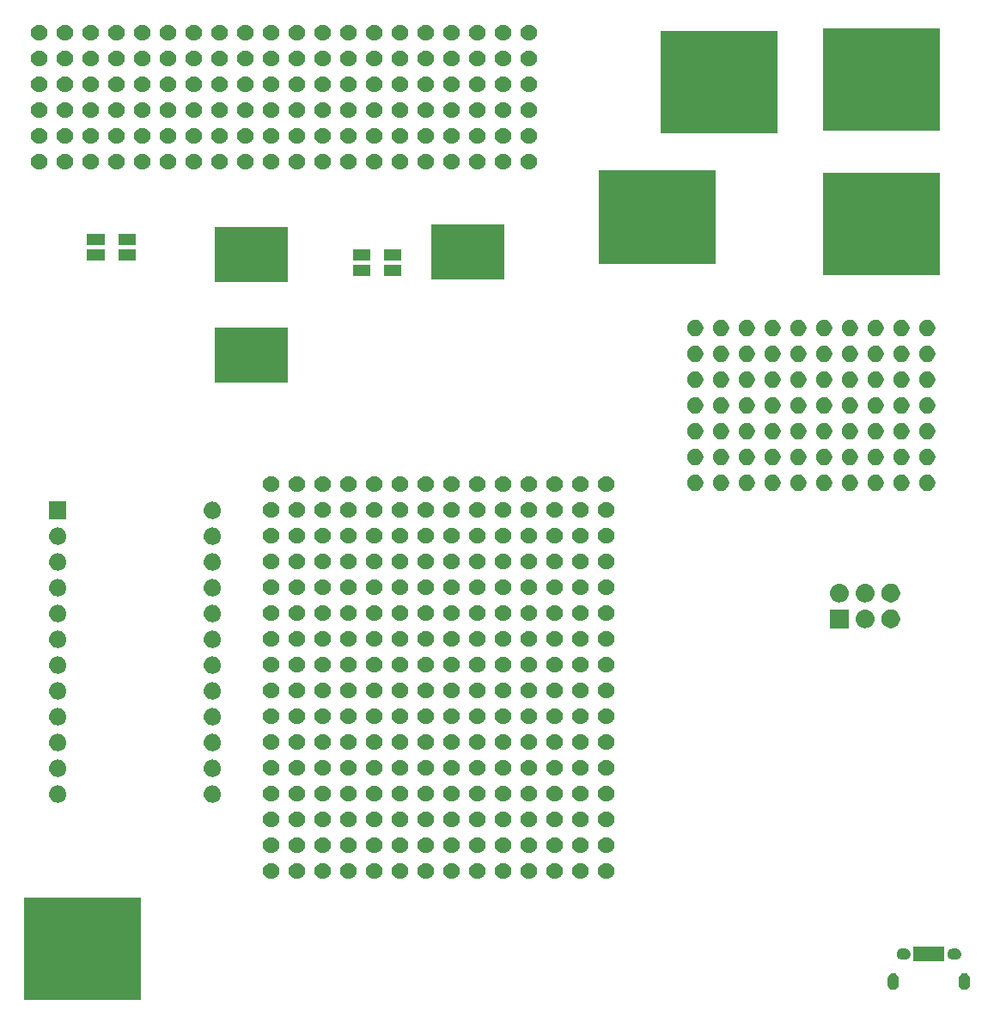
<source format=gbr>
G04 #@! TF.GenerationSoftware,KiCad,Pcbnew,(5.1.4)-1*
G04 #@! TF.CreationDate,2019-09-21T18:09:15-04:00*
G04 #@! TF.ProjectId,test2,74657374-322e-46b6-9963-61645f706362,rev?*
G04 #@! TF.SameCoordinates,Original*
G04 #@! TF.FileFunction,Soldermask,Top*
G04 #@! TF.FilePolarity,Negative*
%FSLAX46Y46*%
G04 Gerber Fmt 4.6, Leading zero omitted, Abs format (unit mm)*
G04 Created by KiCad (PCBNEW (5.1.4)-1) date 2019-09-21 18:09:15*
%MOMM*%
%LPD*%
G04 APERTURE LIST*
%ADD10C,0.100000*%
G04 APERTURE END LIST*
D10*
G36*
X139192000Y-70866000D02*
G01*
X127762000Y-70866000D01*
X127762000Y-61722000D01*
X139192000Y-61722000D01*
X139192000Y-70866000D01*
G37*
X139192000Y-70866000D02*
X127762000Y-70866000D01*
X127762000Y-61722000D01*
X139192000Y-61722000D01*
X139192000Y-70866000D01*
G36*
X118364000Y-72390000D02*
G01*
X111252000Y-72390000D01*
X111252000Y-67056000D01*
X118364000Y-67056000D01*
X118364000Y-72390000D01*
G37*
X118364000Y-72390000D02*
X111252000Y-72390000D01*
X111252000Y-67056000D01*
X118364000Y-67056000D01*
X118364000Y-72390000D01*
G36*
X97028000Y-82550000D02*
G01*
X89916000Y-82550000D01*
X89916000Y-77216000D01*
X97028000Y-77216000D01*
X97028000Y-82550000D01*
G37*
X97028000Y-82550000D02*
X89916000Y-82550000D01*
X89916000Y-77216000D01*
X97028000Y-77216000D01*
X97028000Y-82550000D01*
G36*
X97028000Y-72644000D02*
G01*
X89916000Y-72644000D01*
X89916000Y-67310000D01*
X97028000Y-67310000D01*
X97028000Y-72644000D01*
G37*
X97028000Y-72644000D02*
X89916000Y-72644000D01*
X89916000Y-67310000D01*
X97028000Y-67310000D01*
X97028000Y-72644000D01*
G36*
X71120000Y-133350000D02*
G01*
X82550000Y-133350000D01*
X82550000Y-143383000D01*
X71120000Y-143383000D01*
X71120000Y-133350000D01*
G37*
X71120000Y-133350000D02*
X82550000Y-133350000D01*
X82550000Y-143383000D01*
X71120000Y-143383000D01*
X71120000Y-133350000D01*
G36*
X149860000Y-61976000D02*
G01*
X161290000Y-61976000D01*
X161290000Y-72009000D01*
X149860000Y-72009000D01*
X149860000Y-61976000D01*
G37*
X149860000Y-61976000D02*
X161290000Y-61976000D01*
X161290000Y-72009000D01*
X149860000Y-72009000D01*
X149860000Y-61976000D01*
G36*
X133858000Y-48006000D02*
G01*
X145288000Y-48006000D01*
X145288000Y-58039000D01*
X133858000Y-58039000D01*
X133858000Y-48006000D01*
G37*
X133858000Y-48006000D02*
X145288000Y-48006000D01*
X145288000Y-58039000D01*
X133858000Y-58039000D01*
X133858000Y-48006000D01*
G36*
X149860000Y-47752000D02*
G01*
X161290000Y-47752000D01*
X161290000Y-57785000D01*
X149860000Y-57785000D01*
X149860000Y-47752000D01*
G37*
X149860000Y-47752000D02*
X161290000Y-47752000D01*
X161290000Y-57785000D01*
X149860000Y-57785000D01*
X149860000Y-47752000D01*
G36*
X163882014Y-140819973D02*
G01*
X163985878Y-140851479D01*
X164029907Y-140875013D01*
X164081599Y-140902643D01*
X164081601Y-140902644D01*
X164081600Y-140902644D01*
X164165501Y-140971499D01*
X164234356Y-141055400D01*
X164285521Y-141151121D01*
X164317027Y-141254985D01*
X164325000Y-141335933D01*
X164325000Y-141940067D01*
X164317027Y-142021015D01*
X164285521Y-142124879D01*
X164285519Y-142124882D01*
X164234357Y-142220600D01*
X164165501Y-142304501D01*
X164081600Y-142373357D01*
X164013055Y-142409995D01*
X163985879Y-142424521D01*
X163882015Y-142456027D01*
X163774000Y-142466666D01*
X163665986Y-142456027D01*
X163562122Y-142424521D01*
X163534946Y-142409995D01*
X163466401Y-142373357D01*
X163382500Y-142304501D01*
X163313643Y-142220599D01*
X163262481Y-142124882D01*
X163262480Y-142124879D01*
X163230973Y-142021015D01*
X163223000Y-141940067D01*
X163223000Y-141335934D01*
X163230973Y-141254986D01*
X163262479Y-141151122D01*
X163313644Y-141055400D01*
X163382499Y-140971499D01*
X163466400Y-140902644D01*
X163466399Y-140902644D01*
X163466401Y-140902643D01*
X163518093Y-140875013D01*
X163562121Y-140851479D01*
X163665985Y-140819973D01*
X163774000Y-140809334D01*
X163882014Y-140819973D01*
X163882014Y-140819973D01*
G37*
G36*
X156882014Y-140819973D02*
G01*
X156985878Y-140851479D01*
X157029907Y-140875013D01*
X157081599Y-140902643D01*
X157081601Y-140902644D01*
X157081600Y-140902644D01*
X157165501Y-140971499D01*
X157234356Y-141055400D01*
X157285521Y-141151121D01*
X157317027Y-141254985D01*
X157325000Y-141335933D01*
X157325000Y-141940067D01*
X157317027Y-142021015D01*
X157285521Y-142124879D01*
X157285519Y-142124882D01*
X157234357Y-142220600D01*
X157165501Y-142304501D01*
X157081600Y-142373357D01*
X157013055Y-142409995D01*
X156985879Y-142424521D01*
X156882015Y-142456027D01*
X156774000Y-142466666D01*
X156665986Y-142456027D01*
X156562122Y-142424521D01*
X156534946Y-142409995D01*
X156466401Y-142373357D01*
X156382500Y-142304501D01*
X156313643Y-142220599D01*
X156262481Y-142124882D01*
X156262480Y-142124879D01*
X156230973Y-142021015D01*
X156223000Y-141940067D01*
X156223000Y-141335934D01*
X156230973Y-141254986D01*
X156262479Y-141151122D01*
X156313644Y-141055400D01*
X156382499Y-140971499D01*
X156466400Y-140902644D01*
X156466399Y-140902644D01*
X156466401Y-140902643D01*
X156518093Y-140875013D01*
X156562121Y-140851479D01*
X156665985Y-140819973D01*
X156774000Y-140809334D01*
X156882014Y-140819973D01*
X156882014Y-140819973D01*
G37*
G36*
X161825000Y-139664000D02*
G01*
X158723000Y-139664000D01*
X158723000Y-138212000D01*
X161825000Y-138212000D01*
X161825000Y-139664000D01*
X161825000Y-139664000D01*
G37*
G36*
X163027114Y-138419611D02*
G01*
X163126265Y-138449688D01*
X163217644Y-138498531D01*
X163297738Y-138564262D01*
X163363469Y-138644356D01*
X163412312Y-138735735D01*
X163442389Y-138834886D01*
X163452545Y-138938000D01*
X163442389Y-139041114D01*
X163412312Y-139140265D01*
X163363469Y-139231644D01*
X163297738Y-139311738D01*
X163217644Y-139377469D01*
X163126265Y-139426312D01*
X163027114Y-139456389D01*
X162949839Y-139464000D01*
X162598161Y-139464000D01*
X162520886Y-139456389D01*
X162421735Y-139426312D01*
X162330356Y-139377469D01*
X162250262Y-139311738D01*
X162184531Y-139231644D01*
X162135688Y-139140265D01*
X162105611Y-139041114D01*
X162095455Y-138938000D01*
X162105611Y-138834886D01*
X162135688Y-138735735D01*
X162184531Y-138644356D01*
X162250262Y-138564262D01*
X162330356Y-138498531D01*
X162421735Y-138449688D01*
X162520886Y-138419611D01*
X162598161Y-138412000D01*
X162949839Y-138412000D01*
X163027114Y-138419611D01*
X163027114Y-138419611D01*
G37*
G36*
X158027114Y-138419611D02*
G01*
X158126265Y-138449688D01*
X158217644Y-138498531D01*
X158297738Y-138564262D01*
X158363469Y-138644356D01*
X158412312Y-138735735D01*
X158442389Y-138834886D01*
X158452545Y-138938000D01*
X158442389Y-139041114D01*
X158412312Y-139140265D01*
X158363469Y-139231644D01*
X158297738Y-139311738D01*
X158217644Y-139377469D01*
X158126265Y-139426312D01*
X158027114Y-139456389D01*
X157949839Y-139464000D01*
X157598161Y-139464000D01*
X157520886Y-139456389D01*
X157421735Y-139426312D01*
X157330356Y-139377469D01*
X157250262Y-139311738D01*
X157184531Y-139231644D01*
X157135688Y-139140265D01*
X157105611Y-139041114D01*
X157095455Y-138938000D01*
X157105611Y-138834886D01*
X157135688Y-138735735D01*
X157184531Y-138644356D01*
X157250262Y-138564262D01*
X157330356Y-138498531D01*
X157421735Y-138449688D01*
X157520886Y-138419611D01*
X157598161Y-138412000D01*
X157949839Y-138412000D01*
X158027114Y-138419611D01*
X158027114Y-138419611D01*
G37*
G36*
X105849642Y-129991781D02*
G01*
X105995414Y-130052162D01*
X105995416Y-130052163D01*
X106126608Y-130139822D01*
X106238178Y-130251392D01*
X106325837Y-130382584D01*
X106325838Y-130382586D01*
X106386219Y-130528358D01*
X106417000Y-130683107D01*
X106417000Y-130840893D01*
X106386219Y-130995642D01*
X106325838Y-131141414D01*
X106325837Y-131141416D01*
X106238178Y-131272608D01*
X106126608Y-131384178D01*
X105995416Y-131471837D01*
X105995415Y-131471838D01*
X105995414Y-131471838D01*
X105849642Y-131532219D01*
X105694893Y-131563000D01*
X105537107Y-131563000D01*
X105382358Y-131532219D01*
X105236586Y-131471838D01*
X105236585Y-131471838D01*
X105236584Y-131471837D01*
X105105392Y-131384178D01*
X104993822Y-131272608D01*
X104906163Y-131141416D01*
X104906162Y-131141414D01*
X104845781Y-130995642D01*
X104815000Y-130840893D01*
X104815000Y-130683107D01*
X104845781Y-130528358D01*
X104906162Y-130382586D01*
X104906163Y-130382584D01*
X104993822Y-130251392D01*
X105105392Y-130139822D01*
X105236584Y-130052163D01*
X105236586Y-130052162D01*
X105382358Y-129991781D01*
X105537107Y-129961000D01*
X105694893Y-129961000D01*
X105849642Y-129991781D01*
X105849642Y-129991781D01*
G37*
G36*
X95689642Y-129991781D02*
G01*
X95835414Y-130052162D01*
X95835416Y-130052163D01*
X95966608Y-130139822D01*
X96078178Y-130251392D01*
X96165837Y-130382584D01*
X96165838Y-130382586D01*
X96226219Y-130528358D01*
X96257000Y-130683107D01*
X96257000Y-130840893D01*
X96226219Y-130995642D01*
X96165838Y-131141414D01*
X96165837Y-131141416D01*
X96078178Y-131272608D01*
X95966608Y-131384178D01*
X95835416Y-131471837D01*
X95835415Y-131471838D01*
X95835414Y-131471838D01*
X95689642Y-131532219D01*
X95534893Y-131563000D01*
X95377107Y-131563000D01*
X95222358Y-131532219D01*
X95076586Y-131471838D01*
X95076585Y-131471838D01*
X95076584Y-131471837D01*
X94945392Y-131384178D01*
X94833822Y-131272608D01*
X94746163Y-131141416D01*
X94746162Y-131141414D01*
X94685781Y-130995642D01*
X94655000Y-130840893D01*
X94655000Y-130683107D01*
X94685781Y-130528358D01*
X94746162Y-130382586D01*
X94746163Y-130382584D01*
X94833822Y-130251392D01*
X94945392Y-130139822D01*
X95076584Y-130052163D01*
X95076586Y-130052162D01*
X95222358Y-129991781D01*
X95377107Y-129961000D01*
X95534893Y-129961000D01*
X95689642Y-129991781D01*
X95689642Y-129991781D01*
G37*
G36*
X98229642Y-129991781D02*
G01*
X98375414Y-130052162D01*
X98375416Y-130052163D01*
X98506608Y-130139822D01*
X98618178Y-130251392D01*
X98705837Y-130382584D01*
X98705838Y-130382586D01*
X98766219Y-130528358D01*
X98797000Y-130683107D01*
X98797000Y-130840893D01*
X98766219Y-130995642D01*
X98705838Y-131141414D01*
X98705837Y-131141416D01*
X98618178Y-131272608D01*
X98506608Y-131384178D01*
X98375416Y-131471837D01*
X98375415Y-131471838D01*
X98375414Y-131471838D01*
X98229642Y-131532219D01*
X98074893Y-131563000D01*
X97917107Y-131563000D01*
X97762358Y-131532219D01*
X97616586Y-131471838D01*
X97616585Y-131471838D01*
X97616584Y-131471837D01*
X97485392Y-131384178D01*
X97373822Y-131272608D01*
X97286163Y-131141416D01*
X97286162Y-131141414D01*
X97225781Y-130995642D01*
X97195000Y-130840893D01*
X97195000Y-130683107D01*
X97225781Y-130528358D01*
X97286162Y-130382586D01*
X97286163Y-130382584D01*
X97373822Y-130251392D01*
X97485392Y-130139822D01*
X97616584Y-130052163D01*
X97616586Y-130052162D01*
X97762358Y-129991781D01*
X97917107Y-129961000D01*
X98074893Y-129961000D01*
X98229642Y-129991781D01*
X98229642Y-129991781D01*
G37*
G36*
X100769642Y-129991781D02*
G01*
X100915414Y-130052162D01*
X100915416Y-130052163D01*
X101046608Y-130139822D01*
X101158178Y-130251392D01*
X101245837Y-130382584D01*
X101245838Y-130382586D01*
X101306219Y-130528358D01*
X101337000Y-130683107D01*
X101337000Y-130840893D01*
X101306219Y-130995642D01*
X101245838Y-131141414D01*
X101245837Y-131141416D01*
X101158178Y-131272608D01*
X101046608Y-131384178D01*
X100915416Y-131471837D01*
X100915415Y-131471838D01*
X100915414Y-131471838D01*
X100769642Y-131532219D01*
X100614893Y-131563000D01*
X100457107Y-131563000D01*
X100302358Y-131532219D01*
X100156586Y-131471838D01*
X100156585Y-131471838D01*
X100156584Y-131471837D01*
X100025392Y-131384178D01*
X99913822Y-131272608D01*
X99826163Y-131141416D01*
X99826162Y-131141414D01*
X99765781Y-130995642D01*
X99735000Y-130840893D01*
X99735000Y-130683107D01*
X99765781Y-130528358D01*
X99826162Y-130382586D01*
X99826163Y-130382584D01*
X99913822Y-130251392D01*
X100025392Y-130139822D01*
X100156584Y-130052163D01*
X100156586Y-130052162D01*
X100302358Y-129991781D01*
X100457107Y-129961000D01*
X100614893Y-129961000D01*
X100769642Y-129991781D01*
X100769642Y-129991781D01*
G37*
G36*
X103309642Y-129991781D02*
G01*
X103455414Y-130052162D01*
X103455416Y-130052163D01*
X103586608Y-130139822D01*
X103698178Y-130251392D01*
X103785837Y-130382584D01*
X103785838Y-130382586D01*
X103846219Y-130528358D01*
X103877000Y-130683107D01*
X103877000Y-130840893D01*
X103846219Y-130995642D01*
X103785838Y-131141414D01*
X103785837Y-131141416D01*
X103698178Y-131272608D01*
X103586608Y-131384178D01*
X103455416Y-131471837D01*
X103455415Y-131471838D01*
X103455414Y-131471838D01*
X103309642Y-131532219D01*
X103154893Y-131563000D01*
X102997107Y-131563000D01*
X102842358Y-131532219D01*
X102696586Y-131471838D01*
X102696585Y-131471838D01*
X102696584Y-131471837D01*
X102565392Y-131384178D01*
X102453822Y-131272608D01*
X102366163Y-131141416D01*
X102366162Y-131141414D01*
X102305781Y-130995642D01*
X102275000Y-130840893D01*
X102275000Y-130683107D01*
X102305781Y-130528358D01*
X102366162Y-130382586D01*
X102366163Y-130382584D01*
X102453822Y-130251392D01*
X102565392Y-130139822D01*
X102696584Y-130052163D01*
X102696586Y-130052162D01*
X102842358Y-129991781D01*
X102997107Y-129961000D01*
X103154893Y-129961000D01*
X103309642Y-129991781D01*
X103309642Y-129991781D01*
G37*
G36*
X108389642Y-129991781D02*
G01*
X108535414Y-130052162D01*
X108535416Y-130052163D01*
X108666608Y-130139822D01*
X108778178Y-130251392D01*
X108865837Y-130382584D01*
X108865838Y-130382586D01*
X108926219Y-130528358D01*
X108957000Y-130683107D01*
X108957000Y-130840893D01*
X108926219Y-130995642D01*
X108865838Y-131141414D01*
X108865837Y-131141416D01*
X108778178Y-131272608D01*
X108666608Y-131384178D01*
X108535416Y-131471837D01*
X108535415Y-131471838D01*
X108535414Y-131471838D01*
X108389642Y-131532219D01*
X108234893Y-131563000D01*
X108077107Y-131563000D01*
X107922358Y-131532219D01*
X107776586Y-131471838D01*
X107776585Y-131471838D01*
X107776584Y-131471837D01*
X107645392Y-131384178D01*
X107533822Y-131272608D01*
X107446163Y-131141416D01*
X107446162Y-131141414D01*
X107385781Y-130995642D01*
X107355000Y-130840893D01*
X107355000Y-130683107D01*
X107385781Y-130528358D01*
X107446162Y-130382586D01*
X107446163Y-130382584D01*
X107533822Y-130251392D01*
X107645392Y-130139822D01*
X107776584Y-130052163D01*
X107776586Y-130052162D01*
X107922358Y-129991781D01*
X108077107Y-129961000D01*
X108234893Y-129961000D01*
X108389642Y-129991781D01*
X108389642Y-129991781D01*
G37*
G36*
X110929642Y-129991781D02*
G01*
X111075414Y-130052162D01*
X111075416Y-130052163D01*
X111206608Y-130139822D01*
X111318178Y-130251392D01*
X111405837Y-130382584D01*
X111405838Y-130382586D01*
X111466219Y-130528358D01*
X111497000Y-130683107D01*
X111497000Y-130840893D01*
X111466219Y-130995642D01*
X111405838Y-131141414D01*
X111405837Y-131141416D01*
X111318178Y-131272608D01*
X111206608Y-131384178D01*
X111075416Y-131471837D01*
X111075415Y-131471838D01*
X111075414Y-131471838D01*
X110929642Y-131532219D01*
X110774893Y-131563000D01*
X110617107Y-131563000D01*
X110462358Y-131532219D01*
X110316586Y-131471838D01*
X110316585Y-131471838D01*
X110316584Y-131471837D01*
X110185392Y-131384178D01*
X110073822Y-131272608D01*
X109986163Y-131141416D01*
X109986162Y-131141414D01*
X109925781Y-130995642D01*
X109895000Y-130840893D01*
X109895000Y-130683107D01*
X109925781Y-130528358D01*
X109986162Y-130382586D01*
X109986163Y-130382584D01*
X110073822Y-130251392D01*
X110185392Y-130139822D01*
X110316584Y-130052163D01*
X110316586Y-130052162D01*
X110462358Y-129991781D01*
X110617107Y-129961000D01*
X110774893Y-129961000D01*
X110929642Y-129991781D01*
X110929642Y-129991781D01*
G37*
G36*
X113469642Y-129991781D02*
G01*
X113615414Y-130052162D01*
X113615416Y-130052163D01*
X113746608Y-130139822D01*
X113858178Y-130251392D01*
X113945837Y-130382584D01*
X113945838Y-130382586D01*
X114006219Y-130528358D01*
X114037000Y-130683107D01*
X114037000Y-130840893D01*
X114006219Y-130995642D01*
X113945838Y-131141414D01*
X113945837Y-131141416D01*
X113858178Y-131272608D01*
X113746608Y-131384178D01*
X113615416Y-131471837D01*
X113615415Y-131471838D01*
X113615414Y-131471838D01*
X113469642Y-131532219D01*
X113314893Y-131563000D01*
X113157107Y-131563000D01*
X113002358Y-131532219D01*
X112856586Y-131471838D01*
X112856585Y-131471838D01*
X112856584Y-131471837D01*
X112725392Y-131384178D01*
X112613822Y-131272608D01*
X112526163Y-131141416D01*
X112526162Y-131141414D01*
X112465781Y-130995642D01*
X112435000Y-130840893D01*
X112435000Y-130683107D01*
X112465781Y-130528358D01*
X112526162Y-130382586D01*
X112526163Y-130382584D01*
X112613822Y-130251392D01*
X112725392Y-130139822D01*
X112856584Y-130052163D01*
X112856586Y-130052162D01*
X113002358Y-129991781D01*
X113157107Y-129961000D01*
X113314893Y-129961000D01*
X113469642Y-129991781D01*
X113469642Y-129991781D01*
G37*
G36*
X116009642Y-129991781D02*
G01*
X116155414Y-130052162D01*
X116155416Y-130052163D01*
X116286608Y-130139822D01*
X116398178Y-130251392D01*
X116485837Y-130382584D01*
X116485838Y-130382586D01*
X116546219Y-130528358D01*
X116577000Y-130683107D01*
X116577000Y-130840893D01*
X116546219Y-130995642D01*
X116485838Y-131141414D01*
X116485837Y-131141416D01*
X116398178Y-131272608D01*
X116286608Y-131384178D01*
X116155416Y-131471837D01*
X116155415Y-131471838D01*
X116155414Y-131471838D01*
X116009642Y-131532219D01*
X115854893Y-131563000D01*
X115697107Y-131563000D01*
X115542358Y-131532219D01*
X115396586Y-131471838D01*
X115396585Y-131471838D01*
X115396584Y-131471837D01*
X115265392Y-131384178D01*
X115153822Y-131272608D01*
X115066163Y-131141416D01*
X115066162Y-131141414D01*
X115005781Y-130995642D01*
X114975000Y-130840893D01*
X114975000Y-130683107D01*
X115005781Y-130528358D01*
X115066162Y-130382586D01*
X115066163Y-130382584D01*
X115153822Y-130251392D01*
X115265392Y-130139822D01*
X115396584Y-130052163D01*
X115396586Y-130052162D01*
X115542358Y-129991781D01*
X115697107Y-129961000D01*
X115854893Y-129961000D01*
X116009642Y-129991781D01*
X116009642Y-129991781D01*
G37*
G36*
X121089642Y-129991781D02*
G01*
X121235414Y-130052162D01*
X121235416Y-130052163D01*
X121366608Y-130139822D01*
X121478178Y-130251392D01*
X121565837Y-130382584D01*
X121565838Y-130382586D01*
X121626219Y-130528358D01*
X121657000Y-130683107D01*
X121657000Y-130840893D01*
X121626219Y-130995642D01*
X121565838Y-131141414D01*
X121565837Y-131141416D01*
X121478178Y-131272608D01*
X121366608Y-131384178D01*
X121235416Y-131471837D01*
X121235415Y-131471838D01*
X121235414Y-131471838D01*
X121089642Y-131532219D01*
X120934893Y-131563000D01*
X120777107Y-131563000D01*
X120622358Y-131532219D01*
X120476586Y-131471838D01*
X120476585Y-131471838D01*
X120476584Y-131471837D01*
X120345392Y-131384178D01*
X120233822Y-131272608D01*
X120146163Y-131141416D01*
X120146162Y-131141414D01*
X120085781Y-130995642D01*
X120055000Y-130840893D01*
X120055000Y-130683107D01*
X120085781Y-130528358D01*
X120146162Y-130382586D01*
X120146163Y-130382584D01*
X120233822Y-130251392D01*
X120345392Y-130139822D01*
X120476584Y-130052163D01*
X120476586Y-130052162D01*
X120622358Y-129991781D01*
X120777107Y-129961000D01*
X120934893Y-129961000D01*
X121089642Y-129991781D01*
X121089642Y-129991781D01*
G37*
G36*
X123629642Y-129991781D02*
G01*
X123775414Y-130052162D01*
X123775416Y-130052163D01*
X123906608Y-130139822D01*
X124018178Y-130251392D01*
X124105837Y-130382584D01*
X124105838Y-130382586D01*
X124166219Y-130528358D01*
X124197000Y-130683107D01*
X124197000Y-130840893D01*
X124166219Y-130995642D01*
X124105838Y-131141414D01*
X124105837Y-131141416D01*
X124018178Y-131272608D01*
X123906608Y-131384178D01*
X123775416Y-131471837D01*
X123775415Y-131471838D01*
X123775414Y-131471838D01*
X123629642Y-131532219D01*
X123474893Y-131563000D01*
X123317107Y-131563000D01*
X123162358Y-131532219D01*
X123016586Y-131471838D01*
X123016585Y-131471838D01*
X123016584Y-131471837D01*
X122885392Y-131384178D01*
X122773822Y-131272608D01*
X122686163Y-131141416D01*
X122686162Y-131141414D01*
X122625781Y-130995642D01*
X122595000Y-130840893D01*
X122595000Y-130683107D01*
X122625781Y-130528358D01*
X122686162Y-130382586D01*
X122686163Y-130382584D01*
X122773822Y-130251392D01*
X122885392Y-130139822D01*
X123016584Y-130052163D01*
X123016586Y-130052162D01*
X123162358Y-129991781D01*
X123317107Y-129961000D01*
X123474893Y-129961000D01*
X123629642Y-129991781D01*
X123629642Y-129991781D01*
G37*
G36*
X126169642Y-129991781D02*
G01*
X126315414Y-130052162D01*
X126315416Y-130052163D01*
X126446608Y-130139822D01*
X126558178Y-130251392D01*
X126645837Y-130382584D01*
X126645838Y-130382586D01*
X126706219Y-130528358D01*
X126737000Y-130683107D01*
X126737000Y-130840893D01*
X126706219Y-130995642D01*
X126645838Y-131141414D01*
X126645837Y-131141416D01*
X126558178Y-131272608D01*
X126446608Y-131384178D01*
X126315416Y-131471837D01*
X126315415Y-131471838D01*
X126315414Y-131471838D01*
X126169642Y-131532219D01*
X126014893Y-131563000D01*
X125857107Y-131563000D01*
X125702358Y-131532219D01*
X125556586Y-131471838D01*
X125556585Y-131471838D01*
X125556584Y-131471837D01*
X125425392Y-131384178D01*
X125313822Y-131272608D01*
X125226163Y-131141416D01*
X125226162Y-131141414D01*
X125165781Y-130995642D01*
X125135000Y-130840893D01*
X125135000Y-130683107D01*
X125165781Y-130528358D01*
X125226162Y-130382586D01*
X125226163Y-130382584D01*
X125313822Y-130251392D01*
X125425392Y-130139822D01*
X125556584Y-130052163D01*
X125556586Y-130052162D01*
X125702358Y-129991781D01*
X125857107Y-129961000D01*
X126014893Y-129961000D01*
X126169642Y-129991781D01*
X126169642Y-129991781D01*
G37*
G36*
X128709642Y-129991781D02*
G01*
X128855414Y-130052162D01*
X128855416Y-130052163D01*
X128986608Y-130139822D01*
X129098178Y-130251392D01*
X129185837Y-130382584D01*
X129185838Y-130382586D01*
X129246219Y-130528358D01*
X129277000Y-130683107D01*
X129277000Y-130840893D01*
X129246219Y-130995642D01*
X129185838Y-131141414D01*
X129185837Y-131141416D01*
X129098178Y-131272608D01*
X128986608Y-131384178D01*
X128855416Y-131471837D01*
X128855415Y-131471838D01*
X128855414Y-131471838D01*
X128709642Y-131532219D01*
X128554893Y-131563000D01*
X128397107Y-131563000D01*
X128242358Y-131532219D01*
X128096586Y-131471838D01*
X128096585Y-131471838D01*
X128096584Y-131471837D01*
X127965392Y-131384178D01*
X127853822Y-131272608D01*
X127766163Y-131141416D01*
X127766162Y-131141414D01*
X127705781Y-130995642D01*
X127675000Y-130840893D01*
X127675000Y-130683107D01*
X127705781Y-130528358D01*
X127766162Y-130382586D01*
X127766163Y-130382584D01*
X127853822Y-130251392D01*
X127965392Y-130139822D01*
X128096584Y-130052163D01*
X128096586Y-130052162D01*
X128242358Y-129991781D01*
X128397107Y-129961000D01*
X128554893Y-129961000D01*
X128709642Y-129991781D01*
X128709642Y-129991781D01*
G37*
G36*
X118549642Y-129991781D02*
G01*
X118695414Y-130052162D01*
X118695416Y-130052163D01*
X118826608Y-130139822D01*
X118938178Y-130251392D01*
X119025837Y-130382584D01*
X119025838Y-130382586D01*
X119086219Y-130528358D01*
X119117000Y-130683107D01*
X119117000Y-130840893D01*
X119086219Y-130995642D01*
X119025838Y-131141414D01*
X119025837Y-131141416D01*
X118938178Y-131272608D01*
X118826608Y-131384178D01*
X118695416Y-131471837D01*
X118695415Y-131471838D01*
X118695414Y-131471838D01*
X118549642Y-131532219D01*
X118394893Y-131563000D01*
X118237107Y-131563000D01*
X118082358Y-131532219D01*
X117936586Y-131471838D01*
X117936585Y-131471838D01*
X117936584Y-131471837D01*
X117805392Y-131384178D01*
X117693822Y-131272608D01*
X117606163Y-131141416D01*
X117606162Y-131141414D01*
X117545781Y-130995642D01*
X117515000Y-130840893D01*
X117515000Y-130683107D01*
X117545781Y-130528358D01*
X117606162Y-130382586D01*
X117606163Y-130382584D01*
X117693822Y-130251392D01*
X117805392Y-130139822D01*
X117936584Y-130052163D01*
X117936586Y-130052162D01*
X118082358Y-129991781D01*
X118237107Y-129961000D01*
X118394893Y-129961000D01*
X118549642Y-129991781D01*
X118549642Y-129991781D01*
G37*
G36*
X103309642Y-127451781D02*
G01*
X103455414Y-127512162D01*
X103455416Y-127512163D01*
X103586608Y-127599822D01*
X103698178Y-127711392D01*
X103785837Y-127842584D01*
X103785838Y-127842586D01*
X103846219Y-127988358D01*
X103877000Y-128143107D01*
X103877000Y-128300893D01*
X103846219Y-128455642D01*
X103785838Y-128601414D01*
X103785837Y-128601416D01*
X103698178Y-128732608D01*
X103586608Y-128844178D01*
X103455416Y-128931837D01*
X103455415Y-128931838D01*
X103455414Y-128931838D01*
X103309642Y-128992219D01*
X103154893Y-129023000D01*
X102997107Y-129023000D01*
X102842358Y-128992219D01*
X102696586Y-128931838D01*
X102696585Y-128931838D01*
X102696584Y-128931837D01*
X102565392Y-128844178D01*
X102453822Y-128732608D01*
X102366163Y-128601416D01*
X102366162Y-128601414D01*
X102305781Y-128455642D01*
X102275000Y-128300893D01*
X102275000Y-128143107D01*
X102305781Y-127988358D01*
X102366162Y-127842586D01*
X102366163Y-127842584D01*
X102453822Y-127711392D01*
X102565392Y-127599822D01*
X102696584Y-127512163D01*
X102696586Y-127512162D01*
X102842358Y-127451781D01*
X102997107Y-127421000D01*
X103154893Y-127421000D01*
X103309642Y-127451781D01*
X103309642Y-127451781D01*
G37*
G36*
X123629642Y-127451781D02*
G01*
X123775414Y-127512162D01*
X123775416Y-127512163D01*
X123906608Y-127599822D01*
X124018178Y-127711392D01*
X124105837Y-127842584D01*
X124105838Y-127842586D01*
X124166219Y-127988358D01*
X124197000Y-128143107D01*
X124197000Y-128300893D01*
X124166219Y-128455642D01*
X124105838Y-128601414D01*
X124105837Y-128601416D01*
X124018178Y-128732608D01*
X123906608Y-128844178D01*
X123775416Y-128931837D01*
X123775415Y-128931838D01*
X123775414Y-128931838D01*
X123629642Y-128992219D01*
X123474893Y-129023000D01*
X123317107Y-129023000D01*
X123162358Y-128992219D01*
X123016586Y-128931838D01*
X123016585Y-128931838D01*
X123016584Y-128931837D01*
X122885392Y-128844178D01*
X122773822Y-128732608D01*
X122686163Y-128601416D01*
X122686162Y-128601414D01*
X122625781Y-128455642D01*
X122595000Y-128300893D01*
X122595000Y-128143107D01*
X122625781Y-127988358D01*
X122686162Y-127842586D01*
X122686163Y-127842584D01*
X122773822Y-127711392D01*
X122885392Y-127599822D01*
X123016584Y-127512163D01*
X123016586Y-127512162D01*
X123162358Y-127451781D01*
X123317107Y-127421000D01*
X123474893Y-127421000D01*
X123629642Y-127451781D01*
X123629642Y-127451781D01*
G37*
G36*
X98229642Y-127451781D02*
G01*
X98375414Y-127512162D01*
X98375416Y-127512163D01*
X98506608Y-127599822D01*
X98618178Y-127711392D01*
X98705837Y-127842584D01*
X98705838Y-127842586D01*
X98766219Y-127988358D01*
X98797000Y-128143107D01*
X98797000Y-128300893D01*
X98766219Y-128455642D01*
X98705838Y-128601414D01*
X98705837Y-128601416D01*
X98618178Y-128732608D01*
X98506608Y-128844178D01*
X98375416Y-128931837D01*
X98375415Y-128931838D01*
X98375414Y-128931838D01*
X98229642Y-128992219D01*
X98074893Y-129023000D01*
X97917107Y-129023000D01*
X97762358Y-128992219D01*
X97616586Y-128931838D01*
X97616585Y-128931838D01*
X97616584Y-128931837D01*
X97485392Y-128844178D01*
X97373822Y-128732608D01*
X97286163Y-128601416D01*
X97286162Y-128601414D01*
X97225781Y-128455642D01*
X97195000Y-128300893D01*
X97195000Y-128143107D01*
X97225781Y-127988358D01*
X97286162Y-127842586D01*
X97286163Y-127842584D01*
X97373822Y-127711392D01*
X97485392Y-127599822D01*
X97616584Y-127512163D01*
X97616586Y-127512162D01*
X97762358Y-127451781D01*
X97917107Y-127421000D01*
X98074893Y-127421000D01*
X98229642Y-127451781D01*
X98229642Y-127451781D01*
G37*
G36*
X100769642Y-127451781D02*
G01*
X100915414Y-127512162D01*
X100915416Y-127512163D01*
X101046608Y-127599822D01*
X101158178Y-127711392D01*
X101245837Y-127842584D01*
X101245838Y-127842586D01*
X101306219Y-127988358D01*
X101337000Y-128143107D01*
X101337000Y-128300893D01*
X101306219Y-128455642D01*
X101245838Y-128601414D01*
X101245837Y-128601416D01*
X101158178Y-128732608D01*
X101046608Y-128844178D01*
X100915416Y-128931837D01*
X100915415Y-128931838D01*
X100915414Y-128931838D01*
X100769642Y-128992219D01*
X100614893Y-129023000D01*
X100457107Y-129023000D01*
X100302358Y-128992219D01*
X100156586Y-128931838D01*
X100156585Y-128931838D01*
X100156584Y-128931837D01*
X100025392Y-128844178D01*
X99913822Y-128732608D01*
X99826163Y-128601416D01*
X99826162Y-128601414D01*
X99765781Y-128455642D01*
X99735000Y-128300893D01*
X99735000Y-128143107D01*
X99765781Y-127988358D01*
X99826162Y-127842586D01*
X99826163Y-127842584D01*
X99913822Y-127711392D01*
X100025392Y-127599822D01*
X100156584Y-127512163D01*
X100156586Y-127512162D01*
X100302358Y-127451781D01*
X100457107Y-127421000D01*
X100614893Y-127421000D01*
X100769642Y-127451781D01*
X100769642Y-127451781D01*
G37*
G36*
X105849642Y-127451781D02*
G01*
X105995414Y-127512162D01*
X105995416Y-127512163D01*
X106126608Y-127599822D01*
X106238178Y-127711392D01*
X106325837Y-127842584D01*
X106325838Y-127842586D01*
X106386219Y-127988358D01*
X106417000Y-128143107D01*
X106417000Y-128300893D01*
X106386219Y-128455642D01*
X106325838Y-128601414D01*
X106325837Y-128601416D01*
X106238178Y-128732608D01*
X106126608Y-128844178D01*
X105995416Y-128931837D01*
X105995415Y-128931838D01*
X105995414Y-128931838D01*
X105849642Y-128992219D01*
X105694893Y-129023000D01*
X105537107Y-129023000D01*
X105382358Y-128992219D01*
X105236586Y-128931838D01*
X105236585Y-128931838D01*
X105236584Y-128931837D01*
X105105392Y-128844178D01*
X104993822Y-128732608D01*
X104906163Y-128601416D01*
X104906162Y-128601414D01*
X104845781Y-128455642D01*
X104815000Y-128300893D01*
X104815000Y-128143107D01*
X104845781Y-127988358D01*
X104906162Y-127842586D01*
X104906163Y-127842584D01*
X104993822Y-127711392D01*
X105105392Y-127599822D01*
X105236584Y-127512163D01*
X105236586Y-127512162D01*
X105382358Y-127451781D01*
X105537107Y-127421000D01*
X105694893Y-127421000D01*
X105849642Y-127451781D01*
X105849642Y-127451781D01*
G37*
G36*
X108389642Y-127451781D02*
G01*
X108535414Y-127512162D01*
X108535416Y-127512163D01*
X108666608Y-127599822D01*
X108778178Y-127711392D01*
X108865837Y-127842584D01*
X108865838Y-127842586D01*
X108926219Y-127988358D01*
X108957000Y-128143107D01*
X108957000Y-128300893D01*
X108926219Y-128455642D01*
X108865838Y-128601414D01*
X108865837Y-128601416D01*
X108778178Y-128732608D01*
X108666608Y-128844178D01*
X108535416Y-128931837D01*
X108535415Y-128931838D01*
X108535414Y-128931838D01*
X108389642Y-128992219D01*
X108234893Y-129023000D01*
X108077107Y-129023000D01*
X107922358Y-128992219D01*
X107776586Y-128931838D01*
X107776585Y-128931838D01*
X107776584Y-128931837D01*
X107645392Y-128844178D01*
X107533822Y-128732608D01*
X107446163Y-128601416D01*
X107446162Y-128601414D01*
X107385781Y-128455642D01*
X107355000Y-128300893D01*
X107355000Y-128143107D01*
X107385781Y-127988358D01*
X107446162Y-127842586D01*
X107446163Y-127842584D01*
X107533822Y-127711392D01*
X107645392Y-127599822D01*
X107776584Y-127512163D01*
X107776586Y-127512162D01*
X107922358Y-127451781D01*
X108077107Y-127421000D01*
X108234893Y-127421000D01*
X108389642Y-127451781D01*
X108389642Y-127451781D01*
G37*
G36*
X110929642Y-127451781D02*
G01*
X111075414Y-127512162D01*
X111075416Y-127512163D01*
X111206608Y-127599822D01*
X111318178Y-127711392D01*
X111405837Y-127842584D01*
X111405838Y-127842586D01*
X111466219Y-127988358D01*
X111497000Y-128143107D01*
X111497000Y-128300893D01*
X111466219Y-128455642D01*
X111405838Y-128601414D01*
X111405837Y-128601416D01*
X111318178Y-128732608D01*
X111206608Y-128844178D01*
X111075416Y-128931837D01*
X111075415Y-128931838D01*
X111075414Y-128931838D01*
X110929642Y-128992219D01*
X110774893Y-129023000D01*
X110617107Y-129023000D01*
X110462358Y-128992219D01*
X110316586Y-128931838D01*
X110316585Y-128931838D01*
X110316584Y-128931837D01*
X110185392Y-128844178D01*
X110073822Y-128732608D01*
X109986163Y-128601416D01*
X109986162Y-128601414D01*
X109925781Y-128455642D01*
X109895000Y-128300893D01*
X109895000Y-128143107D01*
X109925781Y-127988358D01*
X109986162Y-127842586D01*
X109986163Y-127842584D01*
X110073822Y-127711392D01*
X110185392Y-127599822D01*
X110316584Y-127512163D01*
X110316586Y-127512162D01*
X110462358Y-127451781D01*
X110617107Y-127421000D01*
X110774893Y-127421000D01*
X110929642Y-127451781D01*
X110929642Y-127451781D01*
G37*
G36*
X128709642Y-127451781D02*
G01*
X128855414Y-127512162D01*
X128855416Y-127512163D01*
X128986608Y-127599822D01*
X129098178Y-127711392D01*
X129185837Y-127842584D01*
X129185838Y-127842586D01*
X129246219Y-127988358D01*
X129277000Y-128143107D01*
X129277000Y-128300893D01*
X129246219Y-128455642D01*
X129185838Y-128601414D01*
X129185837Y-128601416D01*
X129098178Y-128732608D01*
X128986608Y-128844178D01*
X128855416Y-128931837D01*
X128855415Y-128931838D01*
X128855414Y-128931838D01*
X128709642Y-128992219D01*
X128554893Y-129023000D01*
X128397107Y-129023000D01*
X128242358Y-128992219D01*
X128096586Y-128931838D01*
X128096585Y-128931838D01*
X128096584Y-128931837D01*
X127965392Y-128844178D01*
X127853822Y-128732608D01*
X127766163Y-128601416D01*
X127766162Y-128601414D01*
X127705781Y-128455642D01*
X127675000Y-128300893D01*
X127675000Y-128143107D01*
X127705781Y-127988358D01*
X127766162Y-127842586D01*
X127766163Y-127842584D01*
X127853822Y-127711392D01*
X127965392Y-127599822D01*
X128096584Y-127512163D01*
X128096586Y-127512162D01*
X128242358Y-127451781D01*
X128397107Y-127421000D01*
X128554893Y-127421000D01*
X128709642Y-127451781D01*
X128709642Y-127451781D01*
G37*
G36*
X116009642Y-127451781D02*
G01*
X116155414Y-127512162D01*
X116155416Y-127512163D01*
X116286608Y-127599822D01*
X116398178Y-127711392D01*
X116485837Y-127842584D01*
X116485838Y-127842586D01*
X116546219Y-127988358D01*
X116577000Y-128143107D01*
X116577000Y-128300893D01*
X116546219Y-128455642D01*
X116485838Y-128601414D01*
X116485837Y-128601416D01*
X116398178Y-128732608D01*
X116286608Y-128844178D01*
X116155416Y-128931837D01*
X116155415Y-128931838D01*
X116155414Y-128931838D01*
X116009642Y-128992219D01*
X115854893Y-129023000D01*
X115697107Y-129023000D01*
X115542358Y-128992219D01*
X115396586Y-128931838D01*
X115396585Y-128931838D01*
X115396584Y-128931837D01*
X115265392Y-128844178D01*
X115153822Y-128732608D01*
X115066163Y-128601416D01*
X115066162Y-128601414D01*
X115005781Y-128455642D01*
X114975000Y-128300893D01*
X114975000Y-128143107D01*
X115005781Y-127988358D01*
X115066162Y-127842586D01*
X115066163Y-127842584D01*
X115153822Y-127711392D01*
X115265392Y-127599822D01*
X115396584Y-127512163D01*
X115396586Y-127512162D01*
X115542358Y-127451781D01*
X115697107Y-127421000D01*
X115854893Y-127421000D01*
X116009642Y-127451781D01*
X116009642Y-127451781D01*
G37*
G36*
X121089642Y-127451781D02*
G01*
X121235414Y-127512162D01*
X121235416Y-127512163D01*
X121366608Y-127599822D01*
X121478178Y-127711392D01*
X121565837Y-127842584D01*
X121565838Y-127842586D01*
X121626219Y-127988358D01*
X121657000Y-128143107D01*
X121657000Y-128300893D01*
X121626219Y-128455642D01*
X121565838Y-128601414D01*
X121565837Y-128601416D01*
X121478178Y-128732608D01*
X121366608Y-128844178D01*
X121235416Y-128931837D01*
X121235415Y-128931838D01*
X121235414Y-128931838D01*
X121089642Y-128992219D01*
X120934893Y-129023000D01*
X120777107Y-129023000D01*
X120622358Y-128992219D01*
X120476586Y-128931838D01*
X120476585Y-128931838D01*
X120476584Y-128931837D01*
X120345392Y-128844178D01*
X120233822Y-128732608D01*
X120146163Y-128601416D01*
X120146162Y-128601414D01*
X120085781Y-128455642D01*
X120055000Y-128300893D01*
X120055000Y-128143107D01*
X120085781Y-127988358D01*
X120146162Y-127842586D01*
X120146163Y-127842584D01*
X120233822Y-127711392D01*
X120345392Y-127599822D01*
X120476584Y-127512163D01*
X120476586Y-127512162D01*
X120622358Y-127451781D01*
X120777107Y-127421000D01*
X120934893Y-127421000D01*
X121089642Y-127451781D01*
X121089642Y-127451781D01*
G37*
G36*
X126169642Y-127451781D02*
G01*
X126315414Y-127512162D01*
X126315416Y-127512163D01*
X126446608Y-127599822D01*
X126558178Y-127711392D01*
X126645837Y-127842584D01*
X126645838Y-127842586D01*
X126706219Y-127988358D01*
X126737000Y-128143107D01*
X126737000Y-128300893D01*
X126706219Y-128455642D01*
X126645838Y-128601414D01*
X126645837Y-128601416D01*
X126558178Y-128732608D01*
X126446608Y-128844178D01*
X126315416Y-128931837D01*
X126315415Y-128931838D01*
X126315414Y-128931838D01*
X126169642Y-128992219D01*
X126014893Y-129023000D01*
X125857107Y-129023000D01*
X125702358Y-128992219D01*
X125556586Y-128931838D01*
X125556585Y-128931838D01*
X125556584Y-128931837D01*
X125425392Y-128844178D01*
X125313822Y-128732608D01*
X125226163Y-128601416D01*
X125226162Y-128601414D01*
X125165781Y-128455642D01*
X125135000Y-128300893D01*
X125135000Y-128143107D01*
X125165781Y-127988358D01*
X125226162Y-127842586D01*
X125226163Y-127842584D01*
X125313822Y-127711392D01*
X125425392Y-127599822D01*
X125556584Y-127512163D01*
X125556586Y-127512162D01*
X125702358Y-127451781D01*
X125857107Y-127421000D01*
X126014893Y-127421000D01*
X126169642Y-127451781D01*
X126169642Y-127451781D01*
G37*
G36*
X118549642Y-127451781D02*
G01*
X118695414Y-127512162D01*
X118695416Y-127512163D01*
X118826608Y-127599822D01*
X118938178Y-127711392D01*
X119025837Y-127842584D01*
X119025838Y-127842586D01*
X119086219Y-127988358D01*
X119117000Y-128143107D01*
X119117000Y-128300893D01*
X119086219Y-128455642D01*
X119025838Y-128601414D01*
X119025837Y-128601416D01*
X118938178Y-128732608D01*
X118826608Y-128844178D01*
X118695416Y-128931837D01*
X118695415Y-128931838D01*
X118695414Y-128931838D01*
X118549642Y-128992219D01*
X118394893Y-129023000D01*
X118237107Y-129023000D01*
X118082358Y-128992219D01*
X117936586Y-128931838D01*
X117936585Y-128931838D01*
X117936584Y-128931837D01*
X117805392Y-128844178D01*
X117693822Y-128732608D01*
X117606163Y-128601416D01*
X117606162Y-128601414D01*
X117545781Y-128455642D01*
X117515000Y-128300893D01*
X117515000Y-128143107D01*
X117545781Y-127988358D01*
X117606162Y-127842586D01*
X117606163Y-127842584D01*
X117693822Y-127711392D01*
X117805392Y-127599822D01*
X117936584Y-127512163D01*
X117936586Y-127512162D01*
X118082358Y-127451781D01*
X118237107Y-127421000D01*
X118394893Y-127421000D01*
X118549642Y-127451781D01*
X118549642Y-127451781D01*
G37*
G36*
X95689642Y-127451781D02*
G01*
X95835414Y-127512162D01*
X95835416Y-127512163D01*
X95966608Y-127599822D01*
X96078178Y-127711392D01*
X96165837Y-127842584D01*
X96165838Y-127842586D01*
X96226219Y-127988358D01*
X96257000Y-128143107D01*
X96257000Y-128300893D01*
X96226219Y-128455642D01*
X96165838Y-128601414D01*
X96165837Y-128601416D01*
X96078178Y-128732608D01*
X95966608Y-128844178D01*
X95835416Y-128931837D01*
X95835415Y-128931838D01*
X95835414Y-128931838D01*
X95689642Y-128992219D01*
X95534893Y-129023000D01*
X95377107Y-129023000D01*
X95222358Y-128992219D01*
X95076586Y-128931838D01*
X95076585Y-128931838D01*
X95076584Y-128931837D01*
X94945392Y-128844178D01*
X94833822Y-128732608D01*
X94746163Y-128601416D01*
X94746162Y-128601414D01*
X94685781Y-128455642D01*
X94655000Y-128300893D01*
X94655000Y-128143107D01*
X94685781Y-127988358D01*
X94746162Y-127842586D01*
X94746163Y-127842584D01*
X94833822Y-127711392D01*
X94945392Y-127599822D01*
X95076584Y-127512163D01*
X95076586Y-127512162D01*
X95222358Y-127451781D01*
X95377107Y-127421000D01*
X95534893Y-127421000D01*
X95689642Y-127451781D01*
X95689642Y-127451781D01*
G37*
G36*
X113469642Y-127451781D02*
G01*
X113615414Y-127512162D01*
X113615416Y-127512163D01*
X113746608Y-127599822D01*
X113858178Y-127711392D01*
X113945837Y-127842584D01*
X113945838Y-127842586D01*
X114006219Y-127988358D01*
X114037000Y-128143107D01*
X114037000Y-128300893D01*
X114006219Y-128455642D01*
X113945838Y-128601414D01*
X113945837Y-128601416D01*
X113858178Y-128732608D01*
X113746608Y-128844178D01*
X113615416Y-128931837D01*
X113615415Y-128931838D01*
X113615414Y-128931838D01*
X113469642Y-128992219D01*
X113314893Y-129023000D01*
X113157107Y-129023000D01*
X113002358Y-128992219D01*
X112856586Y-128931838D01*
X112856585Y-128931838D01*
X112856584Y-128931837D01*
X112725392Y-128844178D01*
X112613822Y-128732608D01*
X112526163Y-128601416D01*
X112526162Y-128601414D01*
X112465781Y-128455642D01*
X112435000Y-128300893D01*
X112435000Y-128143107D01*
X112465781Y-127988358D01*
X112526162Y-127842586D01*
X112526163Y-127842584D01*
X112613822Y-127711392D01*
X112725392Y-127599822D01*
X112856584Y-127512163D01*
X112856586Y-127512162D01*
X113002358Y-127451781D01*
X113157107Y-127421000D01*
X113314893Y-127421000D01*
X113469642Y-127451781D01*
X113469642Y-127451781D01*
G37*
G36*
X95689642Y-124911781D02*
G01*
X95835414Y-124972162D01*
X95835416Y-124972163D01*
X95966608Y-125059822D01*
X96078178Y-125171392D01*
X96165837Y-125302584D01*
X96165838Y-125302586D01*
X96226219Y-125448358D01*
X96257000Y-125603107D01*
X96257000Y-125760893D01*
X96226219Y-125915642D01*
X96165838Y-126061414D01*
X96165837Y-126061416D01*
X96078178Y-126192608D01*
X95966608Y-126304178D01*
X95835416Y-126391837D01*
X95835415Y-126391838D01*
X95835414Y-126391838D01*
X95689642Y-126452219D01*
X95534893Y-126483000D01*
X95377107Y-126483000D01*
X95222358Y-126452219D01*
X95076586Y-126391838D01*
X95076585Y-126391838D01*
X95076584Y-126391837D01*
X94945392Y-126304178D01*
X94833822Y-126192608D01*
X94746163Y-126061416D01*
X94746162Y-126061414D01*
X94685781Y-125915642D01*
X94655000Y-125760893D01*
X94655000Y-125603107D01*
X94685781Y-125448358D01*
X94746162Y-125302586D01*
X94746163Y-125302584D01*
X94833822Y-125171392D01*
X94945392Y-125059822D01*
X95076584Y-124972163D01*
X95076586Y-124972162D01*
X95222358Y-124911781D01*
X95377107Y-124881000D01*
X95534893Y-124881000D01*
X95689642Y-124911781D01*
X95689642Y-124911781D01*
G37*
G36*
X116009642Y-124911781D02*
G01*
X116155414Y-124972162D01*
X116155416Y-124972163D01*
X116286608Y-125059822D01*
X116398178Y-125171392D01*
X116485837Y-125302584D01*
X116485838Y-125302586D01*
X116546219Y-125448358D01*
X116577000Y-125603107D01*
X116577000Y-125760893D01*
X116546219Y-125915642D01*
X116485838Y-126061414D01*
X116485837Y-126061416D01*
X116398178Y-126192608D01*
X116286608Y-126304178D01*
X116155416Y-126391837D01*
X116155415Y-126391838D01*
X116155414Y-126391838D01*
X116009642Y-126452219D01*
X115854893Y-126483000D01*
X115697107Y-126483000D01*
X115542358Y-126452219D01*
X115396586Y-126391838D01*
X115396585Y-126391838D01*
X115396584Y-126391837D01*
X115265392Y-126304178D01*
X115153822Y-126192608D01*
X115066163Y-126061416D01*
X115066162Y-126061414D01*
X115005781Y-125915642D01*
X114975000Y-125760893D01*
X114975000Y-125603107D01*
X115005781Y-125448358D01*
X115066162Y-125302586D01*
X115066163Y-125302584D01*
X115153822Y-125171392D01*
X115265392Y-125059822D01*
X115396584Y-124972163D01*
X115396586Y-124972162D01*
X115542358Y-124911781D01*
X115697107Y-124881000D01*
X115854893Y-124881000D01*
X116009642Y-124911781D01*
X116009642Y-124911781D01*
G37*
G36*
X113469642Y-124911781D02*
G01*
X113615414Y-124972162D01*
X113615416Y-124972163D01*
X113746608Y-125059822D01*
X113858178Y-125171392D01*
X113945837Y-125302584D01*
X113945838Y-125302586D01*
X114006219Y-125448358D01*
X114037000Y-125603107D01*
X114037000Y-125760893D01*
X114006219Y-125915642D01*
X113945838Y-126061414D01*
X113945837Y-126061416D01*
X113858178Y-126192608D01*
X113746608Y-126304178D01*
X113615416Y-126391837D01*
X113615415Y-126391838D01*
X113615414Y-126391838D01*
X113469642Y-126452219D01*
X113314893Y-126483000D01*
X113157107Y-126483000D01*
X113002358Y-126452219D01*
X112856586Y-126391838D01*
X112856585Y-126391838D01*
X112856584Y-126391837D01*
X112725392Y-126304178D01*
X112613822Y-126192608D01*
X112526163Y-126061416D01*
X112526162Y-126061414D01*
X112465781Y-125915642D01*
X112435000Y-125760893D01*
X112435000Y-125603107D01*
X112465781Y-125448358D01*
X112526162Y-125302586D01*
X112526163Y-125302584D01*
X112613822Y-125171392D01*
X112725392Y-125059822D01*
X112856584Y-124972163D01*
X112856586Y-124972162D01*
X113002358Y-124911781D01*
X113157107Y-124881000D01*
X113314893Y-124881000D01*
X113469642Y-124911781D01*
X113469642Y-124911781D01*
G37*
G36*
X118549642Y-124911781D02*
G01*
X118695414Y-124972162D01*
X118695416Y-124972163D01*
X118826608Y-125059822D01*
X118938178Y-125171392D01*
X119025837Y-125302584D01*
X119025838Y-125302586D01*
X119086219Y-125448358D01*
X119117000Y-125603107D01*
X119117000Y-125760893D01*
X119086219Y-125915642D01*
X119025838Y-126061414D01*
X119025837Y-126061416D01*
X118938178Y-126192608D01*
X118826608Y-126304178D01*
X118695416Y-126391837D01*
X118695415Y-126391838D01*
X118695414Y-126391838D01*
X118549642Y-126452219D01*
X118394893Y-126483000D01*
X118237107Y-126483000D01*
X118082358Y-126452219D01*
X117936586Y-126391838D01*
X117936585Y-126391838D01*
X117936584Y-126391837D01*
X117805392Y-126304178D01*
X117693822Y-126192608D01*
X117606163Y-126061416D01*
X117606162Y-126061414D01*
X117545781Y-125915642D01*
X117515000Y-125760893D01*
X117515000Y-125603107D01*
X117545781Y-125448358D01*
X117606162Y-125302586D01*
X117606163Y-125302584D01*
X117693822Y-125171392D01*
X117805392Y-125059822D01*
X117936584Y-124972163D01*
X117936586Y-124972162D01*
X118082358Y-124911781D01*
X118237107Y-124881000D01*
X118394893Y-124881000D01*
X118549642Y-124911781D01*
X118549642Y-124911781D01*
G37*
G36*
X110929642Y-124911781D02*
G01*
X111075414Y-124972162D01*
X111075416Y-124972163D01*
X111206608Y-125059822D01*
X111318178Y-125171392D01*
X111405837Y-125302584D01*
X111405838Y-125302586D01*
X111466219Y-125448358D01*
X111497000Y-125603107D01*
X111497000Y-125760893D01*
X111466219Y-125915642D01*
X111405838Y-126061414D01*
X111405837Y-126061416D01*
X111318178Y-126192608D01*
X111206608Y-126304178D01*
X111075416Y-126391837D01*
X111075415Y-126391838D01*
X111075414Y-126391838D01*
X110929642Y-126452219D01*
X110774893Y-126483000D01*
X110617107Y-126483000D01*
X110462358Y-126452219D01*
X110316586Y-126391838D01*
X110316585Y-126391838D01*
X110316584Y-126391837D01*
X110185392Y-126304178D01*
X110073822Y-126192608D01*
X109986163Y-126061416D01*
X109986162Y-126061414D01*
X109925781Y-125915642D01*
X109895000Y-125760893D01*
X109895000Y-125603107D01*
X109925781Y-125448358D01*
X109986162Y-125302586D01*
X109986163Y-125302584D01*
X110073822Y-125171392D01*
X110185392Y-125059822D01*
X110316584Y-124972163D01*
X110316586Y-124972162D01*
X110462358Y-124911781D01*
X110617107Y-124881000D01*
X110774893Y-124881000D01*
X110929642Y-124911781D01*
X110929642Y-124911781D01*
G37*
G36*
X121089642Y-124911781D02*
G01*
X121235414Y-124972162D01*
X121235416Y-124972163D01*
X121366608Y-125059822D01*
X121478178Y-125171392D01*
X121565837Y-125302584D01*
X121565838Y-125302586D01*
X121626219Y-125448358D01*
X121657000Y-125603107D01*
X121657000Y-125760893D01*
X121626219Y-125915642D01*
X121565838Y-126061414D01*
X121565837Y-126061416D01*
X121478178Y-126192608D01*
X121366608Y-126304178D01*
X121235416Y-126391837D01*
X121235415Y-126391838D01*
X121235414Y-126391838D01*
X121089642Y-126452219D01*
X120934893Y-126483000D01*
X120777107Y-126483000D01*
X120622358Y-126452219D01*
X120476586Y-126391838D01*
X120476585Y-126391838D01*
X120476584Y-126391837D01*
X120345392Y-126304178D01*
X120233822Y-126192608D01*
X120146163Y-126061416D01*
X120146162Y-126061414D01*
X120085781Y-125915642D01*
X120055000Y-125760893D01*
X120055000Y-125603107D01*
X120085781Y-125448358D01*
X120146162Y-125302586D01*
X120146163Y-125302584D01*
X120233822Y-125171392D01*
X120345392Y-125059822D01*
X120476584Y-124972163D01*
X120476586Y-124972162D01*
X120622358Y-124911781D01*
X120777107Y-124881000D01*
X120934893Y-124881000D01*
X121089642Y-124911781D01*
X121089642Y-124911781D01*
G37*
G36*
X108389642Y-124911781D02*
G01*
X108535414Y-124972162D01*
X108535416Y-124972163D01*
X108666608Y-125059822D01*
X108778178Y-125171392D01*
X108865837Y-125302584D01*
X108865838Y-125302586D01*
X108926219Y-125448358D01*
X108957000Y-125603107D01*
X108957000Y-125760893D01*
X108926219Y-125915642D01*
X108865838Y-126061414D01*
X108865837Y-126061416D01*
X108778178Y-126192608D01*
X108666608Y-126304178D01*
X108535416Y-126391837D01*
X108535415Y-126391838D01*
X108535414Y-126391838D01*
X108389642Y-126452219D01*
X108234893Y-126483000D01*
X108077107Y-126483000D01*
X107922358Y-126452219D01*
X107776586Y-126391838D01*
X107776585Y-126391838D01*
X107776584Y-126391837D01*
X107645392Y-126304178D01*
X107533822Y-126192608D01*
X107446163Y-126061416D01*
X107446162Y-126061414D01*
X107385781Y-125915642D01*
X107355000Y-125760893D01*
X107355000Y-125603107D01*
X107385781Y-125448358D01*
X107446162Y-125302586D01*
X107446163Y-125302584D01*
X107533822Y-125171392D01*
X107645392Y-125059822D01*
X107776584Y-124972163D01*
X107776586Y-124972162D01*
X107922358Y-124911781D01*
X108077107Y-124881000D01*
X108234893Y-124881000D01*
X108389642Y-124911781D01*
X108389642Y-124911781D01*
G37*
G36*
X123629642Y-124911781D02*
G01*
X123775414Y-124972162D01*
X123775416Y-124972163D01*
X123906608Y-125059822D01*
X124018178Y-125171392D01*
X124105837Y-125302584D01*
X124105838Y-125302586D01*
X124166219Y-125448358D01*
X124197000Y-125603107D01*
X124197000Y-125760893D01*
X124166219Y-125915642D01*
X124105838Y-126061414D01*
X124105837Y-126061416D01*
X124018178Y-126192608D01*
X123906608Y-126304178D01*
X123775416Y-126391837D01*
X123775415Y-126391838D01*
X123775414Y-126391838D01*
X123629642Y-126452219D01*
X123474893Y-126483000D01*
X123317107Y-126483000D01*
X123162358Y-126452219D01*
X123016586Y-126391838D01*
X123016585Y-126391838D01*
X123016584Y-126391837D01*
X122885392Y-126304178D01*
X122773822Y-126192608D01*
X122686163Y-126061416D01*
X122686162Y-126061414D01*
X122625781Y-125915642D01*
X122595000Y-125760893D01*
X122595000Y-125603107D01*
X122625781Y-125448358D01*
X122686162Y-125302586D01*
X122686163Y-125302584D01*
X122773822Y-125171392D01*
X122885392Y-125059822D01*
X123016584Y-124972163D01*
X123016586Y-124972162D01*
X123162358Y-124911781D01*
X123317107Y-124881000D01*
X123474893Y-124881000D01*
X123629642Y-124911781D01*
X123629642Y-124911781D01*
G37*
G36*
X98229642Y-124911781D02*
G01*
X98375414Y-124972162D01*
X98375416Y-124972163D01*
X98506608Y-125059822D01*
X98618178Y-125171392D01*
X98705837Y-125302584D01*
X98705838Y-125302586D01*
X98766219Y-125448358D01*
X98797000Y-125603107D01*
X98797000Y-125760893D01*
X98766219Y-125915642D01*
X98705838Y-126061414D01*
X98705837Y-126061416D01*
X98618178Y-126192608D01*
X98506608Y-126304178D01*
X98375416Y-126391837D01*
X98375415Y-126391838D01*
X98375414Y-126391838D01*
X98229642Y-126452219D01*
X98074893Y-126483000D01*
X97917107Y-126483000D01*
X97762358Y-126452219D01*
X97616586Y-126391838D01*
X97616585Y-126391838D01*
X97616584Y-126391837D01*
X97485392Y-126304178D01*
X97373822Y-126192608D01*
X97286163Y-126061416D01*
X97286162Y-126061414D01*
X97225781Y-125915642D01*
X97195000Y-125760893D01*
X97195000Y-125603107D01*
X97225781Y-125448358D01*
X97286162Y-125302586D01*
X97286163Y-125302584D01*
X97373822Y-125171392D01*
X97485392Y-125059822D01*
X97616584Y-124972163D01*
X97616586Y-124972162D01*
X97762358Y-124911781D01*
X97917107Y-124881000D01*
X98074893Y-124881000D01*
X98229642Y-124911781D01*
X98229642Y-124911781D01*
G37*
G36*
X100769642Y-124911781D02*
G01*
X100915414Y-124972162D01*
X100915416Y-124972163D01*
X101046608Y-125059822D01*
X101158178Y-125171392D01*
X101245837Y-125302584D01*
X101245838Y-125302586D01*
X101306219Y-125448358D01*
X101337000Y-125603107D01*
X101337000Y-125760893D01*
X101306219Y-125915642D01*
X101245838Y-126061414D01*
X101245837Y-126061416D01*
X101158178Y-126192608D01*
X101046608Y-126304178D01*
X100915416Y-126391837D01*
X100915415Y-126391838D01*
X100915414Y-126391838D01*
X100769642Y-126452219D01*
X100614893Y-126483000D01*
X100457107Y-126483000D01*
X100302358Y-126452219D01*
X100156586Y-126391838D01*
X100156585Y-126391838D01*
X100156584Y-126391837D01*
X100025392Y-126304178D01*
X99913822Y-126192608D01*
X99826163Y-126061416D01*
X99826162Y-126061414D01*
X99765781Y-125915642D01*
X99735000Y-125760893D01*
X99735000Y-125603107D01*
X99765781Y-125448358D01*
X99826162Y-125302586D01*
X99826163Y-125302584D01*
X99913822Y-125171392D01*
X100025392Y-125059822D01*
X100156584Y-124972163D01*
X100156586Y-124972162D01*
X100302358Y-124911781D01*
X100457107Y-124881000D01*
X100614893Y-124881000D01*
X100769642Y-124911781D01*
X100769642Y-124911781D01*
G37*
G36*
X126169642Y-124911781D02*
G01*
X126315414Y-124972162D01*
X126315416Y-124972163D01*
X126446608Y-125059822D01*
X126558178Y-125171392D01*
X126645837Y-125302584D01*
X126645838Y-125302586D01*
X126706219Y-125448358D01*
X126737000Y-125603107D01*
X126737000Y-125760893D01*
X126706219Y-125915642D01*
X126645838Y-126061414D01*
X126645837Y-126061416D01*
X126558178Y-126192608D01*
X126446608Y-126304178D01*
X126315416Y-126391837D01*
X126315415Y-126391838D01*
X126315414Y-126391838D01*
X126169642Y-126452219D01*
X126014893Y-126483000D01*
X125857107Y-126483000D01*
X125702358Y-126452219D01*
X125556586Y-126391838D01*
X125556585Y-126391838D01*
X125556584Y-126391837D01*
X125425392Y-126304178D01*
X125313822Y-126192608D01*
X125226163Y-126061416D01*
X125226162Y-126061414D01*
X125165781Y-125915642D01*
X125135000Y-125760893D01*
X125135000Y-125603107D01*
X125165781Y-125448358D01*
X125226162Y-125302586D01*
X125226163Y-125302584D01*
X125313822Y-125171392D01*
X125425392Y-125059822D01*
X125556584Y-124972163D01*
X125556586Y-124972162D01*
X125702358Y-124911781D01*
X125857107Y-124881000D01*
X126014893Y-124881000D01*
X126169642Y-124911781D01*
X126169642Y-124911781D01*
G37*
G36*
X105849642Y-124911781D02*
G01*
X105995414Y-124972162D01*
X105995416Y-124972163D01*
X106126608Y-125059822D01*
X106238178Y-125171392D01*
X106325837Y-125302584D01*
X106325838Y-125302586D01*
X106386219Y-125448358D01*
X106417000Y-125603107D01*
X106417000Y-125760893D01*
X106386219Y-125915642D01*
X106325838Y-126061414D01*
X106325837Y-126061416D01*
X106238178Y-126192608D01*
X106126608Y-126304178D01*
X105995416Y-126391837D01*
X105995415Y-126391838D01*
X105995414Y-126391838D01*
X105849642Y-126452219D01*
X105694893Y-126483000D01*
X105537107Y-126483000D01*
X105382358Y-126452219D01*
X105236586Y-126391838D01*
X105236585Y-126391838D01*
X105236584Y-126391837D01*
X105105392Y-126304178D01*
X104993822Y-126192608D01*
X104906163Y-126061416D01*
X104906162Y-126061414D01*
X104845781Y-125915642D01*
X104815000Y-125760893D01*
X104815000Y-125603107D01*
X104845781Y-125448358D01*
X104906162Y-125302586D01*
X104906163Y-125302584D01*
X104993822Y-125171392D01*
X105105392Y-125059822D01*
X105236584Y-124972163D01*
X105236586Y-124972162D01*
X105382358Y-124911781D01*
X105537107Y-124881000D01*
X105694893Y-124881000D01*
X105849642Y-124911781D01*
X105849642Y-124911781D01*
G37*
G36*
X103309642Y-124911781D02*
G01*
X103455414Y-124972162D01*
X103455416Y-124972163D01*
X103586608Y-125059822D01*
X103698178Y-125171392D01*
X103785837Y-125302584D01*
X103785838Y-125302586D01*
X103846219Y-125448358D01*
X103877000Y-125603107D01*
X103877000Y-125760893D01*
X103846219Y-125915642D01*
X103785838Y-126061414D01*
X103785837Y-126061416D01*
X103698178Y-126192608D01*
X103586608Y-126304178D01*
X103455416Y-126391837D01*
X103455415Y-126391838D01*
X103455414Y-126391838D01*
X103309642Y-126452219D01*
X103154893Y-126483000D01*
X102997107Y-126483000D01*
X102842358Y-126452219D01*
X102696586Y-126391838D01*
X102696585Y-126391838D01*
X102696584Y-126391837D01*
X102565392Y-126304178D01*
X102453822Y-126192608D01*
X102366163Y-126061416D01*
X102366162Y-126061414D01*
X102305781Y-125915642D01*
X102275000Y-125760893D01*
X102275000Y-125603107D01*
X102305781Y-125448358D01*
X102366162Y-125302586D01*
X102366163Y-125302584D01*
X102453822Y-125171392D01*
X102565392Y-125059822D01*
X102696584Y-124972163D01*
X102696586Y-124972162D01*
X102842358Y-124911781D01*
X102997107Y-124881000D01*
X103154893Y-124881000D01*
X103309642Y-124911781D01*
X103309642Y-124911781D01*
G37*
G36*
X128709642Y-124911781D02*
G01*
X128855414Y-124972162D01*
X128855416Y-124972163D01*
X128986608Y-125059822D01*
X129098178Y-125171392D01*
X129185837Y-125302584D01*
X129185838Y-125302586D01*
X129246219Y-125448358D01*
X129277000Y-125603107D01*
X129277000Y-125760893D01*
X129246219Y-125915642D01*
X129185838Y-126061414D01*
X129185837Y-126061416D01*
X129098178Y-126192608D01*
X128986608Y-126304178D01*
X128855416Y-126391837D01*
X128855415Y-126391838D01*
X128855414Y-126391838D01*
X128709642Y-126452219D01*
X128554893Y-126483000D01*
X128397107Y-126483000D01*
X128242358Y-126452219D01*
X128096586Y-126391838D01*
X128096585Y-126391838D01*
X128096584Y-126391837D01*
X127965392Y-126304178D01*
X127853822Y-126192608D01*
X127766163Y-126061416D01*
X127766162Y-126061414D01*
X127705781Y-125915642D01*
X127675000Y-125760893D01*
X127675000Y-125603107D01*
X127705781Y-125448358D01*
X127766162Y-125302586D01*
X127766163Y-125302584D01*
X127853822Y-125171392D01*
X127965392Y-125059822D01*
X128096584Y-124972163D01*
X128096586Y-124972162D01*
X128242358Y-124911781D01*
X128397107Y-124881000D01*
X128554893Y-124881000D01*
X128709642Y-124911781D01*
X128709642Y-124911781D01*
G37*
G36*
X89828823Y-122351313D02*
G01*
X89989242Y-122399976D01*
X90121906Y-122470886D01*
X90137078Y-122478996D01*
X90266659Y-122585341D01*
X90373004Y-122714922D01*
X90373005Y-122714924D01*
X90452024Y-122862758D01*
X90500687Y-123023177D01*
X90517117Y-123190000D01*
X90500687Y-123356823D01*
X90452024Y-123517242D01*
X90381114Y-123649906D01*
X90373004Y-123665078D01*
X90266659Y-123794659D01*
X90137078Y-123901004D01*
X90137076Y-123901005D01*
X89989242Y-123980024D01*
X89828823Y-124028687D01*
X89703804Y-124041000D01*
X89620196Y-124041000D01*
X89495177Y-124028687D01*
X89334758Y-123980024D01*
X89186924Y-123901005D01*
X89186922Y-123901004D01*
X89057341Y-123794659D01*
X88950996Y-123665078D01*
X88942886Y-123649906D01*
X88871976Y-123517242D01*
X88823313Y-123356823D01*
X88806883Y-123190000D01*
X88823313Y-123023177D01*
X88871976Y-122862758D01*
X88950995Y-122714924D01*
X88950996Y-122714922D01*
X89057341Y-122585341D01*
X89186922Y-122478996D01*
X89202094Y-122470886D01*
X89334758Y-122399976D01*
X89495177Y-122351313D01*
X89620196Y-122339000D01*
X89703804Y-122339000D01*
X89828823Y-122351313D01*
X89828823Y-122351313D01*
G37*
G36*
X74588823Y-122351313D02*
G01*
X74749242Y-122399976D01*
X74881906Y-122470886D01*
X74897078Y-122478996D01*
X75026659Y-122585341D01*
X75133004Y-122714922D01*
X75133005Y-122714924D01*
X75212024Y-122862758D01*
X75260687Y-123023177D01*
X75277117Y-123190000D01*
X75260687Y-123356823D01*
X75212024Y-123517242D01*
X75141114Y-123649906D01*
X75133004Y-123665078D01*
X75026659Y-123794659D01*
X74897078Y-123901004D01*
X74897076Y-123901005D01*
X74749242Y-123980024D01*
X74588823Y-124028687D01*
X74463804Y-124041000D01*
X74380196Y-124041000D01*
X74255177Y-124028687D01*
X74094758Y-123980024D01*
X73946924Y-123901005D01*
X73946922Y-123901004D01*
X73817341Y-123794659D01*
X73710996Y-123665078D01*
X73702886Y-123649906D01*
X73631976Y-123517242D01*
X73583313Y-123356823D01*
X73566883Y-123190000D01*
X73583313Y-123023177D01*
X73631976Y-122862758D01*
X73710995Y-122714924D01*
X73710996Y-122714922D01*
X73817341Y-122585341D01*
X73946922Y-122478996D01*
X73962094Y-122470886D01*
X74094758Y-122399976D01*
X74255177Y-122351313D01*
X74380196Y-122339000D01*
X74463804Y-122339000D01*
X74588823Y-122351313D01*
X74588823Y-122351313D01*
G37*
G36*
X118549642Y-122371781D02*
G01*
X118617710Y-122399976D01*
X118695416Y-122432163D01*
X118826608Y-122519822D01*
X118938178Y-122631392D01*
X119025837Y-122762584D01*
X119025838Y-122762586D01*
X119086219Y-122908358D01*
X119117000Y-123063107D01*
X119117000Y-123220893D01*
X119086219Y-123375642D01*
X119027567Y-123517239D01*
X119025837Y-123521416D01*
X118938178Y-123652608D01*
X118826608Y-123764178D01*
X118695416Y-123851837D01*
X118695415Y-123851838D01*
X118695414Y-123851838D01*
X118549642Y-123912219D01*
X118394893Y-123943000D01*
X118237107Y-123943000D01*
X118082358Y-123912219D01*
X117936586Y-123851838D01*
X117936585Y-123851838D01*
X117936584Y-123851837D01*
X117805392Y-123764178D01*
X117693822Y-123652608D01*
X117606163Y-123521416D01*
X117604433Y-123517239D01*
X117545781Y-123375642D01*
X117515000Y-123220893D01*
X117515000Y-123063107D01*
X117545781Y-122908358D01*
X117606162Y-122762586D01*
X117606163Y-122762584D01*
X117693822Y-122631392D01*
X117805392Y-122519822D01*
X117936584Y-122432163D01*
X118014290Y-122399976D01*
X118082358Y-122371781D01*
X118237107Y-122341000D01*
X118394893Y-122341000D01*
X118549642Y-122371781D01*
X118549642Y-122371781D01*
G37*
G36*
X121089642Y-122371781D02*
G01*
X121157710Y-122399976D01*
X121235416Y-122432163D01*
X121366608Y-122519822D01*
X121478178Y-122631392D01*
X121565837Y-122762584D01*
X121565838Y-122762586D01*
X121626219Y-122908358D01*
X121657000Y-123063107D01*
X121657000Y-123220893D01*
X121626219Y-123375642D01*
X121567567Y-123517239D01*
X121565837Y-123521416D01*
X121478178Y-123652608D01*
X121366608Y-123764178D01*
X121235416Y-123851837D01*
X121235415Y-123851838D01*
X121235414Y-123851838D01*
X121089642Y-123912219D01*
X120934893Y-123943000D01*
X120777107Y-123943000D01*
X120622358Y-123912219D01*
X120476586Y-123851838D01*
X120476585Y-123851838D01*
X120476584Y-123851837D01*
X120345392Y-123764178D01*
X120233822Y-123652608D01*
X120146163Y-123521416D01*
X120144433Y-123517239D01*
X120085781Y-123375642D01*
X120055000Y-123220893D01*
X120055000Y-123063107D01*
X120085781Y-122908358D01*
X120146162Y-122762586D01*
X120146163Y-122762584D01*
X120233822Y-122631392D01*
X120345392Y-122519822D01*
X120476584Y-122432163D01*
X120554290Y-122399976D01*
X120622358Y-122371781D01*
X120777107Y-122341000D01*
X120934893Y-122341000D01*
X121089642Y-122371781D01*
X121089642Y-122371781D01*
G37*
G36*
X100769642Y-122371781D02*
G01*
X100837710Y-122399976D01*
X100915416Y-122432163D01*
X101046608Y-122519822D01*
X101158178Y-122631392D01*
X101245837Y-122762584D01*
X101245838Y-122762586D01*
X101306219Y-122908358D01*
X101337000Y-123063107D01*
X101337000Y-123220893D01*
X101306219Y-123375642D01*
X101247567Y-123517239D01*
X101245837Y-123521416D01*
X101158178Y-123652608D01*
X101046608Y-123764178D01*
X100915416Y-123851837D01*
X100915415Y-123851838D01*
X100915414Y-123851838D01*
X100769642Y-123912219D01*
X100614893Y-123943000D01*
X100457107Y-123943000D01*
X100302358Y-123912219D01*
X100156586Y-123851838D01*
X100156585Y-123851838D01*
X100156584Y-123851837D01*
X100025392Y-123764178D01*
X99913822Y-123652608D01*
X99826163Y-123521416D01*
X99824433Y-123517239D01*
X99765781Y-123375642D01*
X99735000Y-123220893D01*
X99735000Y-123063107D01*
X99765781Y-122908358D01*
X99826162Y-122762586D01*
X99826163Y-122762584D01*
X99913822Y-122631392D01*
X100025392Y-122519822D01*
X100156584Y-122432163D01*
X100234290Y-122399976D01*
X100302358Y-122371781D01*
X100457107Y-122341000D01*
X100614893Y-122341000D01*
X100769642Y-122371781D01*
X100769642Y-122371781D01*
G37*
G36*
X108389642Y-122371781D02*
G01*
X108457710Y-122399976D01*
X108535416Y-122432163D01*
X108666608Y-122519822D01*
X108778178Y-122631392D01*
X108865837Y-122762584D01*
X108865838Y-122762586D01*
X108926219Y-122908358D01*
X108957000Y-123063107D01*
X108957000Y-123220893D01*
X108926219Y-123375642D01*
X108867567Y-123517239D01*
X108865837Y-123521416D01*
X108778178Y-123652608D01*
X108666608Y-123764178D01*
X108535416Y-123851837D01*
X108535415Y-123851838D01*
X108535414Y-123851838D01*
X108389642Y-123912219D01*
X108234893Y-123943000D01*
X108077107Y-123943000D01*
X107922358Y-123912219D01*
X107776586Y-123851838D01*
X107776585Y-123851838D01*
X107776584Y-123851837D01*
X107645392Y-123764178D01*
X107533822Y-123652608D01*
X107446163Y-123521416D01*
X107444433Y-123517239D01*
X107385781Y-123375642D01*
X107355000Y-123220893D01*
X107355000Y-123063107D01*
X107385781Y-122908358D01*
X107446162Y-122762586D01*
X107446163Y-122762584D01*
X107533822Y-122631392D01*
X107645392Y-122519822D01*
X107776584Y-122432163D01*
X107854290Y-122399976D01*
X107922358Y-122371781D01*
X108077107Y-122341000D01*
X108234893Y-122341000D01*
X108389642Y-122371781D01*
X108389642Y-122371781D01*
G37*
G36*
X98229642Y-122371781D02*
G01*
X98297710Y-122399976D01*
X98375416Y-122432163D01*
X98506608Y-122519822D01*
X98618178Y-122631392D01*
X98705837Y-122762584D01*
X98705838Y-122762586D01*
X98766219Y-122908358D01*
X98797000Y-123063107D01*
X98797000Y-123220893D01*
X98766219Y-123375642D01*
X98707567Y-123517239D01*
X98705837Y-123521416D01*
X98618178Y-123652608D01*
X98506608Y-123764178D01*
X98375416Y-123851837D01*
X98375415Y-123851838D01*
X98375414Y-123851838D01*
X98229642Y-123912219D01*
X98074893Y-123943000D01*
X97917107Y-123943000D01*
X97762358Y-123912219D01*
X97616586Y-123851838D01*
X97616585Y-123851838D01*
X97616584Y-123851837D01*
X97485392Y-123764178D01*
X97373822Y-123652608D01*
X97286163Y-123521416D01*
X97284433Y-123517239D01*
X97225781Y-123375642D01*
X97195000Y-123220893D01*
X97195000Y-123063107D01*
X97225781Y-122908358D01*
X97286162Y-122762586D01*
X97286163Y-122762584D01*
X97373822Y-122631392D01*
X97485392Y-122519822D01*
X97616584Y-122432163D01*
X97694290Y-122399976D01*
X97762358Y-122371781D01*
X97917107Y-122341000D01*
X98074893Y-122341000D01*
X98229642Y-122371781D01*
X98229642Y-122371781D01*
G37*
G36*
X105849642Y-122371781D02*
G01*
X105917710Y-122399976D01*
X105995416Y-122432163D01*
X106126608Y-122519822D01*
X106238178Y-122631392D01*
X106325837Y-122762584D01*
X106325838Y-122762586D01*
X106386219Y-122908358D01*
X106417000Y-123063107D01*
X106417000Y-123220893D01*
X106386219Y-123375642D01*
X106327567Y-123517239D01*
X106325837Y-123521416D01*
X106238178Y-123652608D01*
X106126608Y-123764178D01*
X105995416Y-123851837D01*
X105995415Y-123851838D01*
X105995414Y-123851838D01*
X105849642Y-123912219D01*
X105694893Y-123943000D01*
X105537107Y-123943000D01*
X105382358Y-123912219D01*
X105236586Y-123851838D01*
X105236585Y-123851838D01*
X105236584Y-123851837D01*
X105105392Y-123764178D01*
X104993822Y-123652608D01*
X104906163Y-123521416D01*
X104904433Y-123517239D01*
X104845781Y-123375642D01*
X104815000Y-123220893D01*
X104815000Y-123063107D01*
X104845781Y-122908358D01*
X104906162Y-122762586D01*
X104906163Y-122762584D01*
X104993822Y-122631392D01*
X105105392Y-122519822D01*
X105236584Y-122432163D01*
X105314290Y-122399976D01*
X105382358Y-122371781D01*
X105537107Y-122341000D01*
X105694893Y-122341000D01*
X105849642Y-122371781D01*
X105849642Y-122371781D01*
G37*
G36*
X110929642Y-122371781D02*
G01*
X110997710Y-122399976D01*
X111075416Y-122432163D01*
X111206608Y-122519822D01*
X111318178Y-122631392D01*
X111405837Y-122762584D01*
X111405838Y-122762586D01*
X111466219Y-122908358D01*
X111497000Y-123063107D01*
X111497000Y-123220893D01*
X111466219Y-123375642D01*
X111407567Y-123517239D01*
X111405837Y-123521416D01*
X111318178Y-123652608D01*
X111206608Y-123764178D01*
X111075416Y-123851837D01*
X111075415Y-123851838D01*
X111075414Y-123851838D01*
X110929642Y-123912219D01*
X110774893Y-123943000D01*
X110617107Y-123943000D01*
X110462358Y-123912219D01*
X110316586Y-123851838D01*
X110316585Y-123851838D01*
X110316584Y-123851837D01*
X110185392Y-123764178D01*
X110073822Y-123652608D01*
X109986163Y-123521416D01*
X109984433Y-123517239D01*
X109925781Y-123375642D01*
X109895000Y-123220893D01*
X109895000Y-123063107D01*
X109925781Y-122908358D01*
X109986162Y-122762586D01*
X109986163Y-122762584D01*
X110073822Y-122631392D01*
X110185392Y-122519822D01*
X110316584Y-122432163D01*
X110394290Y-122399976D01*
X110462358Y-122371781D01*
X110617107Y-122341000D01*
X110774893Y-122341000D01*
X110929642Y-122371781D01*
X110929642Y-122371781D01*
G37*
G36*
X113469642Y-122371781D02*
G01*
X113537710Y-122399976D01*
X113615416Y-122432163D01*
X113746608Y-122519822D01*
X113858178Y-122631392D01*
X113945837Y-122762584D01*
X113945838Y-122762586D01*
X114006219Y-122908358D01*
X114037000Y-123063107D01*
X114037000Y-123220893D01*
X114006219Y-123375642D01*
X113947567Y-123517239D01*
X113945837Y-123521416D01*
X113858178Y-123652608D01*
X113746608Y-123764178D01*
X113615416Y-123851837D01*
X113615415Y-123851838D01*
X113615414Y-123851838D01*
X113469642Y-123912219D01*
X113314893Y-123943000D01*
X113157107Y-123943000D01*
X113002358Y-123912219D01*
X112856586Y-123851838D01*
X112856585Y-123851838D01*
X112856584Y-123851837D01*
X112725392Y-123764178D01*
X112613822Y-123652608D01*
X112526163Y-123521416D01*
X112524433Y-123517239D01*
X112465781Y-123375642D01*
X112435000Y-123220893D01*
X112435000Y-123063107D01*
X112465781Y-122908358D01*
X112526162Y-122762586D01*
X112526163Y-122762584D01*
X112613822Y-122631392D01*
X112725392Y-122519822D01*
X112856584Y-122432163D01*
X112934290Y-122399976D01*
X113002358Y-122371781D01*
X113157107Y-122341000D01*
X113314893Y-122341000D01*
X113469642Y-122371781D01*
X113469642Y-122371781D01*
G37*
G36*
X128709642Y-122371781D02*
G01*
X128777710Y-122399976D01*
X128855416Y-122432163D01*
X128986608Y-122519822D01*
X129098178Y-122631392D01*
X129185837Y-122762584D01*
X129185838Y-122762586D01*
X129246219Y-122908358D01*
X129277000Y-123063107D01*
X129277000Y-123220893D01*
X129246219Y-123375642D01*
X129187567Y-123517239D01*
X129185837Y-123521416D01*
X129098178Y-123652608D01*
X128986608Y-123764178D01*
X128855416Y-123851837D01*
X128855415Y-123851838D01*
X128855414Y-123851838D01*
X128709642Y-123912219D01*
X128554893Y-123943000D01*
X128397107Y-123943000D01*
X128242358Y-123912219D01*
X128096586Y-123851838D01*
X128096585Y-123851838D01*
X128096584Y-123851837D01*
X127965392Y-123764178D01*
X127853822Y-123652608D01*
X127766163Y-123521416D01*
X127764433Y-123517239D01*
X127705781Y-123375642D01*
X127675000Y-123220893D01*
X127675000Y-123063107D01*
X127705781Y-122908358D01*
X127766162Y-122762586D01*
X127766163Y-122762584D01*
X127853822Y-122631392D01*
X127965392Y-122519822D01*
X128096584Y-122432163D01*
X128174290Y-122399976D01*
X128242358Y-122371781D01*
X128397107Y-122341000D01*
X128554893Y-122341000D01*
X128709642Y-122371781D01*
X128709642Y-122371781D01*
G37*
G36*
X123629642Y-122371781D02*
G01*
X123697710Y-122399976D01*
X123775416Y-122432163D01*
X123906608Y-122519822D01*
X124018178Y-122631392D01*
X124105837Y-122762584D01*
X124105838Y-122762586D01*
X124166219Y-122908358D01*
X124197000Y-123063107D01*
X124197000Y-123220893D01*
X124166219Y-123375642D01*
X124107567Y-123517239D01*
X124105837Y-123521416D01*
X124018178Y-123652608D01*
X123906608Y-123764178D01*
X123775416Y-123851837D01*
X123775415Y-123851838D01*
X123775414Y-123851838D01*
X123629642Y-123912219D01*
X123474893Y-123943000D01*
X123317107Y-123943000D01*
X123162358Y-123912219D01*
X123016586Y-123851838D01*
X123016585Y-123851838D01*
X123016584Y-123851837D01*
X122885392Y-123764178D01*
X122773822Y-123652608D01*
X122686163Y-123521416D01*
X122684433Y-123517239D01*
X122625781Y-123375642D01*
X122595000Y-123220893D01*
X122595000Y-123063107D01*
X122625781Y-122908358D01*
X122686162Y-122762586D01*
X122686163Y-122762584D01*
X122773822Y-122631392D01*
X122885392Y-122519822D01*
X123016584Y-122432163D01*
X123094290Y-122399976D01*
X123162358Y-122371781D01*
X123317107Y-122341000D01*
X123474893Y-122341000D01*
X123629642Y-122371781D01*
X123629642Y-122371781D01*
G37*
G36*
X95689642Y-122371781D02*
G01*
X95757710Y-122399976D01*
X95835416Y-122432163D01*
X95966608Y-122519822D01*
X96078178Y-122631392D01*
X96165837Y-122762584D01*
X96165838Y-122762586D01*
X96226219Y-122908358D01*
X96257000Y-123063107D01*
X96257000Y-123220893D01*
X96226219Y-123375642D01*
X96167567Y-123517239D01*
X96165837Y-123521416D01*
X96078178Y-123652608D01*
X95966608Y-123764178D01*
X95835416Y-123851837D01*
X95835415Y-123851838D01*
X95835414Y-123851838D01*
X95689642Y-123912219D01*
X95534893Y-123943000D01*
X95377107Y-123943000D01*
X95222358Y-123912219D01*
X95076586Y-123851838D01*
X95076585Y-123851838D01*
X95076584Y-123851837D01*
X94945392Y-123764178D01*
X94833822Y-123652608D01*
X94746163Y-123521416D01*
X94744433Y-123517239D01*
X94685781Y-123375642D01*
X94655000Y-123220893D01*
X94655000Y-123063107D01*
X94685781Y-122908358D01*
X94746162Y-122762586D01*
X94746163Y-122762584D01*
X94833822Y-122631392D01*
X94945392Y-122519822D01*
X95076584Y-122432163D01*
X95154290Y-122399976D01*
X95222358Y-122371781D01*
X95377107Y-122341000D01*
X95534893Y-122341000D01*
X95689642Y-122371781D01*
X95689642Y-122371781D01*
G37*
G36*
X126169642Y-122371781D02*
G01*
X126237710Y-122399976D01*
X126315416Y-122432163D01*
X126446608Y-122519822D01*
X126558178Y-122631392D01*
X126645837Y-122762584D01*
X126645838Y-122762586D01*
X126706219Y-122908358D01*
X126737000Y-123063107D01*
X126737000Y-123220893D01*
X126706219Y-123375642D01*
X126647567Y-123517239D01*
X126645837Y-123521416D01*
X126558178Y-123652608D01*
X126446608Y-123764178D01*
X126315416Y-123851837D01*
X126315415Y-123851838D01*
X126315414Y-123851838D01*
X126169642Y-123912219D01*
X126014893Y-123943000D01*
X125857107Y-123943000D01*
X125702358Y-123912219D01*
X125556586Y-123851838D01*
X125556585Y-123851838D01*
X125556584Y-123851837D01*
X125425392Y-123764178D01*
X125313822Y-123652608D01*
X125226163Y-123521416D01*
X125224433Y-123517239D01*
X125165781Y-123375642D01*
X125135000Y-123220893D01*
X125135000Y-123063107D01*
X125165781Y-122908358D01*
X125226162Y-122762586D01*
X125226163Y-122762584D01*
X125313822Y-122631392D01*
X125425392Y-122519822D01*
X125556584Y-122432163D01*
X125634290Y-122399976D01*
X125702358Y-122371781D01*
X125857107Y-122341000D01*
X126014893Y-122341000D01*
X126169642Y-122371781D01*
X126169642Y-122371781D01*
G37*
G36*
X103309642Y-122371781D02*
G01*
X103377710Y-122399976D01*
X103455416Y-122432163D01*
X103586608Y-122519822D01*
X103698178Y-122631392D01*
X103785837Y-122762584D01*
X103785838Y-122762586D01*
X103846219Y-122908358D01*
X103877000Y-123063107D01*
X103877000Y-123220893D01*
X103846219Y-123375642D01*
X103787567Y-123517239D01*
X103785837Y-123521416D01*
X103698178Y-123652608D01*
X103586608Y-123764178D01*
X103455416Y-123851837D01*
X103455415Y-123851838D01*
X103455414Y-123851838D01*
X103309642Y-123912219D01*
X103154893Y-123943000D01*
X102997107Y-123943000D01*
X102842358Y-123912219D01*
X102696586Y-123851838D01*
X102696585Y-123851838D01*
X102696584Y-123851837D01*
X102565392Y-123764178D01*
X102453822Y-123652608D01*
X102366163Y-123521416D01*
X102364433Y-123517239D01*
X102305781Y-123375642D01*
X102275000Y-123220893D01*
X102275000Y-123063107D01*
X102305781Y-122908358D01*
X102366162Y-122762586D01*
X102366163Y-122762584D01*
X102453822Y-122631392D01*
X102565392Y-122519822D01*
X102696584Y-122432163D01*
X102774290Y-122399976D01*
X102842358Y-122371781D01*
X102997107Y-122341000D01*
X103154893Y-122341000D01*
X103309642Y-122371781D01*
X103309642Y-122371781D01*
G37*
G36*
X116009642Y-122371781D02*
G01*
X116077710Y-122399976D01*
X116155416Y-122432163D01*
X116286608Y-122519822D01*
X116398178Y-122631392D01*
X116485837Y-122762584D01*
X116485838Y-122762586D01*
X116546219Y-122908358D01*
X116577000Y-123063107D01*
X116577000Y-123220893D01*
X116546219Y-123375642D01*
X116487567Y-123517239D01*
X116485837Y-123521416D01*
X116398178Y-123652608D01*
X116286608Y-123764178D01*
X116155416Y-123851837D01*
X116155415Y-123851838D01*
X116155414Y-123851838D01*
X116009642Y-123912219D01*
X115854893Y-123943000D01*
X115697107Y-123943000D01*
X115542358Y-123912219D01*
X115396586Y-123851838D01*
X115396585Y-123851838D01*
X115396584Y-123851837D01*
X115265392Y-123764178D01*
X115153822Y-123652608D01*
X115066163Y-123521416D01*
X115064433Y-123517239D01*
X115005781Y-123375642D01*
X114975000Y-123220893D01*
X114975000Y-123063107D01*
X115005781Y-122908358D01*
X115066162Y-122762586D01*
X115066163Y-122762584D01*
X115153822Y-122631392D01*
X115265392Y-122519822D01*
X115396584Y-122432163D01*
X115474290Y-122399976D01*
X115542358Y-122371781D01*
X115697107Y-122341000D01*
X115854893Y-122341000D01*
X116009642Y-122371781D01*
X116009642Y-122371781D01*
G37*
G36*
X89828823Y-119811313D02*
G01*
X89989242Y-119859976D01*
X90121906Y-119930886D01*
X90137078Y-119938996D01*
X90266659Y-120045341D01*
X90373004Y-120174922D01*
X90373005Y-120174924D01*
X90452024Y-120322758D01*
X90500687Y-120483177D01*
X90517117Y-120650000D01*
X90500687Y-120816823D01*
X90452024Y-120977242D01*
X90381114Y-121109906D01*
X90373004Y-121125078D01*
X90266659Y-121254659D01*
X90137078Y-121361004D01*
X90137076Y-121361005D01*
X89989242Y-121440024D01*
X89828823Y-121488687D01*
X89703804Y-121501000D01*
X89620196Y-121501000D01*
X89495177Y-121488687D01*
X89334758Y-121440024D01*
X89186924Y-121361005D01*
X89186922Y-121361004D01*
X89057341Y-121254659D01*
X88950996Y-121125078D01*
X88942886Y-121109906D01*
X88871976Y-120977242D01*
X88823313Y-120816823D01*
X88806883Y-120650000D01*
X88823313Y-120483177D01*
X88871976Y-120322758D01*
X88950995Y-120174924D01*
X88950996Y-120174922D01*
X89057341Y-120045341D01*
X89186922Y-119938996D01*
X89202094Y-119930886D01*
X89334758Y-119859976D01*
X89495177Y-119811313D01*
X89620196Y-119799000D01*
X89703804Y-119799000D01*
X89828823Y-119811313D01*
X89828823Y-119811313D01*
G37*
G36*
X74588823Y-119811313D02*
G01*
X74749242Y-119859976D01*
X74881906Y-119930886D01*
X74897078Y-119938996D01*
X75026659Y-120045341D01*
X75133004Y-120174922D01*
X75133005Y-120174924D01*
X75212024Y-120322758D01*
X75260687Y-120483177D01*
X75277117Y-120650000D01*
X75260687Y-120816823D01*
X75212024Y-120977242D01*
X75141114Y-121109906D01*
X75133004Y-121125078D01*
X75026659Y-121254659D01*
X74897078Y-121361004D01*
X74897076Y-121361005D01*
X74749242Y-121440024D01*
X74588823Y-121488687D01*
X74463804Y-121501000D01*
X74380196Y-121501000D01*
X74255177Y-121488687D01*
X74094758Y-121440024D01*
X73946924Y-121361005D01*
X73946922Y-121361004D01*
X73817341Y-121254659D01*
X73710996Y-121125078D01*
X73702886Y-121109906D01*
X73631976Y-120977242D01*
X73583313Y-120816823D01*
X73566883Y-120650000D01*
X73583313Y-120483177D01*
X73631976Y-120322758D01*
X73710995Y-120174924D01*
X73710996Y-120174922D01*
X73817341Y-120045341D01*
X73946922Y-119938996D01*
X73962094Y-119930886D01*
X74094758Y-119859976D01*
X74255177Y-119811313D01*
X74380196Y-119799000D01*
X74463804Y-119799000D01*
X74588823Y-119811313D01*
X74588823Y-119811313D01*
G37*
G36*
X108389642Y-119831781D02*
G01*
X108457710Y-119859976D01*
X108535416Y-119892163D01*
X108666608Y-119979822D01*
X108778178Y-120091392D01*
X108865837Y-120222584D01*
X108865838Y-120222586D01*
X108926219Y-120368358D01*
X108957000Y-120523107D01*
X108957000Y-120680893D01*
X108926219Y-120835642D01*
X108867567Y-120977239D01*
X108865837Y-120981416D01*
X108778178Y-121112608D01*
X108666608Y-121224178D01*
X108535416Y-121311837D01*
X108535415Y-121311838D01*
X108535414Y-121311838D01*
X108389642Y-121372219D01*
X108234893Y-121403000D01*
X108077107Y-121403000D01*
X107922358Y-121372219D01*
X107776586Y-121311838D01*
X107776585Y-121311838D01*
X107776584Y-121311837D01*
X107645392Y-121224178D01*
X107533822Y-121112608D01*
X107446163Y-120981416D01*
X107444433Y-120977239D01*
X107385781Y-120835642D01*
X107355000Y-120680893D01*
X107355000Y-120523107D01*
X107385781Y-120368358D01*
X107446162Y-120222586D01*
X107446163Y-120222584D01*
X107533822Y-120091392D01*
X107645392Y-119979822D01*
X107776584Y-119892163D01*
X107854290Y-119859976D01*
X107922358Y-119831781D01*
X108077107Y-119801000D01*
X108234893Y-119801000D01*
X108389642Y-119831781D01*
X108389642Y-119831781D01*
G37*
G36*
X116009642Y-119831781D02*
G01*
X116077710Y-119859976D01*
X116155416Y-119892163D01*
X116286608Y-119979822D01*
X116398178Y-120091392D01*
X116485837Y-120222584D01*
X116485838Y-120222586D01*
X116546219Y-120368358D01*
X116577000Y-120523107D01*
X116577000Y-120680893D01*
X116546219Y-120835642D01*
X116487567Y-120977239D01*
X116485837Y-120981416D01*
X116398178Y-121112608D01*
X116286608Y-121224178D01*
X116155416Y-121311837D01*
X116155415Y-121311838D01*
X116155414Y-121311838D01*
X116009642Y-121372219D01*
X115854893Y-121403000D01*
X115697107Y-121403000D01*
X115542358Y-121372219D01*
X115396586Y-121311838D01*
X115396585Y-121311838D01*
X115396584Y-121311837D01*
X115265392Y-121224178D01*
X115153822Y-121112608D01*
X115066163Y-120981416D01*
X115064433Y-120977239D01*
X115005781Y-120835642D01*
X114975000Y-120680893D01*
X114975000Y-120523107D01*
X115005781Y-120368358D01*
X115066162Y-120222586D01*
X115066163Y-120222584D01*
X115153822Y-120091392D01*
X115265392Y-119979822D01*
X115396584Y-119892163D01*
X115474290Y-119859976D01*
X115542358Y-119831781D01*
X115697107Y-119801000D01*
X115854893Y-119801000D01*
X116009642Y-119831781D01*
X116009642Y-119831781D01*
G37*
G36*
X128709642Y-119831781D02*
G01*
X128777710Y-119859976D01*
X128855416Y-119892163D01*
X128986608Y-119979822D01*
X129098178Y-120091392D01*
X129185837Y-120222584D01*
X129185838Y-120222586D01*
X129246219Y-120368358D01*
X129277000Y-120523107D01*
X129277000Y-120680893D01*
X129246219Y-120835642D01*
X129187567Y-120977239D01*
X129185837Y-120981416D01*
X129098178Y-121112608D01*
X128986608Y-121224178D01*
X128855416Y-121311837D01*
X128855415Y-121311838D01*
X128855414Y-121311838D01*
X128709642Y-121372219D01*
X128554893Y-121403000D01*
X128397107Y-121403000D01*
X128242358Y-121372219D01*
X128096586Y-121311838D01*
X128096585Y-121311838D01*
X128096584Y-121311837D01*
X127965392Y-121224178D01*
X127853822Y-121112608D01*
X127766163Y-120981416D01*
X127764433Y-120977239D01*
X127705781Y-120835642D01*
X127675000Y-120680893D01*
X127675000Y-120523107D01*
X127705781Y-120368358D01*
X127766162Y-120222586D01*
X127766163Y-120222584D01*
X127853822Y-120091392D01*
X127965392Y-119979822D01*
X128096584Y-119892163D01*
X128174290Y-119859976D01*
X128242358Y-119831781D01*
X128397107Y-119801000D01*
X128554893Y-119801000D01*
X128709642Y-119831781D01*
X128709642Y-119831781D01*
G37*
G36*
X126169642Y-119831781D02*
G01*
X126237710Y-119859976D01*
X126315416Y-119892163D01*
X126446608Y-119979822D01*
X126558178Y-120091392D01*
X126645837Y-120222584D01*
X126645838Y-120222586D01*
X126706219Y-120368358D01*
X126737000Y-120523107D01*
X126737000Y-120680893D01*
X126706219Y-120835642D01*
X126647567Y-120977239D01*
X126645837Y-120981416D01*
X126558178Y-121112608D01*
X126446608Y-121224178D01*
X126315416Y-121311837D01*
X126315415Y-121311838D01*
X126315414Y-121311838D01*
X126169642Y-121372219D01*
X126014893Y-121403000D01*
X125857107Y-121403000D01*
X125702358Y-121372219D01*
X125556586Y-121311838D01*
X125556585Y-121311838D01*
X125556584Y-121311837D01*
X125425392Y-121224178D01*
X125313822Y-121112608D01*
X125226163Y-120981416D01*
X125224433Y-120977239D01*
X125165781Y-120835642D01*
X125135000Y-120680893D01*
X125135000Y-120523107D01*
X125165781Y-120368358D01*
X125226162Y-120222586D01*
X125226163Y-120222584D01*
X125313822Y-120091392D01*
X125425392Y-119979822D01*
X125556584Y-119892163D01*
X125634290Y-119859976D01*
X125702358Y-119831781D01*
X125857107Y-119801000D01*
X126014893Y-119801000D01*
X126169642Y-119831781D01*
X126169642Y-119831781D01*
G37*
G36*
X110929642Y-119831781D02*
G01*
X110997710Y-119859976D01*
X111075416Y-119892163D01*
X111206608Y-119979822D01*
X111318178Y-120091392D01*
X111405837Y-120222584D01*
X111405838Y-120222586D01*
X111466219Y-120368358D01*
X111497000Y-120523107D01*
X111497000Y-120680893D01*
X111466219Y-120835642D01*
X111407567Y-120977239D01*
X111405837Y-120981416D01*
X111318178Y-121112608D01*
X111206608Y-121224178D01*
X111075416Y-121311837D01*
X111075415Y-121311838D01*
X111075414Y-121311838D01*
X110929642Y-121372219D01*
X110774893Y-121403000D01*
X110617107Y-121403000D01*
X110462358Y-121372219D01*
X110316586Y-121311838D01*
X110316585Y-121311838D01*
X110316584Y-121311837D01*
X110185392Y-121224178D01*
X110073822Y-121112608D01*
X109986163Y-120981416D01*
X109984433Y-120977239D01*
X109925781Y-120835642D01*
X109895000Y-120680893D01*
X109895000Y-120523107D01*
X109925781Y-120368358D01*
X109986162Y-120222586D01*
X109986163Y-120222584D01*
X110073822Y-120091392D01*
X110185392Y-119979822D01*
X110316584Y-119892163D01*
X110394290Y-119859976D01*
X110462358Y-119831781D01*
X110617107Y-119801000D01*
X110774893Y-119801000D01*
X110929642Y-119831781D01*
X110929642Y-119831781D01*
G37*
G36*
X105849642Y-119831781D02*
G01*
X105917710Y-119859976D01*
X105995416Y-119892163D01*
X106126608Y-119979822D01*
X106238178Y-120091392D01*
X106325837Y-120222584D01*
X106325838Y-120222586D01*
X106386219Y-120368358D01*
X106417000Y-120523107D01*
X106417000Y-120680893D01*
X106386219Y-120835642D01*
X106327567Y-120977239D01*
X106325837Y-120981416D01*
X106238178Y-121112608D01*
X106126608Y-121224178D01*
X105995416Y-121311837D01*
X105995415Y-121311838D01*
X105995414Y-121311838D01*
X105849642Y-121372219D01*
X105694893Y-121403000D01*
X105537107Y-121403000D01*
X105382358Y-121372219D01*
X105236586Y-121311838D01*
X105236585Y-121311838D01*
X105236584Y-121311837D01*
X105105392Y-121224178D01*
X104993822Y-121112608D01*
X104906163Y-120981416D01*
X104904433Y-120977239D01*
X104845781Y-120835642D01*
X104815000Y-120680893D01*
X104815000Y-120523107D01*
X104845781Y-120368358D01*
X104906162Y-120222586D01*
X104906163Y-120222584D01*
X104993822Y-120091392D01*
X105105392Y-119979822D01*
X105236584Y-119892163D01*
X105314290Y-119859976D01*
X105382358Y-119831781D01*
X105537107Y-119801000D01*
X105694893Y-119801000D01*
X105849642Y-119831781D01*
X105849642Y-119831781D01*
G37*
G36*
X103309642Y-119831781D02*
G01*
X103377710Y-119859976D01*
X103455416Y-119892163D01*
X103586608Y-119979822D01*
X103698178Y-120091392D01*
X103785837Y-120222584D01*
X103785838Y-120222586D01*
X103846219Y-120368358D01*
X103877000Y-120523107D01*
X103877000Y-120680893D01*
X103846219Y-120835642D01*
X103787567Y-120977239D01*
X103785837Y-120981416D01*
X103698178Y-121112608D01*
X103586608Y-121224178D01*
X103455416Y-121311837D01*
X103455415Y-121311838D01*
X103455414Y-121311838D01*
X103309642Y-121372219D01*
X103154893Y-121403000D01*
X102997107Y-121403000D01*
X102842358Y-121372219D01*
X102696586Y-121311838D01*
X102696585Y-121311838D01*
X102696584Y-121311837D01*
X102565392Y-121224178D01*
X102453822Y-121112608D01*
X102366163Y-120981416D01*
X102364433Y-120977239D01*
X102305781Y-120835642D01*
X102275000Y-120680893D01*
X102275000Y-120523107D01*
X102305781Y-120368358D01*
X102366162Y-120222586D01*
X102366163Y-120222584D01*
X102453822Y-120091392D01*
X102565392Y-119979822D01*
X102696584Y-119892163D01*
X102774290Y-119859976D01*
X102842358Y-119831781D01*
X102997107Y-119801000D01*
X103154893Y-119801000D01*
X103309642Y-119831781D01*
X103309642Y-119831781D01*
G37*
G36*
X100769642Y-119831781D02*
G01*
X100837710Y-119859976D01*
X100915416Y-119892163D01*
X101046608Y-119979822D01*
X101158178Y-120091392D01*
X101245837Y-120222584D01*
X101245838Y-120222586D01*
X101306219Y-120368358D01*
X101337000Y-120523107D01*
X101337000Y-120680893D01*
X101306219Y-120835642D01*
X101247567Y-120977239D01*
X101245837Y-120981416D01*
X101158178Y-121112608D01*
X101046608Y-121224178D01*
X100915416Y-121311837D01*
X100915415Y-121311838D01*
X100915414Y-121311838D01*
X100769642Y-121372219D01*
X100614893Y-121403000D01*
X100457107Y-121403000D01*
X100302358Y-121372219D01*
X100156586Y-121311838D01*
X100156585Y-121311838D01*
X100156584Y-121311837D01*
X100025392Y-121224178D01*
X99913822Y-121112608D01*
X99826163Y-120981416D01*
X99824433Y-120977239D01*
X99765781Y-120835642D01*
X99735000Y-120680893D01*
X99735000Y-120523107D01*
X99765781Y-120368358D01*
X99826162Y-120222586D01*
X99826163Y-120222584D01*
X99913822Y-120091392D01*
X100025392Y-119979822D01*
X100156584Y-119892163D01*
X100234290Y-119859976D01*
X100302358Y-119831781D01*
X100457107Y-119801000D01*
X100614893Y-119801000D01*
X100769642Y-119831781D01*
X100769642Y-119831781D01*
G37*
G36*
X95689642Y-119831781D02*
G01*
X95757710Y-119859976D01*
X95835416Y-119892163D01*
X95966608Y-119979822D01*
X96078178Y-120091392D01*
X96165837Y-120222584D01*
X96165838Y-120222586D01*
X96226219Y-120368358D01*
X96257000Y-120523107D01*
X96257000Y-120680893D01*
X96226219Y-120835642D01*
X96167567Y-120977239D01*
X96165837Y-120981416D01*
X96078178Y-121112608D01*
X95966608Y-121224178D01*
X95835416Y-121311837D01*
X95835415Y-121311838D01*
X95835414Y-121311838D01*
X95689642Y-121372219D01*
X95534893Y-121403000D01*
X95377107Y-121403000D01*
X95222358Y-121372219D01*
X95076586Y-121311838D01*
X95076585Y-121311838D01*
X95076584Y-121311837D01*
X94945392Y-121224178D01*
X94833822Y-121112608D01*
X94746163Y-120981416D01*
X94744433Y-120977239D01*
X94685781Y-120835642D01*
X94655000Y-120680893D01*
X94655000Y-120523107D01*
X94685781Y-120368358D01*
X94746162Y-120222586D01*
X94746163Y-120222584D01*
X94833822Y-120091392D01*
X94945392Y-119979822D01*
X95076584Y-119892163D01*
X95154290Y-119859976D01*
X95222358Y-119831781D01*
X95377107Y-119801000D01*
X95534893Y-119801000D01*
X95689642Y-119831781D01*
X95689642Y-119831781D01*
G37*
G36*
X98229642Y-119831781D02*
G01*
X98297710Y-119859976D01*
X98375416Y-119892163D01*
X98506608Y-119979822D01*
X98618178Y-120091392D01*
X98705837Y-120222584D01*
X98705838Y-120222586D01*
X98766219Y-120368358D01*
X98797000Y-120523107D01*
X98797000Y-120680893D01*
X98766219Y-120835642D01*
X98707567Y-120977239D01*
X98705837Y-120981416D01*
X98618178Y-121112608D01*
X98506608Y-121224178D01*
X98375416Y-121311837D01*
X98375415Y-121311838D01*
X98375414Y-121311838D01*
X98229642Y-121372219D01*
X98074893Y-121403000D01*
X97917107Y-121403000D01*
X97762358Y-121372219D01*
X97616586Y-121311838D01*
X97616585Y-121311838D01*
X97616584Y-121311837D01*
X97485392Y-121224178D01*
X97373822Y-121112608D01*
X97286163Y-120981416D01*
X97284433Y-120977239D01*
X97225781Y-120835642D01*
X97195000Y-120680893D01*
X97195000Y-120523107D01*
X97225781Y-120368358D01*
X97286162Y-120222586D01*
X97286163Y-120222584D01*
X97373822Y-120091392D01*
X97485392Y-119979822D01*
X97616584Y-119892163D01*
X97694290Y-119859976D01*
X97762358Y-119831781D01*
X97917107Y-119801000D01*
X98074893Y-119801000D01*
X98229642Y-119831781D01*
X98229642Y-119831781D01*
G37*
G36*
X118549642Y-119831781D02*
G01*
X118617710Y-119859976D01*
X118695416Y-119892163D01*
X118826608Y-119979822D01*
X118938178Y-120091392D01*
X119025837Y-120222584D01*
X119025838Y-120222586D01*
X119086219Y-120368358D01*
X119117000Y-120523107D01*
X119117000Y-120680893D01*
X119086219Y-120835642D01*
X119027567Y-120977239D01*
X119025837Y-120981416D01*
X118938178Y-121112608D01*
X118826608Y-121224178D01*
X118695416Y-121311837D01*
X118695415Y-121311838D01*
X118695414Y-121311838D01*
X118549642Y-121372219D01*
X118394893Y-121403000D01*
X118237107Y-121403000D01*
X118082358Y-121372219D01*
X117936586Y-121311838D01*
X117936585Y-121311838D01*
X117936584Y-121311837D01*
X117805392Y-121224178D01*
X117693822Y-121112608D01*
X117606163Y-120981416D01*
X117604433Y-120977239D01*
X117545781Y-120835642D01*
X117515000Y-120680893D01*
X117515000Y-120523107D01*
X117545781Y-120368358D01*
X117606162Y-120222586D01*
X117606163Y-120222584D01*
X117693822Y-120091392D01*
X117805392Y-119979822D01*
X117936584Y-119892163D01*
X118014290Y-119859976D01*
X118082358Y-119831781D01*
X118237107Y-119801000D01*
X118394893Y-119801000D01*
X118549642Y-119831781D01*
X118549642Y-119831781D01*
G37*
G36*
X121089642Y-119831781D02*
G01*
X121157710Y-119859976D01*
X121235416Y-119892163D01*
X121366608Y-119979822D01*
X121478178Y-120091392D01*
X121565837Y-120222584D01*
X121565838Y-120222586D01*
X121626219Y-120368358D01*
X121657000Y-120523107D01*
X121657000Y-120680893D01*
X121626219Y-120835642D01*
X121567567Y-120977239D01*
X121565837Y-120981416D01*
X121478178Y-121112608D01*
X121366608Y-121224178D01*
X121235416Y-121311837D01*
X121235415Y-121311838D01*
X121235414Y-121311838D01*
X121089642Y-121372219D01*
X120934893Y-121403000D01*
X120777107Y-121403000D01*
X120622358Y-121372219D01*
X120476586Y-121311838D01*
X120476585Y-121311838D01*
X120476584Y-121311837D01*
X120345392Y-121224178D01*
X120233822Y-121112608D01*
X120146163Y-120981416D01*
X120144433Y-120977239D01*
X120085781Y-120835642D01*
X120055000Y-120680893D01*
X120055000Y-120523107D01*
X120085781Y-120368358D01*
X120146162Y-120222586D01*
X120146163Y-120222584D01*
X120233822Y-120091392D01*
X120345392Y-119979822D01*
X120476584Y-119892163D01*
X120554290Y-119859976D01*
X120622358Y-119831781D01*
X120777107Y-119801000D01*
X120934893Y-119801000D01*
X121089642Y-119831781D01*
X121089642Y-119831781D01*
G37*
G36*
X113469642Y-119831781D02*
G01*
X113537710Y-119859976D01*
X113615416Y-119892163D01*
X113746608Y-119979822D01*
X113858178Y-120091392D01*
X113945837Y-120222584D01*
X113945838Y-120222586D01*
X114006219Y-120368358D01*
X114037000Y-120523107D01*
X114037000Y-120680893D01*
X114006219Y-120835642D01*
X113947567Y-120977239D01*
X113945837Y-120981416D01*
X113858178Y-121112608D01*
X113746608Y-121224178D01*
X113615416Y-121311837D01*
X113615415Y-121311838D01*
X113615414Y-121311838D01*
X113469642Y-121372219D01*
X113314893Y-121403000D01*
X113157107Y-121403000D01*
X113002358Y-121372219D01*
X112856586Y-121311838D01*
X112856585Y-121311838D01*
X112856584Y-121311837D01*
X112725392Y-121224178D01*
X112613822Y-121112608D01*
X112526163Y-120981416D01*
X112524433Y-120977239D01*
X112465781Y-120835642D01*
X112435000Y-120680893D01*
X112435000Y-120523107D01*
X112465781Y-120368358D01*
X112526162Y-120222586D01*
X112526163Y-120222584D01*
X112613822Y-120091392D01*
X112725392Y-119979822D01*
X112856584Y-119892163D01*
X112934290Y-119859976D01*
X113002358Y-119831781D01*
X113157107Y-119801000D01*
X113314893Y-119801000D01*
X113469642Y-119831781D01*
X113469642Y-119831781D01*
G37*
G36*
X123629642Y-119831781D02*
G01*
X123697710Y-119859976D01*
X123775416Y-119892163D01*
X123906608Y-119979822D01*
X124018178Y-120091392D01*
X124105837Y-120222584D01*
X124105838Y-120222586D01*
X124166219Y-120368358D01*
X124197000Y-120523107D01*
X124197000Y-120680893D01*
X124166219Y-120835642D01*
X124107567Y-120977239D01*
X124105837Y-120981416D01*
X124018178Y-121112608D01*
X123906608Y-121224178D01*
X123775416Y-121311837D01*
X123775415Y-121311838D01*
X123775414Y-121311838D01*
X123629642Y-121372219D01*
X123474893Y-121403000D01*
X123317107Y-121403000D01*
X123162358Y-121372219D01*
X123016586Y-121311838D01*
X123016585Y-121311838D01*
X123016584Y-121311837D01*
X122885392Y-121224178D01*
X122773822Y-121112608D01*
X122686163Y-120981416D01*
X122684433Y-120977239D01*
X122625781Y-120835642D01*
X122595000Y-120680893D01*
X122595000Y-120523107D01*
X122625781Y-120368358D01*
X122686162Y-120222586D01*
X122686163Y-120222584D01*
X122773822Y-120091392D01*
X122885392Y-119979822D01*
X123016584Y-119892163D01*
X123094290Y-119859976D01*
X123162358Y-119831781D01*
X123317107Y-119801000D01*
X123474893Y-119801000D01*
X123629642Y-119831781D01*
X123629642Y-119831781D01*
G37*
G36*
X74588823Y-117271313D02*
G01*
X74749242Y-117319976D01*
X74881906Y-117390886D01*
X74897078Y-117398996D01*
X75026659Y-117505341D01*
X75133004Y-117634922D01*
X75133005Y-117634924D01*
X75212024Y-117782758D01*
X75260687Y-117943177D01*
X75277117Y-118110000D01*
X75260687Y-118276823D01*
X75212024Y-118437242D01*
X75141114Y-118569906D01*
X75133004Y-118585078D01*
X75026659Y-118714659D01*
X74897078Y-118821004D01*
X74897076Y-118821005D01*
X74749242Y-118900024D01*
X74588823Y-118948687D01*
X74463804Y-118961000D01*
X74380196Y-118961000D01*
X74255177Y-118948687D01*
X74094758Y-118900024D01*
X73946924Y-118821005D01*
X73946922Y-118821004D01*
X73817341Y-118714659D01*
X73710996Y-118585078D01*
X73702886Y-118569906D01*
X73631976Y-118437242D01*
X73583313Y-118276823D01*
X73566883Y-118110000D01*
X73583313Y-117943177D01*
X73631976Y-117782758D01*
X73710995Y-117634924D01*
X73710996Y-117634922D01*
X73817341Y-117505341D01*
X73946922Y-117398996D01*
X73962094Y-117390886D01*
X74094758Y-117319976D01*
X74255177Y-117271313D01*
X74380196Y-117259000D01*
X74463804Y-117259000D01*
X74588823Y-117271313D01*
X74588823Y-117271313D01*
G37*
G36*
X89828823Y-117271313D02*
G01*
X89989242Y-117319976D01*
X90121906Y-117390886D01*
X90137078Y-117398996D01*
X90266659Y-117505341D01*
X90373004Y-117634922D01*
X90373005Y-117634924D01*
X90452024Y-117782758D01*
X90500687Y-117943177D01*
X90517117Y-118110000D01*
X90500687Y-118276823D01*
X90452024Y-118437242D01*
X90381114Y-118569906D01*
X90373004Y-118585078D01*
X90266659Y-118714659D01*
X90137078Y-118821004D01*
X90137076Y-118821005D01*
X89989242Y-118900024D01*
X89828823Y-118948687D01*
X89703804Y-118961000D01*
X89620196Y-118961000D01*
X89495177Y-118948687D01*
X89334758Y-118900024D01*
X89186924Y-118821005D01*
X89186922Y-118821004D01*
X89057341Y-118714659D01*
X88950996Y-118585078D01*
X88942886Y-118569906D01*
X88871976Y-118437242D01*
X88823313Y-118276823D01*
X88806883Y-118110000D01*
X88823313Y-117943177D01*
X88871976Y-117782758D01*
X88950995Y-117634924D01*
X88950996Y-117634922D01*
X89057341Y-117505341D01*
X89186922Y-117398996D01*
X89202094Y-117390886D01*
X89334758Y-117319976D01*
X89495177Y-117271313D01*
X89620196Y-117259000D01*
X89703804Y-117259000D01*
X89828823Y-117271313D01*
X89828823Y-117271313D01*
G37*
G36*
X128709642Y-117291781D02*
G01*
X128777710Y-117319976D01*
X128855416Y-117352163D01*
X128986608Y-117439822D01*
X129098178Y-117551392D01*
X129185837Y-117682584D01*
X129185838Y-117682586D01*
X129246219Y-117828358D01*
X129277000Y-117983107D01*
X129277000Y-118140893D01*
X129246219Y-118295642D01*
X129187567Y-118437239D01*
X129185837Y-118441416D01*
X129098178Y-118572608D01*
X128986608Y-118684178D01*
X128855416Y-118771837D01*
X128855415Y-118771838D01*
X128855414Y-118771838D01*
X128709642Y-118832219D01*
X128554893Y-118863000D01*
X128397107Y-118863000D01*
X128242358Y-118832219D01*
X128096586Y-118771838D01*
X128096585Y-118771838D01*
X128096584Y-118771837D01*
X127965392Y-118684178D01*
X127853822Y-118572608D01*
X127766163Y-118441416D01*
X127764433Y-118437239D01*
X127705781Y-118295642D01*
X127675000Y-118140893D01*
X127675000Y-117983107D01*
X127705781Y-117828358D01*
X127766162Y-117682586D01*
X127766163Y-117682584D01*
X127853822Y-117551392D01*
X127965392Y-117439822D01*
X128096584Y-117352163D01*
X128174290Y-117319976D01*
X128242358Y-117291781D01*
X128397107Y-117261000D01*
X128554893Y-117261000D01*
X128709642Y-117291781D01*
X128709642Y-117291781D01*
G37*
G36*
X123629642Y-117291781D02*
G01*
X123697710Y-117319976D01*
X123775416Y-117352163D01*
X123906608Y-117439822D01*
X124018178Y-117551392D01*
X124105837Y-117682584D01*
X124105838Y-117682586D01*
X124166219Y-117828358D01*
X124197000Y-117983107D01*
X124197000Y-118140893D01*
X124166219Y-118295642D01*
X124107567Y-118437239D01*
X124105837Y-118441416D01*
X124018178Y-118572608D01*
X123906608Y-118684178D01*
X123775416Y-118771837D01*
X123775415Y-118771838D01*
X123775414Y-118771838D01*
X123629642Y-118832219D01*
X123474893Y-118863000D01*
X123317107Y-118863000D01*
X123162358Y-118832219D01*
X123016586Y-118771838D01*
X123016585Y-118771838D01*
X123016584Y-118771837D01*
X122885392Y-118684178D01*
X122773822Y-118572608D01*
X122686163Y-118441416D01*
X122684433Y-118437239D01*
X122625781Y-118295642D01*
X122595000Y-118140893D01*
X122595000Y-117983107D01*
X122625781Y-117828358D01*
X122686162Y-117682586D01*
X122686163Y-117682584D01*
X122773822Y-117551392D01*
X122885392Y-117439822D01*
X123016584Y-117352163D01*
X123094290Y-117319976D01*
X123162358Y-117291781D01*
X123317107Y-117261000D01*
X123474893Y-117261000D01*
X123629642Y-117291781D01*
X123629642Y-117291781D01*
G37*
G36*
X121089642Y-117291781D02*
G01*
X121157710Y-117319976D01*
X121235416Y-117352163D01*
X121366608Y-117439822D01*
X121478178Y-117551392D01*
X121565837Y-117682584D01*
X121565838Y-117682586D01*
X121626219Y-117828358D01*
X121657000Y-117983107D01*
X121657000Y-118140893D01*
X121626219Y-118295642D01*
X121567567Y-118437239D01*
X121565837Y-118441416D01*
X121478178Y-118572608D01*
X121366608Y-118684178D01*
X121235416Y-118771837D01*
X121235415Y-118771838D01*
X121235414Y-118771838D01*
X121089642Y-118832219D01*
X120934893Y-118863000D01*
X120777107Y-118863000D01*
X120622358Y-118832219D01*
X120476586Y-118771838D01*
X120476585Y-118771838D01*
X120476584Y-118771837D01*
X120345392Y-118684178D01*
X120233822Y-118572608D01*
X120146163Y-118441416D01*
X120144433Y-118437239D01*
X120085781Y-118295642D01*
X120055000Y-118140893D01*
X120055000Y-117983107D01*
X120085781Y-117828358D01*
X120146162Y-117682586D01*
X120146163Y-117682584D01*
X120233822Y-117551392D01*
X120345392Y-117439822D01*
X120476584Y-117352163D01*
X120554290Y-117319976D01*
X120622358Y-117291781D01*
X120777107Y-117261000D01*
X120934893Y-117261000D01*
X121089642Y-117291781D01*
X121089642Y-117291781D01*
G37*
G36*
X118549642Y-117291781D02*
G01*
X118617710Y-117319976D01*
X118695416Y-117352163D01*
X118826608Y-117439822D01*
X118938178Y-117551392D01*
X119025837Y-117682584D01*
X119025838Y-117682586D01*
X119086219Y-117828358D01*
X119117000Y-117983107D01*
X119117000Y-118140893D01*
X119086219Y-118295642D01*
X119027567Y-118437239D01*
X119025837Y-118441416D01*
X118938178Y-118572608D01*
X118826608Y-118684178D01*
X118695416Y-118771837D01*
X118695415Y-118771838D01*
X118695414Y-118771838D01*
X118549642Y-118832219D01*
X118394893Y-118863000D01*
X118237107Y-118863000D01*
X118082358Y-118832219D01*
X117936586Y-118771838D01*
X117936585Y-118771838D01*
X117936584Y-118771837D01*
X117805392Y-118684178D01*
X117693822Y-118572608D01*
X117606163Y-118441416D01*
X117604433Y-118437239D01*
X117545781Y-118295642D01*
X117515000Y-118140893D01*
X117515000Y-117983107D01*
X117545781Y-117828358D01*
X117606162Y-117682586D01*
X117606163Y-117682584D01*
X117693822Y-117551392D01*
X117805392Y-117439822D01*
X117936584Y-117352163D01*
X118014290Y-117319976D01*
X118082358Y-117291781D01*
X118237107Y-117261000D01*
X118394893Y-117261000D01*
X118549642Y-117291781D01*
X118549642Y-117291781D01*
G37*
G36*
X126169642Y-117291781D02*
G01*
X126237710Y-117319976D01*
X126315416Y-117352163D01*
X126446608Y-117439822D01*
X126558178Y-117551392D01*
X126645837Y-117682584D01*
X126645838Y-117682586D01*
X126706219Y-117828358D01*
X126737000Y-117983107D01*
X126737000Y-118140893D01*
X126706219Y-118295642D01*
X126647567Y-118437239D01*
X126645837Y-118441416D01*
X126558178Y-118572608D01*
X126446608Y-118684178D01*
X126315416Y-118771837D01*
X126315415Y-118771838D01*
X126315414Y-118771838D01*
X126169642Y-118832219D01*
X126014893Y-118863000D01*
X125857107Y-118863000D01*
X125702358Y-118832219D01*
X125556586Y-118771838D01*
X125556585Y-118771838D01*
X125556584Y-118771837D01*
X125425392Y-118684178D01*
X125313822Y-118572608D01*
X125226163Y-118441416D01*
X125224433Y-118437239D01*
X125165781Y-118295642D01*
X125135000Y-118140893D01*
X125135000Y-117983107D01*
X125165781Y-117828358D01*
X125226162Y-117682586D01*
X125226163Y-117682584D01*
X125313822Y-117551392D01*
X125425392Y-117439822D01*
X125556584Y-117352163D01*
X125634290Y-117319976D01*
X125702358Y-117291781D01*
X125857107Y-117261000D01*
X126014893Y-117261000D01*
X126169642Y-117291781D01*
X126169642Y-117291781D01*
G37*
G36*
X116009642Y-117291781D02*
G01*
X116077710Y-117319976D01*
X116155416Y-117352163D01*
X116286608Y-117439822D01*
X116398178Y-117551392D01*
X116485837Y-117682584D01*
X116485838Y-117682586D01*
X116546219Y-117828358D01*
X116577000Y-117983107D01*
X116577000Y-118140893D01*
X116546219Y-118295642D01*
X116487567Y-118437239D01*
X116485837Y-118441416D01*
X116398178Y-118572608D01*
X116286608Y-118684178D01*
X116155416Y-118771837D01*
X116155415Y-118771838D01*
X116155414Y-118771838D01*
X116009642Y-118832219D01*
X115854893Y-118863000D01*
X115697107Y-118863000D01*
X115542358Y-118832219D01*
X115396586Y-118771838D01*
X115396585Y-118771838D01*
X115396584Y-118771837D01*
X115265392Y-118684178D01*
X115153822Y-118572608D01*
X115066163Y-118441416D01*
X115064433Y-118437239D01*
X115005781Y-118295642D01*
X114975000Y-118140893D01*
X114975000Y-117983107D01*
X115005781Y-117828358D01*
X115066162Y-117682586D01*
X115066163Y-117682584D01*
X115153822Y-117551392D01*
X115265392Y-117439822D01*
X115396584Y-117352163D01*
X115474290Y-117319976D01*
X115542358Y-117291781D01*
X115697107Y-117261000D01*
X115854893Y-117261000D01*
X116009642Y-117291781D01*
X116009642Y-117291781D01*
G37*
G36*
X113469642Y-117291781D02*
G01*
X113537710Y-117319976D01*
X113615416Y-117352163D01*
X113746608Y-117439822D01*
X113858178Y-117551392D01*
X113945837Y-117682584D01*
X113945838Y-117682586D01*
X114006219Y-117828358D01*
X114037000Y-117983107D01*
X114037000Y-118140893D01*
X114006219Y-118295642D01*
X113947567Y-118437239D01*
X113945837Y-118441416D01*
X113858178Y-118572608D01*
X113746608Y-118684178D01*
X113615416Y-118771837D01*
X113615415Y-118771838D01*
X113615414Y-118771838D01*
X113469642Y-118832219D01*
X113314893Y-118863000D01*
X113157107Y-118863000D01*
X113002358Y-118832219D01*
X112856586Y-118771838D01*
X112856585Y-118771838D01*
X112856584Y-118771837D01*
X112725392Y-118684178D01*
X112613822Y-118572608D01*
X112526163Y-118441416D01*
X112524433Y-118437239D01*
X112465781Y-118295642D01*
X112435000Y-118140893D01*
X112435000Y-117983107D01*
X112465781Y-117828358D01*
X112526162Y-117682586D01*
X112526163Y-117682584D01*
X112613822Y-117551392D01*
X112725392Y-117439822D01*
X112856584Y-117352163D01*
X112934290Y-117319976D01*
X113002358Y-117291781D01*
X113157107Y-117261000D01*
X113314893Y-117261000D01*
X113469642Y-117291781D01*
X113469642Y-117291781D01*
G37*
G36*
X108389642Y-117291781D02*
G01*
X108457710Y-117319976D01*
X108535416Y-117352163D01*
X108666608Y-117439822D01*
X108778178Y-117551392D01*
X108865837Y-117682584D01*
X108865838Y-117682586D01*
X108926219Y-117828358D01*
X108957000Y-117983107D01*
X108957000Y-118140893D01*
X108926219Y-118295642D01*
X108867567Y-118437239D01*
X108865837Y-118441416D01*
X108778178Y-118572608D01*
X108666608Y-118684178D01*
X108535416Y-118771837D01*
X108535415Y-118771838D01*
X108535414Y-118771838D01*
X108389642Y-118832219D01*
X108234893Y-118863000D01*
X108077107Y-118863000D01*
X107922358Y-118832219D01*
X107776586Y-118771838D01*
X107776585Y-118771838D01*
X107776584Y-118771837D01*
X107645392Y-118684178D01*
X107533822Y-118572608D01*
X107446163Y-118441416D01*
X107444433Y-118437239D01*
X107385781Y-118295642D01*
X107355000Y-118140893D01*
X107355000Y-117983107D01*
X107385781Y-117828358D01*
X107446162Y-117682586D01*
X107446163Y-117682584D01*
X107533822Y-117551392D01*
X107645392Y-117439822D01*
X107776584Y-117352163D01*
X107854290Y-117319976D01*
X107922358Y-117291781D01*
X108077107Y-117261000D01*
X108234893Y-117261000D01*
X108389642Y-117291781D01*
X108389642Y-117291781D01*
G37*
G36*
X103309642Y-117291781D02*
G01*
X103377710Y-117319976D01*
X103455416Y-117352163D01*
X103586608Y-117439822D01*
X103698178Y-117551392D01*
X103785837Y-117682584D01*
X103785838Y-117682586D01*
X103846219Y-117828358D01*
X103877000Y-117983107D01*
X103877000Y-118140893D01*
X103846219Y-118295642D01*
X103787567Y-118437239D01*
X103785837Y-118441416D01*
X103698178Y-118572608D01*
X103586608Y-118684178D01*
X103455416Y-118771837D01*
X103455415Y-118771838D01*
X103455414Y-118771838D01*
X103309642Y-118832219D01*
X103154893Y-118863000D01*
X102997107Y-118863000D01*
X102842358Y-118832219D01*
X102696586Y-118771838D01*
X102696585Y-118771838D01*
X102696584Y-118771837D01*
X102565392Y-118684178D01*
X102453822Y-118572608D01*
X102366163Y-118441416D01*
X102364433Y-118437239D01*
X102305781Y-118295642D01*
X102275000Y-118140893D01*
X102275000Y-117983107D01*
X102305781Y-117828358D01*
X102366162Y-117682586D01*
X102366163Y-117682584D01*
X102453822Y-117551392D01*
X102565392Y-117439822D01*
X102696584Y-117352163D01*
X102774290Y-117319976D01*
X102842358Y-117291781D01*
X102997107Y-117261000D01*
X103154893Y-117261000D01*
X103309642Y-117291781D01*
X103309642Y-117291781D01*
G37*
G36*
X100769642Y-117291781D02*
G01*
X100837710Y-117319976D01*
X100915416Y-117352163D01*
X101046608Y-117439822D01*
X101158178Y-117551392D01*
X101245837Y-117682584D01*
X101245838Y-117682586D01*
X101306219Y-117828358D01*
X101337000Y-117983107D01*
X101337000Y-118140893D01*
X101306219Y-118295642D01*
X101247567Y-118437239D01*
X101245837Y-118441416D01*
X101158178Y-118572608D01*
X101046608Y-118684178D01*
X100915416Y-118771837D01*
X100915415Y-118771838D01*
X100915414Y-118771838D01*
X100769642Y-118832219D01*
X100614893Y-118863000D01*
X100457107Y-118863000D01*
X100302358Y-118832219D01*
X100156586Y-118771838D01*
X100156585Y-118771838D01*
X100156584Y-118771837D01*
X100025392Y-118684178D01*
X99913822Y-118572608D01*
X99826163Y-118441416D01*
X99824433Y-118437239D01*
X99765781Y-118295642D01*
X99735000Y-118140893D01*
X99735000Y-117983107D01*
X99765781Y-117828358D01*
X99826162Y-117682586D01*
X99826163Y-117682584D01*
X99913822Y-117551392D01*
X100025392Y-117439822D01*
X100156584Y-117352163D01*
X100234290Y-117319976D01*
X100302358Y-117291781D01*
X100457107Y-117261000D01*
X100614893Y-117261000D01*
X100769642Y-117291781D01*
X100769642Y-117291781D01*
G37*
G36*
X98229642Y-117291781D02*
G01*
X98297710Y-117319976D01*
X98375416Y-117352163D01*
X98506608Y-117439822D01*
X98618178Y-117551392D01*
X98705837Y-117682584D01*
X98705838Y-117682586D01*
X98766219Y-117828358D01*
X98797000Y-117983107D01*
X98797000Y-118140893D01*
X98766219Y-118295642D01*
X98707567Y-118437239D01*
X98705837Y-118441416D01*
X98618178Y-118572608D01*
X98506608Y-118684178D01*
X98375416Y-118771837D01*
X98375415Y-118771838D01*
X98375414Y-118771838D01*
X98229642Y-118832219D01*
X98074893Y-118863000D01*
X97917107Y-118863000D01*
X97762358Y-118832219D01*
X97616586Y-118771838D01*
X97616585Y-118771838D01*
X97616584Y-118771837D01*
X97485392Y-118684178D01*
X97373822Y-118572608D01*
X97286163Y-118441416D01*
X97284433Y-118437239D01*
X97225781Y-118295642D01*
X97195000Y-118140893D01*
X97195000Y-117983107D01*
X97225781Y-117828358D01*
X97286162Y-117682586D01*
X97286163Y-117682584D01*
X97373822Y-117551392D01*
X97485392Y-117439822D01*
X97616584Y-117352163D01*
X97694290Y-117319976D01*
X97762358Y-117291781D01*
X97917107Y-117261000D01*
X98074893Y-117261000D01*
X98229642Y-117291781D01*
X98229642Y-117291781D01*
G37*
G36*
X105849642Y-117291781D02*
G01*
X105917710Y-117319976D01*
X105995416Y-117352163D01*
X106126608Y-117439822D01*
X106238178Y-117551392D01*
X106325837Y-117682584D01*
X106325838Y-117682586D01*
X106386219Y-117828358D01*
X106417000Y-117983107D01*
X106417000Y-118140893D01*
X106386219Y-118295642D01*
X106327567Y-118437239D01*
X106325837Y-118441416D01*
X106238178Y-118572608D01*
X106126608Y-118684178D01*
X105995416Y-118771837D01*
X105995415Y-118771838D01*
X105995414Y-118771838D01*
X105849642Y-118832219D01*
X105694893Y-118863000D01*
X105537107Y-118863000D01*
X105382358Y-118832219D01*
X105236586Y-118771838D01*
X105236585Y-118771838D01*
X105236584Y-118771837D01*
X105105392Y-118684178D01*
X104993822Y-118572608D01*
X104906163Y-118441416D01*
X104904433Y-118437239D01*
X104845781Y-118295642D01*
X104815000Y-118140893D01*
X104815000Y-117983107D01*
X104845781Y-117828358D01*
X104906162Y-117682586D01*
X104906163Y-117682584D01*
X104993822Y-117551392D01*
X105105392Y-117439822D01*
X105236584Y-117352163D01*
X105314290Y-117319976D01*
X105382358Y-117291781D01*
X105537107Y-117261000D01*
X105694893Y-117261000D01*
X105849642Y-117291781D01*
X105849642Y-117291781D01*
G37*
G36*
X95689642Y-117291781D02*
G01*
X95757710Y-117319976D01*
X95835416Y-117352163D01*
X95966608Y-117439822D01*
X96078178Y-117551392D01*
X96165837Y-117682584D01*
X96165838Y-117682586D01*
X96226219Y-117828358D01*
X96257000Y-117983107D01*
X96257000Y-118140893D01*
X96226219Y-118295642D01*
X96167567Y-118437239D01*
X96165837Y-118441416D01*
X96078178Y-118572608D01*
X95966608Y-118684178D01*
X95835416Y-118771837D01*
X95835415Y-118771838D01*
X95835414Y-118771838D01*
X95689642Y-118832219D01*
X95534893Y-118863000D01*
X95377107Y-118863000D01*
X95222358Y-118832219D01*
X95076586Y-118771838D01*
X95076585Y-118771838D01*
X95076584Y-118771837D01*
X94945392Y-118684178D01*
X94833822Y-118572608D01*
X94746163Y-118441416D01*
X94744433Y-118437239D01*
X94685781Y-118295642D01*
X94655000Y-118140893D01*
X94655000Y-117983107D01*
X94685781Y-117828358D01*
X94746162Y-117682586D01*
X94746163Y-117682584D01*
X94833822Y-117551392D01*
X94945392Y-117439822D01*
X95076584Y-117352163D01*
X95154290Y-117319976D01*
X95222358Y-117291781D01*
X95377107Y-117261000D01*
X95534893Y-117261000D01*
X95689642Y-117291781D01*
X95689642Y-117291781D01*
G37*
G36*
X110929642Y-117291781D02*
G01*
X110997710Y-117319976D01*
X111075416Y-117352163D01*
X111206608Y-117439822D01*
X111318178Y-117551392D01*
X111405837Y-117682584D01*
X111405838Y-117682586D01*
X111466219Y-117828358D01*
X111497000Y-117983107D01*
X111497000Y-118140893D01*
X111466219Y-118295642D01*
X111407567Y-118437239D01*
X111405837Y-118441416D01*
X111318178Y-118572608D01*
X111206608Y-118684178D01*
X111075416Y-118771837D01*
X111075415Y-118771838D01*
X111075414Y-118771838D01*
X110929642Y-118832219D01*
X110774893Y-118863000D01*
X110617107Y-118863000D01*
X110462358Y-118832219D01*
X110316586Y-118771838D01*
X110316585Y-118771838D01*
X110316584Y-118771837D01*
X110185392Y-118684178D01*
X110073822Y-118572608D01*
X109986163Y-118441416D01*
X109984433Y-118437239D01*
X109925781Y-118295642D01*
X109895000Y-118140893D01*
X109895000Y-117983107D01*
X109925781Y-117828358D01*
X109986162Y-117682586D01*
X109986163Y-117682584D01*
X110073822Y-117551392D01*
X110185392Y-117439822D01*
X110316584Y-117352163D01*
X110394290Y-117319976D01*
X110462358Y-117291781D01*
X110617107Y-117261000D01*
X110774893Y-117261000D01*
X110929642Y-117291781D01*
X110929642Y-117291781D01*
G37*
G36*
X89828823Y-114731313D02*
G01*
X89989242Y-114779976D01*
X90121906Y-114850886D01*
X90137078Y-114858996D01*
X90266659Y-114965341D01*
X90373004Y-115094922D01*
X90373005Y-115094924D01*
X90452024Y-115242758D01*
X90500687Y-115403177D01*
X90517117Y-115570000D01*
X90500687Y-115736823D01*
X90452024Y-115897242D01*
X90381114Y-116029906D01*
X90373004Y-116045078D01*
X90266659Y-116174659D01*
X90137078Y-116281004D01*
X90137076Y-116281005D01*
X89989242Y-116360024D01*
X89828823Y-116408687D01*
X89703804Y-116421000D01*
X89620196Y-116421000D01*
X89495177Y-116408687D01*
X89334758Y-116360024D01*
X89186924Y-116281005D01*
X89186922Y-116281004D01*
X89057341Y-116174659D01*
X88950996Y-116045078D01*
X88942886Y-116029906D01*
X88871976Y-115897242D01*
X88823313Y-115736823D01*
X88806883Y-115570000D01*
X88823313Y-115403177D01*
X88871976Y-115242758D01*
X88950995Y-115094924D01*
X88950996Y-115094922D01*
X89057341Y-114965341D01*
X89186922Y-114858996D01*
X89202094Y-114850886D01*
X89334758Y-114779976D01*
X89495177Y-114731313D01*
X89620196Y-114719000D01*
X89703804Y-114719000D01*
X89828823Y-114731313D01*
X89828823Y-114731313D01*
G37*
G36*
X74588823Y-114731313D02*
G01*
X74749242Y-114779976D01*
X74881906Y-114850886D01*
X74897078Y-114858996D01*
X75026659Y-114965341D01*
X75133004Y-115094922D01*
X75133005Y-115094924D01*
X75212024Y-115242758D01*
X75260687Y-115403177D01*
X75277117Y-115570000D01*
X75260687Y-115736823D01*
X75212024Y-115897242D01*
X75141114Y-116029906D01*
X75133004Y-116045078D01*
X75026659Y-116174659D01*
X74897078Y-116281004D01*
X74897076Y-116281005D01*
X74749242Y-116360024D01*
X74588823Y-116408687D01*
X74463804Y-116421000D01*
X74380196Y-116421000D01*
X74255177Y-116408687D01*
X74094758Y-116360024D01*
X73946924Y-116281005D01*
X73946922Y-116281004D01*
X73817341Y-116174659D01*
X73710996Y-116045078D01*
X73702886Y-116029906D01*
X73631976Y-115897242D01*
X73583313Y-115736823D01*
X73566883Y-115570000D01*
X73583313Y-115403177D01*
X73631976Y-115242758D01*
X73710995Y-115094924D01*
X73710996Y-115094922D01*
X73817341Y-114965341D01*
X73946922Y-114858996D01*
X73962094Y-114850886D01*
X74094758Y-114779976D01*
X74255177Y-114731313D01*
X74380196Y-114719000D01*
X74463804Y-114719000D01*
X74588823Y-114731313D01*
X74588823Y-114731313D01*
G37*
G36*
X98229642Y-114751781D02*
G01*
X98297710Y-114779976D01*
X98375416Y-114812163D01*
X98506608Y-114899822D01*
X98618178Y-115011392D01*
X98705837Y-115142584D01*
X98705838Y-115142586D01*
X98766219Y-115288358D01*
X98797000Y-115443107D01*
X98797000Y-115600893D01*
X98766219Y-115755642D01*
X98707567Y-115897239D01*
X98705837Y-115901416D01*
X98618178Y-116032608D01*
X98506608Y-116144178D01*
X98375416Y-116231837D01*
X98375415Y-116231838D01*
X98375414Y-116231838D01*
X98229642Y-116292219D01*
X98074893Y-116323000D01*
X97917107Y-116323000D01*
X97762358Y-116292219D01*
X97616586Y-116231838D01*
X97616585Y-116231838D01*
X97616584Y-116231837D01*
X97485392Y-116144178D01*
X97373822Y-116032608D01*
X97286163Y-115901416D01*
X97284433Y-115897239D01*
X97225781Y-115755642D01*
X97195000Y-115600893D01*
X97195000Y-115443107D01*
X97225781Y-115288358D01*
X97286162Y-115142586D01*
X97286163Y-115142584D01*
X97373822Y-115011392D01*
X97485392Y-114899822D01*
X97616584Y-114812163D01*
X97694290Y-114779976D01*
X97762358Y-114751781D01*
X97917107Y-114721000D01*
X98074893Y-114721000D01*
X98229642Y-114751781D01*
X98229642Y-114751781D01*
G37*
G36*
X123629642Y-114751781D02*
G01*
X123697710Y-114779976D01*
X123775416Y-114812163D01*
X123906608Y-114899822D01*
X124018178Y-115011392D01*
X124105837Y-115142584D01*
X124105838Y-115142586D01*
X124166219Y-115288358D01*
X124197000Y-115443107D01*
X124197000Y-115600893D01*
X124166219Y-115755642D01*
X124107567Y-115897239D01*
X124105837Y-115901416D01*
X124018178Y-116032608D01*
X123906608Y-116144178D01*
X123775416Y-116231837D01*
X123775415Y-116231838D01*
X123775414Y-116231838D01*
X123629642Y-116292219D01*
X123474893Y-116323000D01*
X123317107Y-116323000D01*
X123162358Y-116292219D01*
X123016586Y-116231838D01*
X123016585Y-116231838D01*
X123016584Y-116231837D01*
X122885392Y-116144178D01*
X122773822Y-116032608D01*
X122686163Y-115901416D01*
X122684433Y-115897239D01*
X122625781Y-115755642D01*
X122595000Y-115600893D01*
X122595000Y-115443107D01*
X122625781Y-115288358D01*
X122686162Y-115142586D01*
X122686163Y-115142584D01*
X122773822Y-115011392D01*
X122885392Y-114899822D01*
X123016584Y-114812163D01*
X123094290Y-114779976D01*
X123162358Y-114751781D01*
X123317107Y-114721000D01*
X123474893Y-114721000D01*
X123629642Y-114751781D01*
X123629642Y-114751781D01*
G37*
G36*
X116009642Y-114751781D02*
G01*
X116077710Y-114779976D01*
X116155416Y-114812163D01*
X116286608Y-114899822D01*
X116398178Y-115011392D01*
X116485837Y-115142584D01*
X116485838Y-115142586D01*
X116546219Y-115288358D01*
X116577000Y-115443107D01*
X116577000Y-115600893D01*
X116546219Y-115755642D01*
X116487567Y-115897239D01*
X116485837Y-115901416D01*
X116398178Y-116032608D01*
X116286608Y-116144178D01*
X116155416Y-116231837D01*
X116155415Y-116231838D01*
X116155414Y-116231838D01*
X116009642Y-116292219D01*
X115854893Y-116323000D01*
X115697107Y-116323000D01*
X115542358Y-116292219D01*
X115396586Y-116231838D01*
X115396585Y-116231838D01*
X115396584Y-116231837D01*
X115265392Y-116144178D01*
X115153822Y-116032608D01*
X115066163Y-115901416D01*
X115064433Y-115897239D01*
X115005781Y-115755642D01*
X114975000Y-115600893D01*
X114975000Y-115443107D01*
X115005781Y-115288358D01*
X115066162Y-115142586D01*
X115066163Y-115142584D01*
X115153822Y-115011392D01*
X115265392Y-114899822D01*
X115396584Y-114812163D01*
X115474290Y-114779976D01*
X115542358Y-114751781D01*
X115697107Y-114721000D01*
X115854893Y-114721000D01*
X116009642Y-114751781D01*
X116009642Y-114751781D01*
G37*
G36*
X128709642Y-114751781D02*
G01*
X128777710Y-114779976D01*
X128855416Y-114812163D01*
X128986608Y-114899822D01*
X129098178Y-115011392D01*
X129185837Y-115142584D01*
X129185838Y-115142586D01*
X129246219Y-115288358D01*
X129277000Y-115443107D01*
X129277000Y-115600893D01*
X129246219Y-115755642D01*
X129187567Y-115897239D01*
X129185837Y-115901416D01*
X129098178Y-116032608D01*
X128986608Y-116144178D01*
X128855416Y-116231837D01*
X128855415Y-116231838D01*
X128855414Y-116231838D01*
X128709642Y-116292219D01*
X128554893Y-116323000D01*
X128397107Y-116323000D01*
X128242358Y-116292219D01*
X128096586Y-116231838D01*
X128096585Y-116231838D01*
X128096584Y-116231837D01*
X127965392Y-116144178D01*
X127853822Y-116032608D01*
X127766163Y-115901416D01*
X127764433Y-115897239D01*
X127705781Y-115755642D01*
X127675000Y-115600893D01*
X127675000Y-115443107D01*
X127705781Y-115288358D01*
X127766162Y-115142586D01*
X127766163Y-115142584D01*
X127853822Y-115011392D01*
X127965392Y-114899822D01*
X128096584Y-114812163D01*
X128174290Y-114779976D01*
X128242358Y-114751781D01*
X128397107Y-114721000D01*
X128554893Y-114721000D01*
X128709642Y-114751781D01*
X128709642Y-114751781D01*
G37*
G36*
X118549642Y-114751781D02*
G01*
X118617710Y-114779976D01*
X118695416Y-114812163D01*
X118826608Y-114899822D01*
X118938178Y-115011392D01*
X119025837Y-115142584D01*
X119025838Y-115142586D01*
X119086219Y-115288358D01*
X119117000Y-115443107D01*
X119117000Y-115600893D01*
X119086219Y-115755642D01*
X119027567Y-115897239D01*
X119025837Y-115901416D01*
X118938178Y-116032608D01*
X118826608Y-116144178D01*
X118695416Y-116231837D01*
X118695415Y-116231838D01*
X118695414Y-116231838D01*
X118549642Y-116292219D01*
X118394893Y-116323000D01*
X118237107Y-116323000D01*
X118082358Y-116292219D01*
X117936586Y-116231838D01*
X117936585Y-116231838D01*
X117936584Y-116231837D01*
X117805392Y-116144178D01*
X117693822Y-116032608D01*
X117606163Y-115901416D01*
X117604433Y-115897239D01*
X117545781Y-115755642D01*
X117515000Y-115600893D01*
X117515000Y-115443107D01*
X117545781Y-115288358D01*
X117606162Y-115142586D01*
X117606163Y-115142584D01*
X117693822Y-115011392D01*
X117805392Y-114899822D01*
X117936584Y-114812163D01*
X118014290Y-114779976D01*
X118082358Y-114751781D01*
X118237107Y-114721000D01*
X118394893Y-114721000D01*
X118549642Y-114751781D01*
X118549642Y-114751781D01*
G37*
G36*
X108389642Y-114751781D02*
G01*
X108457710Y-114779976D01*
X108535416Y-114812163D01*
X108666608Y-114899822D01*
X108778178Y-115011392D01*
X108865837Y-115142584D01*
X108865838Y-115142586D01*
X108926219Y-115288358D01*
X108957000Y-115443107D01*
X108957000Y-115600893D01*
X108926219Y-115755642D01*
X108867567Y-115897239D01*
X108865837Y-115901416D01*
X108778178Y-116032608D01*
X108666608Y-116144178D01*
X108535416Y-116231837D01*
X108535415Y-116231838D01*
X108535414Y-116231838D01*
X108389642Y-116292219D01*
X108234893Y-116323000D01*
X108077107Y-116323000D01*
X107922358Y-116292219D01*
X107776586Y-116231838D01*
X107776585Y-116231838D01*
X107776584Y-116231837D01*
X107645392Y-116144178D01*
X107533822Y-116032608D01*
X107446163Y-115901416D01*
X107444433Y-115897239D01*
X107385781Y-115755642D01*
X107355000Y-115600893D01*
X107355000Y-115443107D01*
X107385781Y-115288358D01*
X107446162Y-115142586D01*
X107446163Y-115142584D01*
X107533822Y-115011392D01*
X107645392Y-114899822D01*
X107776584Y-114812163D01*
X107854290Y-114779976D01*
X107922358Y-114751781D01*
X108077107Y-114721000D01*
X108234893Y-114721000D01*
X108389642Y-114751781D01*
X108389642Y-114751781D01*
G37*
G36*
X110929642Y-114751781D02*
G01*
X110997710Y-114779976D01*
X111075416Y-114812163D01*
X111206608Y-114899822D01*
X111318178Y-115011392D01*
X111405837Y-115142584D01*
X111405838Y-115142586D01*
X111466219Y-115288358D01*
X111497000Y-115443107D01*
X111497000Y-115600893D01*
X111466219Y-115755642D01*
X111407567Y-115897239D01*
X111405837Y-115901416D01*
X111318178Y-116032608D01*
X111206608Y-116144178D01*
X111075416Y-116231837D01*
X111075415Y-116231838D01*
X111075414Y-116231838D01*
X110929642Y-116292219D01*
X110774893Y-116323000D01*
X110617107Y-116323000D01*
X110462358Y-116292219D01*
X110316586Y-116231838D01*
X110316585Y-116231838D01*
X110316584Y-116231837D01*
X110185392Y-116144178D01*
X110073822Y-116032608D01*
X109986163Y-115901416D01*
X109984433Y-115897239D01*
X109925781Y-115755642D01*
X109895000Y-115600893D01*
X109895000Y-115443107D01*
X109925781Y-115288358D01*
X109986162Y-115142586D01*
X109986163Y-115142584D01*
X110073822Y-115011392D01*
X110185392Y-114899822D01*
X110316584Y-114812163D01*
X110394290Y-114779976D01*
X110462358Y-114751781D01*
X110617107Y-114721000D01*
X110774893Y-114721000D01*
X110929642Y-114751781D01*
X110929642Y-114751781D01*
G37*
G36*
X103309642Y-114751781D02*
G01*
X103377710Y-114779976D01*
X103455416Y-114812163D01*
X103586608Y-114899822D01*
X103698178Y-115011392D01*
X103785837Y-115142584D01*
X103785838Y-115142586D01*
X103846219Y-115288358D01*
X103877000Y-115443107D01*
X103877000Y-115600893D01*
X103846219Y-115755642D01*
X103787567Y-115897239D01*
X103785837Y-115901416D01*
X103698178Y-116032608D01*
X103586608Y-116144178D01*
X103455416Y-116231837D01*
X103455415Y-116231838D01*
X103455414Y-116231838D01*
X103309642Y-116292219D01*
X103154893Y-116323000D01*
X102997107Y-116323000D01*
X102842358Y-116292219D01*
X102696586Y-116231838D01*
X102696585Y-116231838D01*
X102696584Y-116231837D01*
X102565392Y-116144178D01*
X102453822Y-116032608D01*
X102366163Y-115901416D01*
X102364433Y-115897239D01*
X102305781Y-115755642D01*
X102275000Y-115600893D01*
X102275000Y-115443107D01*
X102305781Y-115288358D01*
X102366162Y-115142586D01*
X102366163Y-115142584D01*
X102453822Y-115011392D01*
X102565392Y-114899822D01*
X102696584Y-114812163D01*
X102774290Y-114779976D01*
X102842358Y-114751781D01*
X102997107Y-114721000D01*
X103154893Y-114721000D01*
X103309642Y-114751781D01*
X103309642Y-114751781D01*
G37*
G36*
X100769642Y-114751781D02*
G01*
X100837710Y-114779976D01*
X100915416Y-114812163D01*
X101046608Y-114899822D01*
X101158178Y-115011392D01*
X101245837Y-115142584D01*
X101245838Y-115142586D01*
X101306219Y-115288358D01*
X101337000Y-115443107D01*
X101337000Y-115600893D01*
X101306219Y-115755642D01*
X101247567Y-115897239D01*
X101245837Y-115901416D01*
X101158178Y-116032608D01*
X101046608Y-116144178D01*
X100915416Y-116231837D01*
X100915415Y-116231838D01*
X100915414Y-116231838D01*
X100769642Y-116292219D01*
X100614893Y-116323000D01*
X100457107Y-116323000D01*
X100302358Y-116292219D01*
X100156586Y-116231838D01*
X100156585Y-116231838D01*
X100156584Y-116231837D01*
X100025392Y-116144178D01*
X99913822Y-116032608D01*
X99826163Y-115901416D01*
X99824433Y-115897239D01*
X99765781Y-115755642D01*
X99735000Y-115600893D01*
X99735000Y-115443107D01*
X99765781Y-115288358D01*
X99826162Y-115142586D01*
X99826163Y-115142584D01*
X99913822Y-115011392D01*
X100025392Y-114899822D01*
X100156584Y-114812163D01*
X100234290Y-114779976D01*
X100302358Y-114751781D01*
X100457107Y-114721000D01*
X100614893Y-114721000D01*
X100769642Y-114751781D01*
X100769642Y-114751781D01*
G37*
G36*
X126169642Y-114751781D02*
G01*
X126237710Y-114779976D01*
X126315416Y-114812163D01*
X126446608Y-114899822D01*
X126558178Y-115011392D01*
X126645837Y-115142584D01*
X126645838Y-115142586D01*
X126706219Y-115288358D01*
X126737000Y-115443107D01*
X126737000Y-115600893D01*
X126706219Y-115755642D01*
X126647567Y-115897239D01*
X126645837Y-115901416D01*
X126558178Y-116032608D01*
X126446608Y-116144178D01*
X126315416Y-116231837D01*
X126315415Y-116231838D01*
X126315414Y-116231838D01*
X126169642Y-116292219D01*
X126014893Y-116323000D01*
X125857107Y-116323000D01*
X125702358Y-116292219D01*
X125556586Y-116231838D01*
X125556585Y-116231838D01*
X125556584Y-116231837D01*
X125425392Y-116144178D01*
X125313822Y-116032608D01*
X125226163Y-115901416D01*
X125224433Y-115897239D01*
X125165781Y-115755642D01*
X125135000Y-115600893D01*
X125135000Y-115443107D01*
X125165781Y-115288358D01*
X125226162Y-115142586D01*
X125226163Y-115142584D01*
X125313822Y-115011392D01*
X125425392Y-114899822D01*
X125556584Y-114812163D01*
X125634290Y-114779976D01*
X125702358Y-114751781D01*
X125857107Y-114721000D01*
X126014893Y-114721000D01*
X126169642Y-114751781D01*
X126169642Y-114751781D01*
G37*
G36*
X95689642Y-114751781D02*
G01*
X95757710Y-114779976D01*
X95835416Y-114812163D01*
X95966608Y-114899822D01*
X96078178Y-115011392D01*
X96165837Y-115142584D01*
X96165838Y-115142586D01*
X96226219Y-115288358D01*
X96257000Y-115443107D01*
X96257000Y-115600893D01*
X96226219Y-115755642D01*
X96167567Y-115897239D01*
X96165837Y-115901416D01*
X96078178Y-116032608D01*
X95966608Y-116144178D01*
X95835416Y-116231837D01*
X95835415Y-116231838D01*
X95835414Y-116231838D01*
X95689642Y-116292219D01*
X95534893Y-116323000D01*
X95377107Y-116323000D01*
X95222358Y-116292219D01*
X95076586Y-116231838D01*
X95076585Y-116231838D01*
X95076584Y-116231837D01*
X94945392Y-116144178D01*
X94833822Y-116032608D01*
X94746163Y-115901416D01*
X94744433Y-115897239D01*
X94685781Y-115755642D01*
X94655000Y-115600893D01*
X94655000Y-115443107D01*
X94685781Y-115288358D01*
X94746162Y-115142586D01*
X94746163Y-115142584D01*
X94833822Y-115011392D01*
X94945392Y-114899822D01*
X95076584Y-114812163D01*
X95154290Y-114779976D01*
X95222358Y-114751781D01*
X95377107Y-114721000D01*
X95534893Y-114721000D01*
X95689642Y-114751781D01*
X95689642Y-114751781D01*
G37*
G36*
X121089642Y-114751781D02*
G01*
X121157710Y-114779976D01*
X121235416Y-114812163D01*
X121366608Y-114899822D01*
X121478178Y-115011392D01*
X121565837Y-115142584D01*
X121565838Y-115142586D01*
X121626219Y-115288358D01*
X121657000Y-115443107D01*
X121657000Y-115600893D01*
X121626219Y-115755642D01*
X121567567Y-115897239D01*
X121565837Y-115901416D01*
X121478178Y-116032608D01*
X121366608Y-116144178D01*
X121235416Y-116231837D01*
X121235415Y-116231838D01*
X121235414Y-116231838D01*
X121089642Y-116292219D01*
X120934893Y-116323000D01*
X120777107Y-116323000D01*
X120622358Y-116292219D01*
X120476586Y-116231838D01*
X120476585Y-116231838D01*
X120476584Y-116231837D01*
X120345392Y-116144178D01*
X120233822Y-116032608D01*
X120146163Y-115901416D01*
X120144433Y-115897239D01*
X120085781Y-115755642D01*
X120055000Y-115600893D01*
X120055000Y-115443107D01*
X120085781Y-115288358D01*
X120146162Y-115142586D01*
X120146163Y-115142584D01*
X120233822Y-115011392D01*
X120345392Y-114899822D01*
X120476584Y-114812163D01*
X120554290Y-114779976D01*
X120622358Y-114751781D01*
X120777107Y-114721000D01*
X120934893Y-114721000D01*
X121089642Y-114751781D01*
X121089642Y-114751781D01*
G37*
G36*
X113469642Y-114751781D02*
G01*
X113537710Y-114779976D01*
X113615416Y-114812163D01*
X113746608Y-114899822D01*
X113858178Y-115011392D01*
X113945837Y-115142584D01*
X113945838Y-115142586D01*
X114006219Y-115288358D01*
X114037000Y-115443107D01*
X114037000Y-115600893D01*
X114006219Y-115755642D01*
X113947567Y-115897239D01*
X113945837Y-115901416D01*
X113858178Y-116032608D01*
X113746608Y-116144178D01*
X113615416Y-116231837D01*
X113615415Y-116231838D01*
X113615414Y-116231838D01*
X113469642Y-116292219D01*
X113314893Y-116323000D01*
X113157107Y-116323000D01*
X113002358Y-116292219D01*
X112856586Y-116231838D01*
X112856585Y-116231838D01*
X112856584Y-116231837D01*
X112725392Y-116144178D01*
X112613822Y-116032608D01*
X112526163Y-115901416D01*
X112524433Y-115897239D01*
X112465781Y-115755642D01*
X112435000Y-115600893D01*
X112435000Y-115443107D01*
X112465781Y-115288358D01*
X112526162Y-115142586D01*
X112526163Y-115142584D01*
X112613822Y-115011392D01*
X112725392Y-114899822D01*
X112856584Y-114812163D01*
X112934290Y-114779976D01*
X113002358Y-114751781D01*
X113157107Y-114721000D01*
X113314893Y-114721000D01*
X113469642Y-114751781D01*
X113469642Y-114751781D01*
G37*
G36*
X105849642Y-114751781D02*
G01*
X105917710Y-114779976D01*
X105995416Y-114812163D01*
X106126608Y-114899822D01*
X106238178Y-115011392D01*
X106325837Y-115142584D01*
X106325838Y-115142586D01*
X106386219Y-115288358D01*
X106417000Y-115443107D01*
X106417000Y-115600893D01*
X106386219Y-115755642D01*
X106327567Y-115897239D01*
X106325837Y-115901416D01*
X106238178Y-116032608D01*
X106126608Y-116144178D01*
X105995416Y-116231837D01*
X105995415Y-116231838D01*
X105995414Y-116231838D01*
X105849642Y-116292219D01*
X105694893Y-116323000D01*
X105537107Y-116323000D01*
X105382358Y-116292219D01*
X105236586Y-116231838D01*
X105236585Y-116231838D01*
X105236584Y-116231837D01*
X105105392Y-116144178D01*
X104993822Y-116032608D01*
X104906163Y-115901416D01*
X104904433Y-115897239D01*
X104845781Y-115755642D01*
X104815000Y-115600893D01*
X104815000Y-115443107D01*
X104845781Y-115288358D01*
X104906162Y-115142586D01*
X104906163Y-115142584D01*
X104993822Y-115011392D01*
X105105392Y-114899822D01*
X105236584Y-114812163D01*
X105314290Y-114779976D01*
X105382358Y-114751781D01*
X105537107Y-114721000D01*
X105694893Y-114721000D01*
X105849642Y-114751781D01*
X105849642Y-114751781D01*
G37*
G36*
X74588823Y-112191313D02*
G01*
X74749242Y-112239976D01*
X74881906Y-112310886D01*
X74897078Y-112318996D01*
X75026659Y-112425341D01*
X75133004Y-112554922D01*
X75133005Y-112554924D01*
X75212024Y-112702758D01*
X75260687Y-112863177D01*
X75277117Y-113030000D01*
X75260687Y-113196823D01*
X75212024Y-113357242D01*
X75141114Y-113489906D01*
X75133004Y-113505078D01*
X75026659Y-113634659D01*
X74897078Y-113741004D01*
X74897076Y-113741005D01*
X74749242Y-113820024D01*
X74588823Y-113868687D01*
X74463804Y-113881000D01*
X74380196Y-113881000D01*
X74255177Y-113868687D01*
X74094758Y-113820024D01*
X73946924Y-113741005D01*
X73946922Y-113741004D01*
X73817341Y-113634659D01*
X73710996Y-113505078D01*
X73702886Y-113489906D01*
X73631976Y-113357242D01*
X73583313Y-113196823D01*
X73566883Y-113030000D01*
X73583313Y-112863177D01*
X73631976Y-112702758D01*
X73710995Y-112554924D01*
X73710996Y-112554922D01*
X73817341Y-112425341D01*
X73946922Y-112318996D01*
X73962094Y-112310886D01*
X74094758Y-112239976D01*
X74255177Y-112191313D01*
X74380196Y-112179000D01*
X74463804Y-112179000D01*
X74588823Y-112191313D01*
X74588823Y-112191313D01*
G37*
G36*
X89828823Y-112191313D02*
G01*
X89989242Y-112239976D01*
X90121906Y-112310886D01*
X90137078Y-112318996D01*
X90266659Y-112425341D01*
X90373004Y-112554922D01*
X90373005Y-112554924D01*
X90452024Y-112702758D01*
X90500687Y-112863177D01*
X90517117Y-113030000D01*
X90500687Y-113196823D01*
X90452024Y-113357242D01*
X90381114Y-113489906D01*
X90373004Y-113505078D01*
X90266659Y-113634659D01*
X90137078Y-113741004D01*
X90137076Y-113741005D01*
X89989242Y-113820024D01*
X89828823Y-113868687D01*
X89703804Y-113881000D01*
X89620196Y-113881000D01*
X89495177Y-113868687D01*
X89334758Y-113820024D01*
X89186924Y-113741005D01*
X89186922Y-113741004D01*
X89057341Y-113634659D01*
X88950996Y-113505078D01*
X88942886Y-113489906D01*
X88871976Y-113357242D01*
X88823313Y-113196823D01*
X88806883Y-113030000D01*
X88823313Y-112863177D01*
X88871976Y-112702758D01*
X88950995Y-112554924D01*
X88950996Y-112554922D01*
X89057341Y-112425341D01*
X89186922Y-112318996D01*
X89202094Y-112310886D01*
X89334758Y-112239976D01*
X89495177Y-112191313D01*
X89620196Y-112179000D01*
X89703804Y-112179000D01*
X89828823Y-112191313D01*
X89828823Y-112191313D01*
G37*
G36*
X128709642Y-112211781D02*
G01*
X128777710Y-112239976D01*
X128855416Y-112272163D01*
X128986608Y-112359822D01*
X129098178Y-112471392D01*
X129185837Y-112602584D01*
X129185838Y-112602586D01*
X129246219Y-112748358D01*
X129277000Y-112903107D01*
X129277000Y-113060893D01*
X129246219Y-113215642D01*
X129187567Y-113357239D01*
X129185837Y-113361416D01*
X129098178Y-113492608D01*
X128986608Y-113604178D01*
X128855416Y-113691837D01*
X128855415Y-113691838D01*
X128855414Y-113691838D01*
X128709642Y-113752219D01*
X128554893Y-113783000D01*
X128397107Y-113783000D01*
X128242358Y-113752219D01*
X128096586Y-113691838D01*
X128096585Y-113691838D01*
X128096584Y-113691837D01*
X127965392Y-113604178D01*
X127853822Y-113492608D01*
X127766163Y-113361416D01*
X127764433Y-113357239D01*
X127705781Y-113215642D01*
X127675000Y-113060893D01*
X127675000Y-112903107D01*
X127705781Y-112748358D01*
X127766162Y-112602586D01*
X127766163Y-112602584D01*
X127853822Y-112471392D01*
X127965392Y-112359822D01*
X128096584Y-112272163D01*
X128174290Y-112239976D01*
X128242358Y-112211781D01*
X128397107Y-112181000D01*
X128554893Y-112181000D01*
X128709642Y-112211781D01*
X128709642Y-112211781D01*
G37*
G36*
X113469642Y-112211781D02*
G01*
X113537710Y-112239976D01*
X113615416Y-112272163D01*
X113746608Y-112359822D01*
X113858178Y-112471392D01*
X113945837Y-112602584D01*
X113945838Y-112602586D01*
X114006219Y-112748358D01*
X114037000Y-112903107D01*
X114037000Y-113060893D01*
X114006219Y-113215642D01*
X113947567Y-113357239D01*
X113945837Y-113361416D01*
X113858178Y-113492608D01*
X113746608Y-113604178D01*
X113615416Y-113691837D01*
X113615415Y-113691838D01*
X113615414Y-113691838D01*
X113469642Y-113752219D01*
X113314893Y-113783000D01*
X113157107Y-113783000D01*
X113002358Y-113752219D01*
X112856586Y-113691838D01*
X112856585Y-113691838D01*
X112856584Y-113691837D01*
X112725392Y-113604178D01*
X112613822Y-113492608D01*
X112526163Y-113361416D01*
X112524433Y-113357239D01*
X112465781Y-113215642D01*
X112435000Y-113060893D01*
X112435000Y-112903107D01*
X112465781Y-112748358D01*
X112526162Y-112602586D01*
X112526163Y-112602584D01*
X112613822Y-112471392D01*
X112725392Y-112359822D01*
X112856584Y-112272163D01*
X112934290Y-112239976D01*
X113002358Y-112211781D01*
X113157107Y-112181000D01*
X113314893Y-112181000D01*
X113469642Y-112211781D01*
X113469642Y-112211781D01*
G37*
G36*
X105849642Y-112211781D02*
G01*
X105917710Y-112239976D01*
X105995416Y-112272163D01*
X106126608Y-112359822D01*
X106238178Y-112471392D01*
X106325837Y-112602584D01*
X106325838Y-112602586D01*
X106386219Y-112748358D01*
X106417000Y-112903107D01*
X106417000Y-113060893D01*
X106386219Y-113215642D01*
X106327567Y-113357239D01*
X106325837Y-113361416D01*
X106238178Y-113492608D01*
X106126608Y-113604178D01*
X105995416Y-113691837D01*
X105995415Y-113691838D01*
X105995414Y-113691838D01*
X105849642Y-113752219D01*
X105694893Y-113783000D01*
X105537107Y-113783000D01*
X105382358Y-113752219D01*
X105236586Y-113691838D01*
X105236585Y-113691838D01*
X105236584Y-113691837D01*
X105105392Y-113604178D01*
X104993822Y-113492608D01*
X104906163Y-113361416D01*
X104904433Y-113357239D01*
X104845781Y-113215642D01*
X104815000Y-113060893D01*
X104815000Y-112903107D01*
X104845781Y-112748358D01*
X104906162Y-112602586D01*
X104906163Y-112602584D01*
X104993822Y-112471392D01*
X105105392Y-112359822D01*
X105236584Y-112272163D01*
X105314290Y-112239976D01*
X105382358Y-112211781D01*
X105537107Y-112181000D01*
X105694893Y-112181000D01*
X105849642Y-112211781D01*
X105849642Y-112211781D01*
G37*
G36*
X108389642Y-112211781D02*
G01*
X108457710Y-112239976D01*
X108535416Y-112272163D01*
X108666608Y-112359822D01*
X108778178Y-112471392D01*
X108865837Y-112602584D01*
X108865838Y-112602586D01*
X108926219Y-112748358D01*
X108957000Y-112903107D01*
X108957000Y-113060893D01*
X108926219Y-113215642D01*
X108867567Y-113357239D01*
X108865837Y-113361416D01*
X108778178Y-113492608D01*
X108666608Y-113604178D01*
X108535416Y-113691837D01*
X108535415Y-113691838D01*
X108535414Y-113691838D01*
X108389642Y-113752219D01*
X108234893Y-113783000D01*
X108077107Y-113783000D01*
X107922358Y-113752219D01*
X107776586Y-113691838D01*
X107776585Y-113691838D01*
X107776584Y-113691837D01*
X107645392Y-113604178D01*
X107533822Y-113492608D01*
X107446163Y-113361416D01*
X107444433Y-113357239D01*
X107385781Y-113215642D01*
X107355000Y-113060893D01*
X107355000Y-112903107D01*
X107385781Y-112748358D01*
X107446162Y-112602586D01*
X107446163Y-112602584D01*
X107533822Y-112471392D01*
X107645392Y-112359822D01*
X107776584Y-112272163D01*
X107854290Y-112239976D01*
X107922358Y-112211781D01*
X108077107Y-112181000D01*
X108234893Y-112181000D01*
X108389642Y-112211781D01*
X108389642Y-112211781D01*
G37*
G36*
X103309642Y-112211781D02*
G01*
X103377710Y-112239976D01*
X103455416Y-112272163D01*
X103586608Y-112359822D01*
X103698178Y-112471392D01*
X103785837Y-112602584D01*
X103785838Y-112602586D01*
X103846219Y-112748358D01*
X103877000Y-112903107D01*
X103877000Y-113060893D01*
X103846219Y-113215642D01*
X103787567Y-113357239D01*
X103785837Y-113361416D01*
X103698178Y-113492608D01*
X103586608Y-113604178D01*
X103455416Y-113691837D01*
X103455415Y-113691838D01*
X103455414Y-113691838D01*
X103309642Y-113752219D01*
X103154893Y-113783000D01*
X102997107Y-113783000D01*
X102842358Y-113752219D01*
X102696586Y-113691838D01*
X102696585Y-113691838D01*
X102696584Y-113691837D01*
X102565392Y-113604178D01*
X102453822Y-113492608D01*
X102366163Y-113361416D01*
X102364433Y-113357239D01*
X102305781Y-113215642D01*
X102275000Y-113060893D01*
X102275000Y-112903107D01*
X102305781Y-112748358D01*
X102366162Y-112602586D01*
X102366163Y-112602584D01*
X102453822Y-112471392D01*
X102565392Y-112359822D01*
X102696584Y-112272163D01*
X102774290Y-112239976D01*
X102842358Y-112211781D01*
X102997107Y-112181000D01*
X103154893Y-112181000D01*
X103309642Y-112211781D01*
X103309642Y-112211781D01*
G37*
G36*
X116009642Y-112211781D02*
G01*
X116077710Y-112239976D01*
X116155416Y-112272163D01*
X116286608Y-112359822D01*
X116398178Y-112471392D01*
X116485837Y-112602584D01*
X116485838Y-112602586D01*
X116546219Y-112748358D01*
X116577000Y-112903107D01*
X116577000Y-113060893D01*
X116546219Y-113215642D01*
X116487567Y-113357239D01*
X116485837Y-113361416D01*
X116398178Y-113492608D01*
X116286608Y-113604178D01*
X116155416Y-113691837D01*
X116155415Y-113691838D01*
X116155414Y-113691838D01*
X116009642Y-113752219D01*
X115854893Y-113783000D01*
X115697107Y-113783000D01*
X115542358Y-113752219D01*
X115396586Y-113691838D01*
X115396585Y-113691838D01*
X115396584Y-113691837D01*
X115265392Y-113604178D01*
X115153822Y-113492608D01*
X115066163Y-113361416D01*
X115064433Y-113357239D01*
X115005781Y-113215642D01*
X114975000Y-113060893D01*
X114975000Y-112903107D01*
X115005781Y-112748358D01*
X115066162Y-112602586D01*
X115066163Y-112602584D01*
X115153822Y-112471392D01*
X115265392Y-112359822D01*
X115396584Y-112272163D01*
X115474290Y-112239976D01*
X115542358Y-112211781D01*
X115697107Y-112181000D01*
X115854893Y-112181000D01*
X116009642Y-112211781D01*
X116009642Y-112211781D01*
G37*
G36*
X100769642Y-112211781D02*
G01*
X100837710Y-112239976D01*
X100915416Y-112272163D01*
X101046608Y-112359822D01*
X101158178Y-112471392D01*
X101245837Y-112602584D01*
X101245838Y-112602586D01*
X101306219Y-112748358D01*
X101337000Y-112903107D01*
X101337000Y-113060893D01*
X101306219Y-113215642D01*
X101247567Y-113357239D01*
X101245837Y-113361416D01*
X101158178Y-113492608D01*
X101046608Y-113604178D01*
X100915416Y-113691837D01*
X100915415Y-113691838D01*
X100915414Y-113691838D01*
X100769642Y-113752219D01*
X100614893Y-113783000D01*
X100457107Y-113783000D01*
X100302358Y-113752219D01*
X100156586Y-113691838D01*
X100156585Y-113691838D01*
X100156584Y-113691837D01*
X100025392Y-113604178D01*
X99913822Y-113492608D01*
X99826163Y-113361416D01*
X99824433Y-113357239D01*
X99765781Y-113215642D01*
X99735000Y-113060893D01*
X99735000Y-112903107D01*
X99765781Y-112748358D01*
X99826162Y-112602586D01*
X99826163Y-112602584D01*
X99913822Y-112471392D01*
X100025392Y-112359822D01*
X100156584Y-112272163D01*
X100234290Y-112239976D01*
X100302358Y-112211781D01*
X100457107Y-112181000D01*
X100614893Y-112181000D01*
X100769642Y-112211781D01*
X100769642Y-112211781D01*
G37*
G36*
X98229642Y-112211781D02*
G01*
X98297710Y-112239976D01*
X98375416Y-112272163D01*
X98506608Y-112359822D01*
X98618178Y-112471392D01*
X98705837Y-112602584D01*
X98705838Y-112602586D01*
X98766219Y-112748358D01*
X98797000Y-112903107D01*
X98797000Y-113060893D01*
X98766219Y-113215642D01*
X98707567Y-113357239D01*
X98705837Y-113361416D01*
X98618178Y-113492608D01*
X98506608Y-113604178D01*
X98375416Y-113691837D01*
X98375415Y-113691838D01*
X98375414Y-113691838D01*
X98229642Y-113752219D01*
X98074893Y-113783000D01*
X97917107Y-113783000D01*
X97762358Y-113752219D01*
X97616586Y-113691838D01*
X97616585Y-113691838D01*
X97616584Y-113691837D01*
X97485392Y-113604178D01*
X97373822Y-113492608D01*
X97286163Y-113361416D01*
X97284433Y-113357239D01*
X97225781Y-113215642D01*
X97195000Y-113060893D01*
X97195000Y-112903107D01*
X97225781Y-112748358D01*
X97286162Y-112602586D01*
X97286163Y-112602584D01*
X97373822Y-112471392D01*
X97485392Y-112359822D01*
X97616584Y-112272163D01*
X97694290Y-112239976D01*
X97762358Y-112211781D01*
X97917107Y-112181000D01*
X98074893Y-112181000D01*
X98229642Y-112211781D01*
X98229642Y-112211781D01*
G37*
G36*
X118549642Y-112211781D02*
G01*
X118617710Y-112239976D01*
X118695416Y-112272163D01*
X118826608Y-112359822D01*
X118938178Y-112471392D01*
X119025837Y-112602584D01*
X119025838Y-112602586D01*
X119086219Y-112748358D01*
X119117000Y-112903107D01*
X119117000Y-113060893D01*
X119086219Y-113215642D01*
X119027567Y-113357239D01*
X119025837Y-113361416D01*
X118938178Y-113492608D01*
X118826608Y-113604178D01*
X118695416Y-113691837D01*
X118695415Y-113691838D01*
X118695414Y-113691838D01*
X118549642Y-113752219D01*
X118394893Y-113783000D01*
X118237107Y-113783000D01*
X118082358Y-113752219D01*
X117936586Y-113691838D01*
X117936585Y-113691838D01*
X117936584Y-113691837D01*
X117805392Y-113604178D01*
X117693822Y-113492608D01*
X117606163Y-113361416D01*
X117604433Y-113357239D01*
X117545781Y-113215642D01*
X117515000Y-113060893D01*
X117515000Y-112903107D01*
X117545781Y-112748358D01*
X117606162Y-112602586D01*
X117606163Y-112602584D01*
X117693822Y-112471392D01*
X117805392Y-112359822D01*
X117936584Y-112272163D01*
X118014290Y-112239976D01*
X118082358Y-112211781D01*
X118237107Y-112181000D01*
X118394893Y-112181000D01*
X118549642Y-112211781D01*
X118549642Y-112211781D01*
G37*
G36*
X126169642Y-112211781D02*
G01*
X126237710Y-112239976D01*
X126315416Y-112272163D01*
X126446608Y-112359822D01*
X126558178Y-112471392D01*
X126645837Y-112602584D01*
X126645838Y-112602586D01*
X126706219Y-112748358D01*
X126737000Y-112903107D01*
X126737000Y-113060893D01*
X126706219Y-113215642D01*
X126647567Y-113357239D01*
X126645837Y-113361416D01*
X126558178Y-113492608D01*
X126446608Y-113604178D01*
X126315416Y-113691837D01*
X126315415Y-113691838D01*
X126315414Y-113691838D01*
X126169642Y-113752219D01*
X126014893Y-113783000D01*
X125857107Y-113783000D01*
X125702358Y-113752219D01*
X125556586Y-113691838D01*
X125556585Y-113691838D01*
X125556584Y-113691837D01*
X125425392Y-113604178D01*
X125313822Y-113492608D01*
X125226163Y-113361416D01*
X125224433Y-113357239D01*
X125165781Y-113215642D01*
X125135000Y-113060893D01*
X125135000Y-112903107D01*
X125165781Y-112748358D01*
X125226162Y-112602586D01*
X125226163Y-112602584D01*
X125313822Y-112471392D01*
X125425392Y-112359822D01*
X125556584Y-112272163D01*
X125634290Y-112239976D01*
X125702358Y-112211781D01*
X125857107Y-112181000D01*
X126014893Y-112181000D01*
X126169642Y-112211781D01*
X126169642Y-112211781D01*
G37*
G36*
X123629642Y-112211781D02*
G01*
X123697710Y-112239976D01*
X123775416Y-112272163D01*
X123906608Y-112359822D01*
X124018178Y-112471392D01*
X124105837Y-112602584D01*
X124105838Y-112602586D01*
X124166219Y-112748358D01*
X124197000Y-112903107D01*
X124197000Y-113060893D01*
X124166219Y-113215642D01*
X124107567Y-113357239D01*
X124105837Y-113361416D01*
X124018178Y-113492608D01*
X123906608Y-113604178D01*
X123775416Y-113691837D01*
X123775415Y-113691838D01*
X123775414Y-113691838D01*
X123629642Y-113752219D01*
X123474893Y-113783000D01*
X123317107Y-113783000D01*
X123162358Y-113752219D01*
X123016586Y-113691838D01*
X123016585Y-113691838D01*
X123016584Y-113691837D01*
X122885392Y-113604178D01*
X122773822Y-113492608D01*
X122686163Y-113361416D01*
X122684433Y-113357239D01*
X122625781Y-113215642D01*
X122595000Y-113060893D01*
X122595000Y-112903107D01*
X122625781Y-112748358D01*
X122686162Y-112602586D01*
X122686163Y-112602584D01*
X122773822Y-112471392D01*
X122885392Y-112359822D01*
X123016584Y-112272163D01*
X123094290Y-112239976D01*
X123162358Y-112211781D01*
X123317107Y-112181000D01*
X123474893Y-112181000D01*
X123629642Y-112211781D01*
X123629642Y-112211781D01*
G37*
G36*
X121089642Y-112211781D02*
G01*
X121157710Y-112239976D01*
X121235416Y-112272163D01*
X121366608Y-112359822D01*
X121478178Y-112471392D01*
X121565837Y-112602584D01*
X121565838Y-112602586D01*
X121626219Y-112748358D01*
X121657000Y-112903107D01*
X121657000Y-113060893D01*
X121626219Y-113215642D01*
X121567567Y-113357239D01*
X121565837Y-113361416D01*
X121478178Y-113492608D01*
X121366608Y-113604178D01*
X121235416Y-113691837D01*
X121235415Y-113691838D01*
X121235414Y-113691838D01*
X121089642Y-113752219D01*
X120934893Y-113783000D01*
X120777107Y-113783000D01*
X120622358Y-113752219D01*
X120476586Y-113691838D01*
X120476585Y-113691838D01*
X120476584Y-113691837D01*
X120345392Y-113604178D01*
X120233822Y-113492608D01*
X120146163Y-113361416D01*
X120144433Y-113357239D01*
X120085781Y-113215642D01*
X120055000Y-113060893D01*
X120055000Y-112903107D01*
X120085781Y-112748358D01*
X120146162Y-112602586D01*
X120146163Y-112602584D01*
X120233822Y-112471392D01*
X120345392Y-112359822D01*
X120476584Y-112272163D01*
X120554290Y-112239976D01*
X120622358Y-112211781D01*
X120777107Y-112181000D01*
X120934893Y-112181000D01*
X121089642Y-112211781D01*
X121089642Y-112211781D01*
G37*
G36*
X110929642Y-112211781D02*
G01*
X110997710Y-112239976D01*
X111075416Y-112272163D01*
X111206608Y-112359822D01*
X111318178Y-112471392D01*
X111405837Y-112602584D01*
X111405838Y-112602586D01*
X111466219Y-112748358D01*
X111497000Y-112903107D01*
X111497000Y-113060893D01*
X111466219Y-113215642D01*
X111407567Y-113357239D01*
X111405837Y-113361416D01*
X111318178Y-113492608D01*
X111206608Y-113604178D01*
X111075416Y-113691837D01*
X111075415Y-113691838D01*
X111075414Y-113691838D01*
X110929642Y-113752219D01*
X110774893Y-113783000D01*
X110617107Y-113783000D01*
X110462358Y-113752219D01*
X110316586Y-113691838D01*
X110316585Y-113691838D01*
X110316584Y-113691837D01*
X110185392Y-113604178D01*
X110073822Y-113492608D01*
X109986163Y-113361416D01*
X109984433Y-113357239D01*
X109925781Y-113215642D01*
X109895000Y-113060893D01*
X109895000Y-112903107D01*
X109925781Y-112748358D01*
X109986162Y-112602586D01*
X109986163Y-112602584D01*
X110073822Y-112471392D01*
X110185392Y-112359822D01*
X110316584Y-112272163D01*
X110394290Y-112239976D01*
X110462358Y-112211781D01*
X110617107Y-112181000D01*
X110774893Y-112181000D01*
X110929642Y-112211781D01*
X110929642Y-112211781D01*
G37*
G36*
X95689642Y-112211781D02*
G01*
X95757710Y-112239976D01*
X95835416Y-112272163D01*
X95966608Y-112359822D01*
X96078178Y-112471392D01*
X96165837Y-112602584D01*
X96165838Y-112602586D01*
X96226219Y-112748358D01*
X96257000Y-112903107D01*
X96257000Y-113060893D01*
X96226219Y-113215642D01*
X96167567Y-113357239D01*
X96165837Y-113361416D01*
X96078178Y-113492608D01*
X95966608Y-113604178D01*
X95835416Y-113691837D01*
X95835415Y-113691838D01*
X95835414Y-113691838D01*
X95689642Y-113752219D01*
X95534893Y-113783000D01*
X95377107Y-113783000D01*
X95222358Y-113752219D01*
X95076586Y-113691838D01*
X95076585Y-113691838D01*
X95076584Y-113691837D01*
X94945392Y-113604178D01*
X94833822Y-113492608D01*
X94746163Y-113361416D01*
X94744433Y-113357239D01*
X94685781Y-113215642D01*
X94655000Y-113060893D01*
X94655000Y-112903107D01*
X94685781Y-112748358D01*
X94746162Y-112602586D01*
X94746163Y-112602584D01*
X94833822Y-112471392D01*
X94945392Y-112359822D01*
X95076584Y-112272163D01*
X95154290Y-112239976D01*
X95222358Y-112211781D01*
X95377107Y-112181000D01*
X95534893Y-112181000D01*
X95689642Y-112211781D01*
X95689642Y-112211781D01*
G37*
G36*
X74588823Y-109651313D02*
G01*
X74749242Y-109699976D01*
X74881906Y-109770886D01*
X74897078Y-109778996D01*
X75026659Y-109885341D01*
X75133004Y-110014922D01*
X75133005Y-110014924D01*
X75212024Y-110162758D01*
X75260687Y-110323177D01*
X75277117Y-110490000D01*
X75260687Y-110656823D01*
X75212024Y-110817242D01*
X75141114Y-110949906D01*
X75133004Y-110965078D01*
X75026659Y-111094659D01*
X74897078Y-111201004D01*
X74897076Y-111201005D01*
X74749242Y-111280024D01*
X74588823Y-111328687D01*
X74463804Y-111341000D01*
X74380196Y-111341000D01*
X74255177Y-111328687D01*
X74094758Y-111280024D01*
X73946924Y-111201005D01*
X73946922Y-111201004D01*
X73817341Y-111094659D01*
X73710996Y-110965078D01*
X73702886Y-110949906D01*
X73631976Y-110817242D01*
X73583313Y-110656823D01*
X73566883Y-110490000D01*
X73583313Y-110323177D01*
X73631976Y-110162758D01*
X73710995Y-110014924D01*
X73710996Y-110014922D01*
X73817341Y-109885341D01*
X73946922Y-109778996D01*
X73962094Y-109770886D01*
X74094758Y-109699976D01*
X74255177Y-109651313D01*
X74380196Y-109639000D01*
X74463804Y-109639000D01*
X74588823Y-109651313D01*
X74588823Y-109651313D01*
G37*
G36*
X89828823Y-109651313D02*
G01*
X89989242Y-109699976D01*
X90121906Y-109770886D01*
X90137078Y-109778996D01*
X90266659Y-109885341D01*
X90373004Y-110014922D01*
X90373005Y-110014924D01*
X90452024Y-110162758D01*
X90500687Y-110323177D01*
X90517117Y-110490000D01*
X90500687Y-110656823D01*
X90452024Y-110817242D01*
X90381114Y-110949906D01*
X90373004Y-110965078D01*
X90266659Y-111094659D01*
X90137078Y-111201004D01*
X90137076Y-111201005D01*
X89989242Y-111280024D01*
X89828823Y-111328687D01*
X89703804Y-111341000D01*
X89620196Y-111341000D01*
X89495177Y-111328687D01*
X89334758Y-111280024D01*
X89186924Y-111201005D01*
X89186922Y-111201004D01*
X89057341Y-111094659D01*
X88950996Y-110965078D01*
X88942886Y-110949906D01*
X88871976Y-110817242D01*
X88823313Y-110656823D01*
X88806883Y-110490000D01*
X88823313Y-110323177D01*
X88871976Y-110162758D01*
X88950995Y-110014924D01*
X88950996Y-110014922D01*
X89057341Y-109885341D01*
X89186922Y-109778996D01*
X89202094Y-109770886D01*
X89334758Y-109699976D01*
X89495177Y-109651313D01*
X89620196Y-109639000D01*
X89703804Y-109639000D01*
X89828823Y-109651313D01*
X89828823Y-109651313D01*
G37*
G36*
X121089642Y-109671781D02*
G01*
X121157710Y-109699976D01*
X121235416Y-109732163D01*
X121366608Y-109819822D01*
X121478178Y-109931392D01*
X121565837Y-110062584D01*
X121565838Y-110062586D01*
X121626219Y-110208358D01*
X121657000Y-110363107D01*
X121657000Y-110520893D01*
X121626219Y-110675642D01*
X121567567Y-110817239D01*
X121565837Y-110821416D01*
X121478178Y-110952608D01*
X121366608Y-111064178D01*
X121235416Y-111151837D01*
X121235415Y-111151838D01*
X121235414Y-111151838D01*
X121089642Y-111212219D01*
X120934893Y-111243000D01*
X120777107Y-111243000D01*
X120622358Y-111212219D01*
X120476586Y-111151838D01*
X120476585Y-111151838D01*
X120476584Y-111151837D01*
X120345392Y-111064178D01*
X120233822Y-110952608D01*
X120146163Y-110821416D01*
X120144433Y-110817239D01*
X120085781Y-110675642D01*
X120055000Y-110520893D01*
X120055000Y-110363107D01*
X120085781Y-110208358D01*
X120146162Y-110062586D01*
X120146163Y-110062584D01*
X120233822Y-109931392D01*
X120345392Y-109819822D01*
X120476584Y-109732163D01*
X120554290Y-109699976D01*
X120622358Y-109671781D01*
X120777107Y-109641000D01*
X120934893Y-109641000D01*
X121089642Y-109671781D01*
X121089642Y-109671781D01*
G37*
G36*
X126169642Y-109671781D02*
G01*
X126237710Y-109699976D01*
X126315416Y-109732163D01*
X126446608Y-109819822D01*
X126558178Y-109931392D01*
X126645837Y-110062584D01*
X126645838Y-110062586D01*
X126706219Y-110208358D01*
X126737000Y-110363107D01*
X126737000Y-110520893D01*
X126706219Y-110675642D01*
X126647567Y-110817239D01*
X126645837Y-110821416D01*
X126558178Y-110952608D01*
X126446608Y-111064178D01*
X126315416Y-111151837D01*
X126315415Y-111151838D01*
X126315414Y-111151838D01*
X126169642Y-111212219D01*
X126014893Y-111243000D01*
X125857107Y-111243000D01*
X125702358Y-111212219D01*
X125556586Y-111151838D01*
X125556585Y-111151838D01*
X125556584Y-111151837D01*
X125425392Y-111064178D01*
X125313822Y-110952608D01*
X125226163Y-110821416D01*
X125224433Y-110817239D01*
X125165781Y-110675642D01*
X125135000Y-110520893D01*
X125135000Y-110363107D01*
X125165781Y-110208358D01*
X125226162Y-110062586D01*
X125226163Y-110062584D01*
X125313822Y-109931392D01*
X125425392Y-109819822D01*
X125556584Y-109732163D01*
X125634290Y-109699976D01*
X125702358Y-109671781D01*
X125857107Y-109641000D01*
X126014893Y-109641000D01*
X126169642Y-109671781D01*
X126169642Y-109671781D01*
G37*
G36*
X103309642Y-109671781D02*
G01*
X103377710Y-109699976D01*
X103455416Y-109732163D01*
X103586608Y-109819822D01*
X103698178Y-109931392D01*
X103785837Y-110062584D01*
X103785838Y-110062586D01*
X103846219Y-110208358D01*
X103877000Y-110363107D01*
X103877000Y-110520893D01*
X103846219Y-110675642D01*
X103787567Y-110817239D01*
X103785837Y-110821416D01*
X103698178Y-110952608D01*
X103586608Y-111064178D01*
X103455416Y-111151837D01*
X103455415Y-111151838D01*
X103455414Y-111151838D01*
X103309642Y-111212219D01*
X103154893Y-111243000D01*
X102997107Y-111243000D01*
X102842358Y-111212219D01*
X102696586Y-111151838D01*
X102696585Y-111151838D01*
X102696584Y-111151837D01*
X102565392Y-111064178D01*
X102453822Y-110952608D01*
X102366163Y-110821416D01*
X102364433Y-110817239D01*
X102305781Y-110675642D01*
X102275000Y-110520893D01*
X102275000Y-110363107D01*
X102305781Y-110208358D01*
X102366162Y-110062586D01*
X102366163Y-110062584D01*
X102453822Y-109931392D01*
X102565392Y-109819822D01*
X102696584Y-109732163D01*
X102774290Y-109699976D01*
X102842358Y-109671781D01*
X102997107Y-109641000D01*
X103154893Y-109641000D01*
X103309642Y-109671781D01*
X103309642Y-109671781D01*
G37*
G36*
X108389642Y-109671781D02*
G01*
X108457710Y-109699976D01*
X108535416Y-109732163D01*
X108666608Y-109819822D01*
X108778178Y-109931392D01*
X108865837Y-110062584D01*
X108865838Y-110062586D01*
X108926219Y-110208358D01*
X108957000Y-110363107D01*
X108957000Y-110520893D01*
X108926219Y-110675642D01*
X108867567Y-110817239D01*
X108865837Y-110821416D01*
X108778178Y-110952608D01*
X108666608Y-111064178D01*
X108535416Y-111151837D01*
X108535415Y-111151838D01*
X108535414Y-111151838D01*
X108389642Y-111212219D01*
X108234893Y-111243000D01*
X108077107Y-111243000D01*
X107922358Y-111212219D01*
X107776586Y-111151838D01*
X107776585Y-111151838D01*
X107776584Y-111151837D01*
X107645392Y-111064178D01*
X107533822Y-110952608D01*
X107446163Y-110821416D01*
X107444433Y-110817239D01*
X107385781Y-110675642D01*
X107355000Y-110520893D01*
X107355000Y-110363107D01*
X107385781Y-110208358D01*
X107446162Y-110062586D01*
X107446163Y-110062584D01*
X107533822Y-109931392D01*
X107645392Y-109819822D01*
X107776584Y-109732163D01*
X107854290Y-109699976D01*
X107922358Y-109671781D01*
X108077107Y-109641000D01*
X108234893Y-109641000D01*
X108389642Y-109671781D01*
X108389642Y-109671781D01*
G37*
G36*
X100769642Y-109671781D02*
G01*
X100837710Y-109699976D01*
X100915416Y-109732163D01*
X101046608Y-109819822D01*
X101158178Y-109931392D01*
X101245837Y-110062584D01*
X101245838Y-110062586D01*
X101306219Y-110208358D01*
X101337000Y-110363107D01*
X101337000Y-110520893D01*
X101306219Y-110675642D01*
X101247567Y-110817239D01*
X101245837Y-110821416D01*
X101158178Y-110952608D01*
X101046608Y-111064178D01*
X100915416Y-111151837D01*
X100915415Y-111151838D01*
X100915414Y-111151838D01*
X100769642Y-111212219D01*
X100614893Y-111243000D01*
X100457107Y-111243000D01*
X100302358Y-111212219D01*
X100156586Y-111151838D01*
X100156585Y-111151838D01*
X100156584Y-111151837D01*
X100025392Y-111064178D01*
X99913822Y-110952608D01*
X99826163Y-110821416D01*
X99824433Y-110817239D01*
X99765781Y-110675642D01*
X99735000Y-110520893D01*
X99735000Y-110363107D01*
X99765781Y-110208358D01*
X99826162Y-110062586D01*
X99826163Y-110062584D01*
X99913822Y-109931392D01*
X100025392Y-109819822D01*
X100156584Y-109732163D01*
X100234290Y-109699976D01*
X100302358Y-109671781D01*
X100457107Y-109641000D01*
X100614893Y-109641000D01*
X100769642Y-109671781D01*
X100769642Y-109671781D01*
G37*
G36*
X110929642Y-109671781D02*
G01*
X110997710Y-109699976D01*
X111075416Y-109732163D01*
X111206608Y-109819822D01*
X111318178Y-109931392D01*
X111405837Y-110062584D01*
X111405838Y-110062586D01*
X111466219Y-110208358D01*
X111497000Y-110363107D01*
X111497000Y-110520893D01*
X111466219Y-110675642D01*
X111407567Y-110817239D01*
X111405837Y-110821416D01*
X111318178Y-110952608D01*
X111206608Y-111064178D01*
X111075416Y-111151837D01*
X111075415Y-111151838D01*
X111075414Y-111151838D01*
X110929642Y-111212219D01*
X110774893Y-111243000D01*
X110617107Y-111243000D01*
X110462358Y-111212219D01*
X110316586Y-111151838D01*
X110316585Y-111151838D01*
X110316584Y-111151837D01*
X110185392Y-111064178D01*
X110073822Y-110952608D01*
X109986163Y-110821416D01*
X109984433Y-110817239D01*
X109925781Y-110675642D01*
X109895000Y-110520893D01*
X109895000Y-110363107D01*
X109925781Y-110208358D01*
X109986162Y-110062586D01*
X109986163Y-110062584D01*
X110073822Y-109931392D01*
X110185392Y-109819822D01*
X110316584Y-109732163D01*
X110394290Y-109699976D01*
X110462358Y-109671781D01*
X110617107Y-109641000D01*
X110774893Y-109641000D01*
X110929642Y-109671781D01*
X110929642Y-109671781D01*
G37*
G36*
X105849642Y-109671781D02*
G01*
X105917710Y-109699976D01*
X105995416Y-109732163D01*
X106126608Y-109819822D01*
X106238178Y-109931392D01*
X106325837Y-110062584D01*
X106325838Y-110062586D01*
X106386219Y-110208358D01*
X106417000Y-110363107D01*
X106417000Y-110520893D01*
X106386219Y-110675642D01*
X106327567Y-110817239D01*
X106325837Y-110821416D01*
X106238178Y-110952608D01*
X106126608Y-111064178D01*
X105995416Y-111151837D01*
X105995415Y-111151838D01*
X105995414Y-111151838D01*
X105849642Y-111212219D01*
X105694893Y-111243000D01*
X105537107Y-111243000D01*
X105382358Y-111212219D01*
X105236586Y-111151838D01*
X105236585Y-111151838D01*
X105236584Y-111151837D01*
X105105392Y-111064178D01*
X104993822Y-110952608D01*
X104906163Y-110821416D01*
X104904433Y-110817239D01*
X104845781Y-110675642D01*
X104815000Y-110520893D01*
X104815000Y-110363107D01*
X104845781Y-110208358D01*
X104906162Y-110062586D01*
X104906163Y-110062584D01*
X104993822Y-109931392D01*
X105105392Y-109819822D01*
X105236584Y-109732163D01*
X105314290Y-109699976D01*
X105382358Y-109671781D01*
X105537107Y-109641000D01*
X105694893Y-109641000D01*
X105849642Y-109671781D01*
X105849642Y-109671781D01*
G37*
G36*
X98229642Y-109671781D02*
G01*
X98297710Y-109699976D01*
X98375416Y-109732163D01*
X98506608Y-109819822D01*
X98618178Y-109931392D01*
X98705837Y-110062584D01*
X98705838Y-110062586D01*
X98766219Y-110208358D01*
X98797000Y-110363107D01*
X98797000Y-110520893D01*
X98766219Y-110675642D01*
X98707567Y-110817239D01*
X98705837Y-110821416D01*
X98618178Y-110952608D01*
X98506608Y-111064178D01*
X98375416Y-111151837D01*
X98375415Y-111151838D01*
X98375414Y-111151838D01*
X98229642Y-111212219D01*
X98074893Y-111243000D01*
X97917107Y-111243000D01*
X97762358Y-111212219D01*
X97616586Y-111151838D01*
X97616585Y-111151838D01*
X97616584Y-111151837D01*
X97485392Y-111064178D01*
X97373822Y-110952608D01*
X97286163Y-110821416D01*
X97284433Y-110817239D01*
X97225781Y-110675642D01*
X97195000Y-110520893D01*
X97195000Y-110363107D01*
X97225781Y-110208358D01*
X97286162Y-110062586D01*
X97286163Y-110062584D01*
X97373822Y-109931392D01*
X97485392Y-109819822D01*
X97616584Y-109732163D01*
X97694290Y-109699976D01*
X97762358Y-109671781D01*
X97917107Y-109641000D01*
X98074893Y-109641000D01*
X98229642Y-109671781D01*
X98229642Y-109671781D01*
G37*
G36*
X128709642Y-109671781D02*
G01*
X128777710Y-109699976D01*
X128855416Y-109732163D01*
X128986608Y-109819822D01*
X129098178Y-109931392D01*
X129185837Y-110062584D01*
X129185838Y-110062586D01*
X129246219Y-110208358D01*
X129277000Y-110363107D01*
X129277000Y-110520893D01*
X129246219Y-110675642D01*
X129187567Y-110817239D01*
X129185837Y-110821416D01*
X129098178Y-110952608D01*
X128986608Y-111064178D01*
X128855416Y-111151837D01*
X128855415Y-111151838D01*
X128855414Y-111151838D01*
X128709642Y-111212219D01*
X128554893Y-111243000D01*
X128397107Y-111243000D01*
X128242358Y-111212219D01*
X128096586Y-111151838D01*
X128096585Y-111151838D01*
X128096584Y-111151837D01*
X127965392Y-111064178D01*
X127853822Y-110952608D01*
X127766163Y-110821416D01*
X127764433Y-110817239D01*
X127705781Y-110675642D01*
X127675000Y-110520893D01*
X127675000Y-110363107D01*
X127705781Y-110208358D01*
X127766162Y-110062586D01*
X127766163Y-110062584D01*
X127853822Y-109931392D01*
X127965392Y-109819822D01*
X128096584Y-109732163D01*
X128174290Y-109699976D01*
X128242358Y-109671781D01*
X128397107Y-109641000D01*
X128554893Y-109641000D01*
X128709642Y-109671781D01*
X128709642Y-109671781D01*
G37*
G36*
X118549642Y-109671781D02*
G01*
X118617710Y-109699976D01*
X118695416Y-109732163D01*
X118826608Y-109819822D01*
X118938178Y-109931392D01*
X119025837Y-110062584D01*
X119025838Y-110062586D01*
X119086219Y-110208358D01*
X119117000Y-110363107D01*
X119117000Y-110520893D01*
X119086219Y-110675642D01*
X119027567Y-110817239D01*
X119025837Y-110821416D01*
X118938178Y-110952608D01*
X118826608Y-111064178D01*
X118695416Y-111151837D01*
X118695415Y-111151838D01*
X118695414Y-111151838D01*
X118549642Y-111212219D01*
X118394893Y-111243000D01*
X118237107Y-111243000D01*
X118082358Y-111212219D01*
X117936586Y-111151838D01*
X117936585Y-111151838D01*
X117936584Y-111151837D01*
X117805392Y-111064178D01*
X117693822Y-110952608D01*
X117606163Y-110821416D01*
X117604433Y-110817239D01*
X117545781Y-110675642D01*
X117515000Y-110520893D01*
X117515000Y-110363107D01*
X117545781Y-110208358D01*
X117606162Y-110062586D01*
X117606163Y-110062584D01*
X117693822Y-109931392D01*
X117805392Y-109819822D01*
X117936584Y-109732163D01*
X118014290Y-109699976D01*
X118082358Y-109671781D01*
X118237107Y-109641000D01*
X118394893Y-109641000D01*
X118549642Y-109671781D01*
X118549642Y-109671781D01*
G37*
G36*
X123629642Y-109671781D02*
G01*
X123697710Y-109699976D01*
X123775416Y-109732163D01*
X123906608Y-109819822D01*
X124018178Y-109931392D01*
X124105837Y-110062584D01*
X124105838Y-110062586D01*
X124166219Y-110208358D01*
X124197000Y-110363107D01*
X124197000Y-110520893D01*
X124166219Y-110675642D01*
X124107567Y-110817239D01*
X124105837Y-110821416D01*
X124018178Y-110952608D01*
X123906608Y-111064178D01*
X123775416Y-111151837D01*
X123775415Y-111151838D01*
X123775414Y-111151838D01*
X123629642Y-111212219D01*
X123474893Y-111243000D01*
X123317107Y-111243000D01*
X123162358Y-111212219D01*
X123016586Y-111151838D01*
X123016585Y-111151838D01*
X123016584Y-111151837D01*
X122885392Y-111064178D01*
X122773822Y-110952608D01*
X122686163Y-110821416D01*
X122684433Y-110817239D01*
X122625781Y-110675642D01*
X122595000Y-110520893D01*
X122595000Y-110363107D01*
X122625781Y-110208358D01*
X122686162Y-110062586D01*
X122686163Y-110062584D01*
X122773822Y-109931392D01*
X122885392Y-109819822D01*
X123016584Y-109732163D01*
X123094290Y-109699976D01*
X123162358Y-109671781D01*
X123317107Y-109641000D01*
X123474893Y-109641000D01*
X123629642Y-109671781D01*
X123629642Y-109671781D01*
G37*
G36*
X113469642Y-109671781D02*
G01*
X113537710Y-109699976D01*
X113615416Y-109732163D01*
X113746608Y-109819822D01*
X113858178Y-109931392D01*
X113945837Y-110062584D01*
X113945838Y-110062586D01*
X114006219Y-110208358D01*
X114037000Y-110363107D01*
X114037000Y-110520893D01*
X114006219Y-110675642D01*
X113947567Y-110817239D01*
X113945837Y-110821416D01*
X113858178Y-110952608D01*
X113746608Y-111064178D01*
X113615416Y-111151837D01*
X113615415Y-111151838D01*
X113615414Y-111151838D01*
X113469642Y-111212219D01*
X113314893Y-111243000D01*
X113157107Y-111243000D01*
X113002358Y-111212219D01*
X112856586Y-111151838D01*
X112856585Y-111151838D01*
X112856584Y-111151837D01*
X112725392Y-111064178D01*
X112613822Y-110952608D01*
X112526163Y-110821416D01*
X112524433Y-110817239D01*
X112465781Y-110675642D01*
X112435000Y-110520893D01*
X112435000Y-110363107D01*
X112465781Y-110208358D01*
X112526162Y-110062586D01*
X112526163Y-110062584D01*
X112613822Y-109931392D01*
X112725392Y-109819822D01*
X112856584Y-109732163D01*
X112934290Y-109699976D01*
X113002358Y-109671781D01*
X113157107Y-109641000D01*
X113314893Y-109641000D01*
X113469642Y-109671781D01*
X113469642Y-109671781D01*
G37*
G36*
X116009642Y-109671781D02*
G01*
X116077710Y-109699976D01*
X116155416Y-109732163D01*
X116286608Y-109819822D01*
X116398178Y-109931392D01*
X116485837Y-110062584D01*
X116485838Y-110062586D01*
X116546219Y-110208358D01*
X116577000Y-110363107D01*
X116577000Y-110520893D01*
X116546219Y-110675642D01*
X116487567Y-110817239D01*
X116485837Y-110821416D01*
X116398178Y-110952608D01*
X116286608Y-111064178D01*
X116155416Y-111151837D01*
X116155415Y-111151838D01*
X116155414Y-111151838D01*
X116009642Y-111212219D01*
X115854893Y-111243000D01*
X115697107Y-111243000D01*
X115542358Y-111212219D01*
X115396586Y-111151838D01*
X115396585Y-111151838D01*
X115396584Y-111151837D01*
X115265392Y-111064178D01*
X115153822Y-110952608D01*
X115066163Y-110821416D01*
X115064433Y-110817239D01*
X115005781Y-110675642D01*
X114975000Y-110520893D01*
X114975000Y-110363107D01*
X115005781Y-110208358D01*
X115066162Y-110062586D01*
X115066163Y-110062584D01*
X115153822Y-109931392D01*
X115265392Y-109819822D01*
X115396584Y-109732163D01*
X115474290Y-109699976D01*
X115542358Y-109671781D01*
X115697107Y-109641000D01*
X115854893Y-109641000D01*
X116009642Y-109671781D01*
X116009642Y-109671781D01*
G37*
G36*
X95689642Y-109671781D02*
G01*
X95757710Y-109699976D01*
X95835416Y-109732163D01*
X95966608Y-109819822D01*
X96078178Y-109931392D01*
X96165837Y-110062584D01*
X96165838Y-110062586D01*
X96226219Y-110208358D01*
X96257000Y-110363107D01*
X96257000Y-110520893D01*
X96226219Y-110675642D01*
X96167567Y-110817239D01*
X96165837Y-110821416D01*
X96078178Y-110952608D01*
X95966608Y-111064178D01*
X95835416Y-111151837D01*
X95835415Y-111151838D01*
X95835414Y-111151838D01*
X95689642Y-111212219D01*
X95534893Y-111243000D01*
X95377107Y-111243000D01*
X95222358Y-111212219D01*
X95076586Y-111151838D01*
X95076585Y-111151838D01*
X95076584Y-111151837D01*
X94945392Y-111064178D01*
X94833822Y-110952608D01*
X94746163Y-110821416D01*
X94744433Y-110817239D01*
X94685781Y-110675642D01*
X94655000Y-110520893D01*
X94655000Y-110363107D01*
X94685781Y-110208358D01*
X94746162Y-110062586D01*
X94746163Y-110062584D01*
X94833822Y-109931392D01*
X94945392Y-109819822D01*
X95076584Y-109732163D01*
X95154290Y-109699976D01*
X95222358Y-109671781D01*
X95377107Y-109641000D01*
X95534893Y-109641000D01*
X95689642Y-109671781D01*
X95689642Y-109671781D01*
G37*
G36*
X74588823Y-107111313D02*
G01*
X74749242Y-107159976D01*
X74881906Y-107230886D01*
X74897078Y-107238996D01*
X75026659Y-107345341D01*
X75133004Y-107474922D01*
X75133005Y-107474924D01*
X75212024Y-107622758D01*
X75260687Y-107783177D01*
X75277117Y-107950000D01*
X75260687Y-108116823D01*
X75212024Y-108277242D01*
X75141114Y-108409906D01*
X75133004Y-108425078D01*
X75026659Y-108554659D01*
X74897078Y-108661004D01*
X74897076Y-108661005D01*
X74749242Y-108740024D01*
X74588823Y-108788687D01*
X74463804Y-108801000D01*
X74380196Y-108801000D01*
X74255177Y-108788687D01*
X74094758Y-108740024D01*
X73946924Y-108661005D01*
X73946922Y-108661004D01*
X73817341Y-108554659D01*
X73710996Y-108425078D01*
X73702886Y-108409906D01*
X73631976Y-108277242D01*
X73583313Y-108116823D01*
X73566883Y-107950000D01*
X73583313Y-107783177D01*
X73631976Y-107622758D01*
X73710995Y-107474924D01*
X73710996Y-107474922D01*
X73817341Y-107345341D01*
X73946922Y-107238996D01*
X73962094Y-107230886D01*
X74094758Y-107159976D01*
X74255177Y-107111313D01*
X74380196Y-107099000D01*
X74463804Y-107099000D01*
X74588823Y-107111313D01*
X74588823Y-107111313D01*
G37*
G36*
X89828823Y-107111313D02*
G01*
X89989242Y-107159976D01*
X90121906Y-107230886D01*
X90137078Y-107238996D01*
X90266659Y-107345341D01*
X90373004Y-107474922D01*
X90373005Y-107474924D01*
X90452024Y-107622758D01*
X90500687Y-107783177D01*
X90517117Y-107950000D01*
X90500687Y-108116823D01*
X90452024Y-108277242D01*
X90381114Y-108409906D01*
X90373004Y-108425078D01*
X90266659Y-108554659D01*
X90137078Y-108661004D01*
X90137076Y-108661005D01*
X89989242Y-108740024D01*
X89828823Y-108788687D01*
X89703804Y-108801000D01*
X89620196Y-108801000D01*
X89495177Y-108788687D01*
X89334758Y-108740024D01*
X89186924Y-108661005D01*
X89186922Y-108661004D01*
X89057341Y-108554659D01*
X88950996Y-108425078D01*
X88942886Y-108409906D01*
X88871976Y-108277242D01*
X88823313Y-108116823D01*
X88806883Y-107950000D01*
X88823313Y-107783177D01*
X88871976Y-107622758D01*
X88950995Y-107474924D01*
X88950996Y-107474922D01*
X89057341Y-107345341D01*
X89186922Y-107238996D01*
X89202094Y-107230886D01*
X89334758Y-107159976D01*
X89495177Y-107111313D01*
X89620196Y-107099000D01*
X89703804Y-107099000D01*
X89828823Y-107111313D01*
X89828823Y-107111313D01*
G37*
G36*
X123629642Y-107131781D02*
G01*
X123697710Y-107159976D01*
X123775416Y-107192163D01*
X123906608Y-107279822D01*
X124018178Y-107391392D01*
X124105837Y-107522584D01*
X124105838Y-107522586D01*
X124166219Y-107668358D01*
X124197000Y-107823107D01*
X124197000Y-107980893D01*
X124166219Y-108135642D01*
X124107567Y-108277239D01*
X124105837Y-108281416D01*
X124018178Y-108412608D01*
X123906608Y-108524178D01*
X123775416Y-108611837D01*
X123775415Y-108611838D01*
X123775414Y-108611838D01*
X123629642Y-108672219D01*
X123474893Y-108703000D01*
X123317107Y-108703000D01*
X123162358Y-108672219D01*
X123016586Y-108611838D01*
X123016585Y-108611838D01*
X123016584Y-108611837D01*
X122885392Y-108524178D01*
X122773822Y-108412608D01*
X122686163Y-108281416D01*
X122684433Y-108277239D01*
X122625781Y-108135642D01*
X122595000Y-107980893D01*
X122595000Y-107823107D01*
X122625781Y-107668358D01*
X122686162Y-107522586D01*
X122686163Y-107522584D01*
X122773822Y-107391392D01*
X122885392Y-107279822D01*
X123016584Y-107192163D01*
X123094290Y-107159976D01*
X123162358Y-107131781D01*
X123317107Y-107101000D01*
X123474893Y-107101000D01*
X123629642Y-107131781D01*
X123629642Y-107131781D01*
G37*
G36*
X128709642Y-107131781D02*
G01*
X128777710Y-107159976D01*
X128855416Y-107192163D01*
X128986608Y-107279822D01*
X129098178Y-107391392D01*
X129185837Y-107522584D01*
X129185838Y-107522586D01*
X129246219Y-107668358D01*
X129277000Y-107823107D01*
X129277000Y-107980893D01*
X129246219Y-108135642D01*
X129187567Y-108277239D01*
X129185837Y-108281416D01*
X129098178Y-108412608D01*
X128986608Y-108524178D01*
X128855416Y-108611837D01*
X128855415Y-108611838D01*
X128855414Y-108611838D01*
X128709642Y-108672219D01*
X128554893Y-108703000D01*
X128397107Y-108703000D01*
X128242358Y-108672219D01*
X128096586Y-108611838D01*
X128096585Y-108611838D01*
X128096584Y-108611837D01*
X127965392Y-108524178D01*
X127853822Y-108412608D01*
X127766163Y-108281416D01*
X127764433Y-108277239D01*
X127705781Y-108135642D01*
X127675000Y-107980893D01*
X127675000Y-107823107D01*
X127705781Y-107668358D01*
X127766162Y-107522586D01*
X127766163Y-107522584D01*
X127853822Y-107391392D01*
X127965392Y-107279822D01*
X128096584Y-107192163D01*
X128174290Y-107159976D01*
X128242358Y-107131781D01*
X128397107Y-107101000D01*
X128554893Y-107101000D01*
X128709642Y-107131781D01*
X128709642Y-107131781D01*
G37*
G36*
X116009642Y-107131781D02*
G01*
X116077710Y-107159976D01*
X116155416Y-107192163D01*
X116286608Y-107279822D01*
X116398178Y-107391392D01*
X116485837Y-107522584D01*
X116485838Y-107522586D01*
X116546219Y-107668358D01*
X116577000Y-107823107D01*
X116577000Y-107980893D01*
X116546219Y-108135642D01*
X116487567Y-108277239D01*
X116485837Y-108281416D01*
X116398178Y-108412608D01*
X116286608Y-108524178D01*
X116155416Y-108611837D01*
X116155415Y-108611838D01*
X116155414Y-108611838D01*
X116009642Y-108672219D01*
X115854893Y-108703000D01*
X115697107Y-108703000D01*
X115542358Y-108672219D01*
X115396586Y-108611838D01*
X115396585Y-108611838D01*
X115396584Y-108611837D01*
X115265392Y-108524178D01*
X115153822Y-108412608D01*
X115066163Y-108281416D01*
X115064433Y-108277239D01*
X115005781Y-108135642D01*
X114975000Y-107980893D01*
X114975000Y-107823107D01*
X115005781Y-107668358D01*
X115066162Y-107522586D01*
X115066163Y-107522584D01*
X115153822Y-107391392D01*
X115265392Y-107279822D01*
X115396584Y-107192163D01*
X115474290Y-107159976D01*
X115542358Y-107131781D01*
X115697107Y-107101000D01*
X115854893Y-107101000D01*
X116009642Y-107131781D01*
X116009642Y-107131781D01*
G37*
G36*
X110929642Y-107131781D02*
G01*
X110997710Y-107159976D01*
X111075416Y-107192163D01*
X111206608Y-107279822D01*
X111318178Y-107391392D01*
X111405837Y-107522584D01*
X111405838Y-107522586D01*
X111466219Y-107668358D01*
X111497000Y-107823107D01*
X111497000Y-107980893D01*
X111466219Y-108135642D01*
X111407567Y-108277239D01*
X111405837Y-108281416D01*
X111318178Y-108412608D01*
X111206608Y-108524178D01*
X111075416Y-108611837D01*
X111075415Y-108611838D01*
X111075414Y-108611838D01*
X110929642Y-108672219D01*
X110774893Y-108703000D01*
X110617107Y-108703000D01*
X110462358Y-108672219D01*
X110316586Y-108611838D01*
X110316585Y-108611838D01*
X110316584Y-108611837D01*
X110185392Y-108524178D01*
X110073822Y-108412608D01*
X109986163Y-108281416D01*
X109984433Y-108277239D01*
X109925781Y-108135642D01*
X109895000Y-107980893D01*
X109895000Y-107823107D01*
X109925781Y-107668358D01*
X109986162Y-107522586D01*
X109986163Y-107522584D01*
X110073822Y-107391392D01*
X110185392Y-107279822D01*
X110316584Y-107192163D01*
X110394290Y-107159976D01*
X110462358Y-107131781D01*
X110617107Y-107101000D01*
X110774893Y-107101000D01*
X110929642Y-107131781D01*
X110929642Y-107131781D01*
G37*
G36*
X108389642Y-107131781D02*
G01*
X108457710Y-107159976D01*
X108535416Y-107192163D01*
X108666608Y-107279822D01*
X108778178Y-107391392D01*
X108865837Y-107522584D01*
X108865838Y-107522586D01*
X108926219Y-107668358D01*
X108957000Y-107823107D01*
X108957000Y-107980893D01*
X108926219Y-108135642D01*
X108867567Y-108277239D01*
X108865837Y-108281416D01*
X108778178Y-108412608D01*
X108666608Y-108524178D01*
X108535416Y-108611837D01*
X108535415Y-108611838D01*
X108535414Y-108611838D01*
X108389642Y-108672219D01*
X108234893Y-108703000D01*
X108077107Y-108703000D01*
X107922358Y-108672219D01*
X107776586Y-108611838D01*
X107776585Y-108611838D01*
X107776584Y-108611837D01*
X107645392Y-108524178D01*
X107533822Y-108412608D01*
X107446163Y-108281416D01*
X107444433Y-108277239D01*
X107385781Y-108135642D01*
X107355000Y-107980893D01*
X107355000Y-107823107D01*
X107385781Y-107668358D01*
X107446162Y-107522586D01*
X107446163Y-107522584D01*
X107533822Y-107391392D01*
X107645392Y-107279822D01*
X107776584Y-107192163D01*
X107854290Y-107159976D01*
X107922358Y-107131781D01*
X108077107Y-107101000D01*
X108234893Y-107101000D01*
X108389642Y-107131781D01*
X108389642Y-107131781D01*
G37*
G36*
X105849642Y-107131781D02*
G01*
X105917710Y-107159976D01*
X105995416Y-107192163D01*
X106126608Y-107279822D01*
X106238178Y-107391392D01*
X106325837Y-107522584D01*
X106325838Y-107522586D01*
X106386219Y-107668358D01*
X106417000Y-107823107D01*
X106417000Y-107980893D01*
X106386219Y-108135642D01*
X106327567Y-108277239D01*
X106325837Y-108281416D01*
X106238178Y-108412608D01*
X106126608Y-108524178D01*
X105995416Y-108611837D01*
X105995415Y-108611838D01*
X105995414Y-108611838D01*
X105849642Y-108672219D01*
X105694893Y-108703000D01*
X105537107Y-108703000D01*
X105382358Y-108672219D01*
X105236586Y-108611838D01*
X105236585Y-108611838D01*
X105236584Y-108611837D01*
X105105392Y-108524178D01*
X104993822Y-108412608D01*
X104906163Y-108281416D01*
X104904433Y-108277239D01*
X104845781Y-108135642D01*
X104815000Y-107980893D01*
X104815000Y-107823107D01*
X104845781Y-107668358D01*
X104906162Y-107522586D01*
X104906163Y-107522584D01*
X104993822Y-107391392D01*
X105105392Y-107279822D01*
X105236584Y-107192163D01*
X105314290Y-107159976D01*
X105382358Y-107131781D01*
X105537107Y-107101000D01*
X105694893Y-107101000D01*
X105849642Y-107131781D01*
X105849642Y-107131781D01*
G37*
G36*
X103309642Y-107131781D02*
G01*
X103377710Y-107159976D01*
X103455416Y-107192163D01*
X103586608Y-107279822D01*
X103698178Y-107391392D01*
X103785837Y-107522584D01*
X103785838Y-107522586D01*
X103846219Y-107668358D01*
X103877000Y-107823107D01*
X103877000Y-107980893D01*
X103846219Y-108135642D01*
X103787567Y-108277239D01*
X103785837Y-108281416D01*
X103698178Y-108412608D01*
X103586608Y-108524178D01*
X103455416Y-108611837D01*
X103455415Y-108611838D01*
X103455414Y-108611838D01*
X103309642Y-108672219D01*
X103154893Y-108703000D01*
X102997107Y-108703000D01*
X102842358Y-108672219D01*
X102696586Y-108611838D01*
X102696585Y-108611838D01*
X102696584Y-108611837D01*
X102565392Y-108524178D01*
X102453822Y-108412608D01*
X102366163Y-108281416D01*
X102364433Y-108277239D01*
X102305781Y-108135642D01*
X102275000Y-107980893D01*
X102275000Y-107823107D01*
X102305781Y-107668358D01*
X102366162Y-107522586D01*
X102366163Y-107522584D01*
X102453822Y-107391392D01*
X102565392Y-107279822D01*
X102696584Y-107192163D01*
X102774290Y-107159976D01*
X102842358Y-107131781D01*
X102997107Y-107101000D01*
X103154893Y-107101000D01*
X103309642Y-107131781D01*
X103309642Y-107131781D01*
G37*
G36*
X98229642Y-107131781D02*
G01*
X98297710Y-107159976D01*
X98375416Y-107192163D01*
X98506608Y-107279822D01*
X98618178Y-107391392D01*
X98705837Y-107522584D01*
X98705838Y-107522586D01*
X98766219Y-107668358D01*
X98797000Y-107823107D01*
X98797000Y-107980893D01*
X98766219Y-108135642D01*
X98707567Y-108277239D01*
X98705837Y-108281416D01*
X98618178Y-108412608D01*
X98506608Y-108524178D01*
X98375416Y-108611837D01*
X98375415Y-108611838D01*
X98375414Y-108611838D01*
X98229642Y-108672219D01*
X98074893Y-108703000D01*
X97917107Y-108703000D01*
X97762358Y-108672219D01*
X97616586Y-108611838D01*
X97616585Y-108611838D01*
X97616584Y-108611837D01*
X97485392Y-108524178D01*
X97373822Y-108412608D01*
X97286163Y-108281416D01*
X97284433Y-108277239D01*
X97225781Y-108135642D01*
X97195000Y-107980893D01*
X97195000Y-107823107D01*
X97225781Y-107668358D01*
X97286162Y-107522586D01*
X97286163Y-107522584D01*
X97373822Y-107391392D01*
X97485392Y-107279822D01*
X97616584Y-107192163D01*
X97694290Y-107159976D01*
X97762358Y-107131781D01*
X97917107Y-107101000D01*
X98074893Y-107101000D01*
X98229642Y-107131781D01*
X98229642Y-107131781D01*
G37*
G36*
X95689642Y-107131781D02*
G01*
X95757710Y-107159976D01*
X95835416Y-107192163D01*
X95966608Y-107279822D01*
X96078178Y-107391392D01*
X96165837Y-107522584D01*
X96165838Y-107522586D01*
X96226219Y-107668358D01*
X96257000Y-107823107D01*
X96257000Y-107980893D01*
X96226219Y-108135642D01*
X96167567Y-108277239D01*
X96165837Y-108281416D01*
X96078178Y-108412608D01*
X95966608Y-108524178D01*
X95835416Y-108611837D01*
X95835415Y-108611838D01*
X95835414Y-108611838D01*
X95689642Y-108672219D01*
X95534893Y-108703000D01*
X95377107Y-108703000D01*
X95222358Y-108672219D01*
X95076586Y-108611838D01*
X95076585Y-108611838D01*
X95076584Y-108611837D01*
X94945392Y-108524178D01*
X94833822Y-108412608D01*
X94746163Y-108281416D01*
X94744433Y-108277239D01*
X94685781Y-108135642D01*
X94655000Y-107980893D01*
X94655000Y-107823107D01*
X94685781Y-107668358D01*
X94746162Y-107522586D01*
X94746163Y-107522584D01*
X94833822Y-107391392D01*
X94945392Y-107279822D01*
X95076584Y-107192163D01*
X95154290Y-107159976D01*
X95222358Y-107131781D01*
X95377107Y-107101000D01*
X95534893Y-107101000D01*
X95689642Y-107131781D01*
X95689642Y-107131781D01*
G37*
G36*
X113469642Y-107131781D02*
G01*
X113537710Y-107159976D01*
X113615416Y-107192163D01*
X113746608Y-107279822D01*
X113858178Y-107391392D01*
X113945837Y-107522584D01*
X113945838Y-107522586D01*
X114006219Y-107668358D01*
X114037000Y-107823107D01*
X114037000Y-107980893D01*
X114006219Y-108135642D01*
X113947567Y-108277239D01*
X113945837Y-108281416D01*
X113858178Y-108412608D01*
X113746608Y-108524178D01*
X113615416Y-108611837D01*
X113615415Y-108611838D01*
X113615414Y-108611838D01*
X113469642Y-108672219D01*
X113314893Y-108703000D01*
X113157107Y-108703000D01*
X113002358Y-108672219D01*
X112856586Y-108611838D01*
X112856585Y-108611838D01*
X112856584Y-108611837D01*
X112725392Y-108524178D01*
X112613822Y-108412608D01*
X112526163Y-108281416D01*
X112524433Y-108277239D01*
X112465781Y-108135642D01*
X112435000Y-107980893D01*
X112435000Y-107823107D01*
X112465781Y-107668358D01*
X112526162Y-107522586D01*
X112526163Y-107522584D01*
X112613822Y-107391392D01*
X112725392Y-107279822D01*
X112856584Y-107192163D01*
X112934290Y-107159976D01*
X113002358Y-107131781D01*
X113157107Y-107101000D01*
X113314893Y-107101000D01*
X113469642Y-107131781D01*
X113469642Y-107131781D01*
G37*
G36*
X126169642Y-107131781D02*
G01*
X126237710Y-107159976D01*
X126315416Y-107192163D01*
X126446608Y-107279822D01*
X126558178Y-107391392D01*
X126645837Y-107522584D01*
X126645838Y-107522586D01*
X126706219Y-107668358D01*
X126737000Y-107823107D01*
X126737000Y-107980893D01*
X126706219Y-108135642D01*
X126647567Y-108277239D01*
X126645837Y-108281416D01*
X126558178Y-108412608D01*
X126446608Y-108524178D01*
X126315416Y-108611837D01*
X126315415Y-108611838D01*
X126315414Y-108611838D01*
X126169642Y-108672219D01*
X126014893Y-108703000D01*
X125857107Y-108703000D01*
X125702358Y-108672219D01*
X125556586Y-108611838D01*
X125556585Y-108611838D01*
X125556584Y-108611837D01*
X125425392Y-108524178D01*
X125313822Y-108412608D01*
X125226163Y-108281416D01*
X125224433Y-108277239D01*
X125165781Y-108135642D01*
X125135000Y-107980893D01*
X125135000Y-107823107D01*
X125165781Y-107668358D01*
X125226162Y-107522586D01*
X125226163Y-107522584D01*
X125313822Y-107391392D01*
X125425392Y-107279822D01*
X125556584Y-107192163D01*
X125634290Y-107159976D01*
X125702358Y-107131781D01*
X125857107Y-107101000D01*
X126014893Y-107101000D01*
X126169642Y-107131781D01*
X126169642Y-107131781D01*
G37*
G36*
X118549642Y-107131781D02*
G01*
X118617710Y-107159976D01*
X118695416Y-107192163D01*
X118826608Y-107279822D01*
X118938178Y-107391392D01*
X119025837Y-107522584D01*
X119025838Y-107522586D01*
X119086219Y-107668358D01*
X119117000Y-107823107D01*
X119117000Y-107980893D01*
X119086219Y-108135642D01*
X119027567Y-108277239D01*
X119025837Y-108281416D01*
X118938178Y-108412608D01*
X118826608Y-108524178D01*
X118695416Y-108611837D01*
X118695415Y-108611838D01*
X118695414Y-108611838D01*
X118549642Y-108672219D01*
X118394893Y-108703000D01*
X118237107Y-108703000D01*
X118082358Y-108672219D01*
X117936586Y-108611838D01*
X117936585Y-108611838D01*
X117936584Y-108611837D01*
X117805392Y-108524178D01*
X117693822Y-108412608D01*
X117606163Y-108281416D01*
X117604433Y-108277239D01*
X117545781Y-108135642D01*
X117515000Y-107980893D01*
X117515000Y-107823107D01*
X117545781Y-107668358D01*
X117606162Y-107522586D01*
X117606163Y-107522584D01*
X117693822Y-107391392D01*
X117805392Y-107279822D01*
X117936584Y-107192163D01*
X118014290Y-107159976D01*
X118082358Y-107131781D01*
X118237107Y-107101000D01*
X118394893Y-107101000D01*
X118549642Y-107131781D01*
X118549642Y-107131781D01*
G37*
G36*
X121089642Y-107131781D02*
G01*
X121157710Y-107159976D01*
X121235416Y-107192163D01*
X121366608Y-107279822D01*
X121478178Y-107391392D01*
X121565837Y-107522584D01*
X121565838Y-107522586D01*
X121626219Y-107668358D01*
X121657000Y-107823107D01*
X121657000Y-107980893D01*
X121626219Y-108135642D01*
X121567567Y-108277239D01*
X121565837Y-108281416D01*
X121478178Y-108412608D01*
X121366608Y-108524178D01*
X121235416Y-108611837D01*
X121235415Y-108611838D01*
X121235414Y-108611838D01*
X121089642Y-108672219D01*
X120934893Y-108703000D01*
X120777107Y-108703000D01*
X120622358Y-108672219D01*
X120476586Y-108611838D01*
X120476585Y-108611838D01*
X120476584Y-108611837D01*
X120345392Y-108524178D01*
X120233822Y-108412608D01*
X120146163Y-108281416D01*
X120144433Y-108277239D01*
X120085781Y-108135642D01*
X120055000Y-107980893D01*
X120055000Y-107823107D01*
X120085781Y-107668358D01*
X120146162Y-107522586D01*
X120146163Y-107522584D01*
X120233822Y-107391392D01*
X120345392Y-107279822D01*
X120476584Y-107192163D01*
X120554290Y-107159976D01*
X120622358Y-107131781D01*
X120777107Y-107101000D01*
X120934893Y-107101000D01*
X121089642Y-107131781D01*
X121089642Y-107131781D01*
G37*
G36*
X100769642Y-107131781D02*
G01*
X100837710Y-107159976D01*
X100915416Y-107192163D01*
X101046608Y-107279822D01*
X101158178Y-107391392D01*
X101245837Y-107522584D01*
X101245838Y-107522586D01*
X101306219Y-107668358D01*
X101337000Y-107823107D01*
X101337000Y-107980893D01*
X101306219Y-108135642D01*
X101247567Y-108277239D01*
X101245837Y-108281416D01*
X101158178Y-108412608D01*
X101046608Y-108524178D01*
X100915416Y-108611837D01*
X100915415Y-108611838D01*
X100915414Y-108611838D01*
X100769642Y-108672219D01*
X100614893Y-108703000D01*
X100457107Y-108703000D01*
X100302358Y-108672219D01*
X100156586Y-108611838D01*
X100156585Y-108611838D01*
X100156584Y-108611837D01*
X100025392Y-108524178D01*
X99913822Y-108412608D01*
X99826163Y-108281416D01*
X99824433Y-108277239D01*
X99765781Y-108135642D01*
X99735000Y-107980893D01*
X99735000Y-107823107D01*
X99765781Y-107668358D01*
X99826162Y-107522586D01*
X99826163Y-107522584D01*
X99913822Y-107391392D01*
X100025392Y-107279822D01*
X100156584Y-107192163D01*
X100234290Y-107159976D01*
X100302358Y-107131781D01*
X100457107Y-107101000D01*
X100614893Y-107101000D01*
X100769642Y-107131781D01*
X100769642Y-107131781D01*
G37*
G36*
X156790778Y-105058547D02*
G01*
X156957224Y-105127491D01*
X157107022Y-105227583D01*
X157234417Y-105354978D01*
X157334509Y-105504776D01*
X157403453Y-105671222D01*
X157438600Y-105847918D01*
X157438600Y-106028082D01*
X157403453Y-106204778D01*
X157334509Y-106371224D01*
X157234417Y-106521022D01*
X157107022Y-106648417D01*
X156957224Y-106748509D01*
X156790778Y-106817453D01*
X156614082Y-106852600D01*
X156433918Y-106852600D01*
X156257222Y-106817453D01*
X156090776Y-106748509D01*
X155940978Y-106648417D01*
X155813583Y-106521022D01*
X155713491Y-106371224D01*
X155644547Y-106204778D01*
X155609400Y-106028082D01*
X155609400Y-105847918D01*
X155644547Y-105671222D01*
X155713491Y-105504776D01*
X155813583Y-105354978D01*
X155940978Y-105227583D01*
X156090776Y-105127491D01*
X156257222Y-105058547D01*
X156433918Y-105023400D01*
X156614082Y-105023400D01*
X156790778Y-105058547D01*
X156790778Y-105058547D01*
G37*
G36*
X154163294Y-105036633D02*
G01*
X154335695Y-105088931D01*
X154494583Y-105173858D01*
X154633849Y-105288151D01*
X154748142Y-105427417D01*
X154833069Y-105586305D01*
X154885367Y-105758706D01*
X154903025Y-105938000D01*
X154885367Y-106117294D01*
X154833069Y-106289695D01*
X154748142Y-106448583D01*
X154633849Y-106587849D01*
X154494583Y-106702142D01*
X154335695Y-106787069D01*
X154163294Y-106839367D01*
X154028931Y-106852600D01*
X153939069Y-106852600D01*
X153804706Y-106839367D01*
X153632305Y-106787069D01*
X153473417Y-106702142D01*
X153334151Y-106587849D01*
X153219858Y-106448583D01*
X153134931Y-106289695D01*
X153082633Y-106117294D01*
X153064975Y-105938000D01*
X153082633Y-105758706D01*
X153134931Y-105586305D01*
X153219858Y-105427417D01*
X153334151Y-105288151D01*
X153473417Y-105173858D01*
X153632305Y-105088931D01*
X153804706Y-105036633D01*
X153939069Y-105023400D01*
X154028931Y-105023400D01*
X154163294Y-105036633D01*
X154163294Y-105036633D01*
G37*
G36*
X152358600Y-106852600D02*
G01*
X150529400Y-106852600D01*
X150529400Y-105023400D01*
X152358600Y-105023400D01*
X152358600Y-106852600D01*
X152358600Y-106852600D01*
G37*
G36*
X89828823Y-104571313D02*
G01*
X89989242Y-104619976D01*
X90121906Y-104690886D01*
X90137078Y-104698996D01*
X90266659Y-104805341D01*
X90373004Y-104934922D01*
X90373005Y-104934924D01*
X90452024Y-105082758D01*
X90500687Y-105243177D01*
X90517117Y-105410000D01*
X90500687Y-105576823D01*
X90452024Y-105737242D01*
X90392866Y-105847918D01*
X90373004Y-105885078D01*
X90266659Y-106014659D01*
X90137078Y-106121004D01*
X90137076Y-106121005D01*
X89989242Y-106200024D01*
X89828823Y-106248687D01*
X89703804Y-106261000D01*
X89620196Y-106261000D01*
X89495177Y-106248687D01*
X89334758Y-106200024D01*
X89186924Y-106121005D01*
X89186922Y-106121004D01*
X89057341Y-106014659D01*
X88950996Y-105885078D01*
X88931134Y-105847918D01*
X88871976Y-105737242D01*
X88823313Y-105576823D01*
X88806883Y-105410000D01*
X88823313Y-105243177D01*
X88871976Y-105082758D01*
X88950995Y-104934924D01*
X88950996Y-104934922D01*
X89057341Y-104805341D01*
X89186922Y-104698996D01*
X89202094Y-104690886D01*
X89334758Y-104619976D01*
X89495177Y-104571313D01*
X89620196Y-104559000D01*
X89703804Y-104559000D01*
X89828823Y-104571313D01*
X89828823Y-104571313D01*
G37*
G36*
X74588823Y-104571313D02*
G01*
X74749242Y-104619976D01*
X74881906Y-104690886D01*
X74897078Y-104698996D01*
X75026659Y-104805341D01*
X75133004Y-104934922D01*
X75133005Y-104934924D01*
X75212024Y-105082758D01*
X75260687Y-105243177D01*
X75277117Y-105410000D01*
X75260687Y-105576823D01*
X75212024Y-105737242D01*
X75152866Y-105847918D01*
X75133004Y-105885078D01*
X75026659Y-106014659D01*
X74897078Y-106121004D01*
X74897076Y-106121005D01*
X74749242Y-106200024D01*
X74588823Y-106248687D01*
X74463804Y-106261000D01*
X74380196Y-106261000D01*
X74255177Y-106248687D01*
X74094758Y-106200024D01*
X73946924Y-106121005D01*
X73946922Y-106121004D01*
X73817341Y-106014659D01*
X73710996Y-105885078D01*
X73691134Y-105847918D01*
X73631976Y-105737242D01*
X73583313Y-105576823D01*
X73566883Y-105410000D01*
X73583313Y-105243177D01*
X73631976Y-105082758D01*
X73710995Y-104934924D01*
X73710996Y-104934922D01*
X73817341Y-104805341D01*
X73946922Y-104698996D01*
X73962094Y-104690886D01*
X74094758Y-104619976D01*
X74255177Y-104571313D01*
X74380196Y-104559000D01*
X74463804Y-104559000D01*
X74588823Y-104571313D01*
X74588823Y-104571313D01*
G37*
G36*
X95689642Y-104591781D02*
G01*
X95757710Y-104619976D01*
X95835416Y-104652163D01*
X95966608Y-104739822D01*
X96078178Y-104851392D01*
X96165837Y-104982584D01*
X96165838Y-104982586D01*
X96226219Y-105128358D01*
X96257000Y-105283107D01*
X96257000Y-105440893D01*
X96226219Y-105595642D01*
X96167567Y-105737239D01*
X96165837Y-105741416D01*
X96078178Y-105872608D01*
X95966608Y-105984178D01*
X95835416Y-106071837D01*
X95835415Y-106071838D01*
X95835414Y-106071838D01*
X95689642Y-106132219D01*
X95534893Y-106163000D01*
X95377107Y-106163000D01*
X95222358Y-106132219D01*
X95076586Y-106071838D01*
X95076585Y-106071838D01*
X95076584Y-106071837D01*
X94945392Y-105984178D01*
X94833822Y-105872608D01*
X94746163Y-105741416D01*
X94744433Y-105737239D01*
X94685781Y-105595642D01*
X94655000Y-105440893D01*
X94655000Y-105283107D01*
X94685781Y-105128358D01*
X94746162Y-104982586D01*
X94746163Y-104982584D01*
X94833822Y-104851392D01*
X94945392Y-104739822D01*
X95076584Y-104652163D01*
X95154290Y-104619976D01*
X95222358Y-104591781D01*
X95377107Y-104561000D01*
X95534893Y-104561000D01*
X95689642Y-104591781D01*
X95689642Y-104591781D01*
G37*
G36*
X98229642Y-104591781D02*
G01*
X98297710Y-104619976D01*
X98375416Y-104652163D01*
X98506608Y-104739822D01*
X98618178Y-104851392D01*
X98705837Y-104982584D01*
X98705838Y-104982586D01*
X98766219Y-105128358D01*
X98797000Y-105283107D01*
X98797000Y-105440893D01*
X98766219Y-105595642D01*
X98707567Y-105737239D01*
X98705837Y-105741416D01*
X98618178Y-105872608D01*
X98506608Y-105984178D01*
X98375416Y-106071837D01*
X98375415Y-106071838D01*
X98375414Y-106071838D01*
X98229642Y-106132219D01*
X98074893Y-106163000D01*
X97917107Y-106163000D01*
X97762358Y-106132219D01*
X97616586Y-106071838D01*
X97616585Y-106071838D01*
X97616584Y-106071837D01*
X97485392Y-105984178D01*
X97373822Y-105872608D01*
X97286163Y-105741416D01*
X97284433Y-105737239D01*
X97225781Y-105595642D01*
X97195000Y-105440893D01*
X97195000Y-105283107D01*
X97225781Y-105128358D01*
X97286162Y-104982586D01*
X97286163Y-104982584D01*
X97373822Y-104851392D01*
X97485392Y-104739822D01*
X97616584Y-104652163D01*
X97694290Y-104619976D01*
X97762358Y-104591781D01*
X97917107Y-104561000D01*
X98074893Y-104561000D01*
X98229642Y-104591781D01*
X98229642Y-104591781D01*
G37*
G36*
X100769642Y-104591781D02*
G01*
X100837710Y-104619976D01*
X100915416Y-104652163D01*
X101046608Y-104739822D01*
X101158178Y-104851392D01*
X101245837Y-104982584D01*
X101245838Y-104982586D01*
X101306219Y-105128358D01*
X101337000Y-105283107D01*
X101337000Y-105440893D01*
X101306219Y-105595642D01*
X101247567Y-105737239D01*
X101245837Y-105741416D01*
X101158178Y-105872608D01*
X101046608Y-105984178D01*
X100915416Y-106071837D01*
X100915415Y-106071838D01*
X100915414Y-106071838D01*
X100769642Y-106132219D01*
X100614893Y-106163000D01*
X100457107Y-106163000D01*
X100302358Y-106132219D01*
X100156586Y-106071838D01*
X100156585Y-106071838D01*
X100156584Y-106071837D01*
X100025392Y-105984178D01*
X99913822Y-105872608D01*
X99826163Y-105741416D01*
X99824433Y-105737239D01*
X99765781Y-105595642D01*
X99735000Y-105440893D01*
X99735000Y-105283107D01*
X99765781Y-105128358D01*
X99826162Y-104982586D01*
X99826163Y-104982584D01*
X99913822Y-104851392D01*
X100025392Y-104739822D01*
X100156584Y-104652163D01*
X100234290Y-104619976D01*
X100302358Y-104591781D01*
X100457107Y-104561000D01*
X100614893Y-104561000D01*
X100769642Y-104591781D01*
X100769642Y-104591781D01*
G37*
G36*
X103309642Y-104591781D02*
G01*
X103377710Y-104619976D01*
X103455416Y-104652163D01*
X103586608Y-104739822D01*
X103698178Y-104851392D01*
X103785837Y-104982584D01*
X103785838Y-104982586D01*
X103846219Y-105128358D01*
X103877000Y-105283107D01*
X103877000Y-105440893D01*
X103846219Y-105595642D01*
X103787567Y-105737239D01*
X103785837Y-105741416D01*
X103698178Y-105872608D01*
X103586608Y-105984178D01*
X103455416Y-106071837D01*
X103455415Y-106071838D01*
X103455414Y-106071838D01*
X103309642Y-10
... [325496 chars truncated]
</source>
